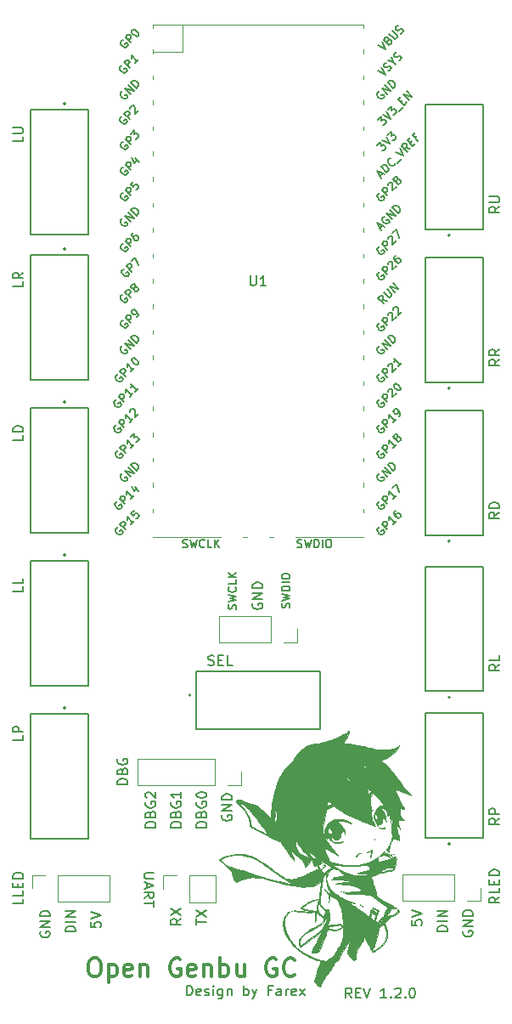
<source format=gbr>
G04 #@! TF.GenerationSoftware,KiCad,Pcbnew,(6.0.1)*
G04 #@! TF.CreationDate,2022-02-21T22:15:09-08:00*
G04 #@! TF.ProjectId,pico-pcb,7069636f-2d70-4636-922e-6b696361645f,rev?*
G04 #@! TF.SameCoordinates,Original*
G04 #@! TF.FileFunction,Legend,Top*
G04 #@! TF.FilePolarity,Positive*
%FSLAX46Y46*%
G04 Gerber Fmt 4.6, Leading zero omitted, Abs format (unit mm)*
G04 Created by KiCad (PCBNEW (6.0.1)) date 2022-02-21 22:15:09*
%MOMM*%
%LPD*%
G01*
G04 APERTURE LIST*
%ADD10C,0.150000*%
%ADD11C,0.300000*%
%ADD12C,0.127000*%
%ADD13C,0.200000*%
%ADD14C,0.120000*%
%ADD15C,0.010000*%
G04 APERTURE END LIST*
D10*
X161746096Y-57906218D02*
X161665284Y-57933155D01*
X161584471Y-58013967D01*
X161530597Y-58121717D01*
X161530597Y-58229467D01*
X161557534Y-58310279D01*
X161638346Y-58444966D01*
X161719158Y-58525778D01*
X161853845Y-58606590D01*
X161934658Y-58633528D01*
X162042407Y-58633528D01*
X162150157Y-58579653D01*
X162204032Y-58525778D01*
X162257906Y-58418028D01*
X162257906Y-58364154D01*
X162069345Y-58175592D01*
X161961595Y-58283341D01*
X162554218Y-58175592D02*
X161988532Y-57609906D01*
X162204032Y-57394407D01*
X162284844Y-57367470D01*
X162338719Y-57367470D01*
X162419531Y-57394407D01*
X162500343Y-57475219D01*
X162527280Y-57556032D01*
X162527280Y-57609906D01*
X162500343Y-57690719D01*
X162284844Y-57906218D01*
X162877467Y-57205845D02*
X162796654Y-57232783D01*
X162742780Y-57232783D01*
X162661967Y-57205845D01*
X162635030Y-57178908D01*
X162608093Y-57098096D01*
X162608093Y-57044221D01*
X162635030Y-56963409D01*
X162742780Y-56855659D01*
X162823592Y-56828722D01*
X162877467Y-56828722D01*
X162958279Y-56855659D01*
X162985216Y-56882597D01*
X163012154Y-56963409D01*
X163012154Y-57017284D01*
X162985216Y-57098096D01*
X162877467Y-57205845D01*
X162850529Y-57286658D01*
X162850529Y-57340532D01*
X162877467Y-57421345D01*
X162985216Y-57529094D01*
X163066028Y-57556032D01*
X163119903Y-57556032D01*
X163200715Y-57529094D01*
X163308465Y-57421345D01*
X163335402Y-57340532D01*
X163335402Y-57286658D01*
X163308465Y-57205845D01*
X163200715Y-57098096D01*
X163119903Y-57071158D01*
X163066028Y-57071158D01*
X162985216Y-57098096D01*
D11*
X158798857Y-123982285D02*
X159141714Y-123982285D01*
X159313142Y-124068000D01*
X159484571Y-124239428D01*
X159570285Y-124582285D01*
X159570285Y-125182285D01*
X159484571Y-125525142D01*
X159313142Y-125696571D01*
X159141714Y-125782285D01*
X158798857Y-125782285D01*
X158627428Y-125696571D01*
X158456000Y-125525142D01*
X158370285Y-125182285D01*
X158370285Y-124582285D01*
X158456000Y-124239428D01*
X158627428Y-124068000D01*
X158798857Y-123982285D01*
X160341714Y-124582285D02*
X160341714Y-126382285D01*
X160341714Y-124668000D02*
X160513142Y-124582285D01*
X160856000Y-124582285D01*
X161027428Y-124668000D01*
X161113142Y-124753714D01*
X161198857Y-124925142D01*
X161198857Y-125439428D01*
X161113142Y-125610857D01*
X161027428Y-125696571D01*
X160856000Y-125782285D01*
X160513142Y-125782285D01*
X160341714Y-125696571D01*
X162656000Y-125696571D02*
X162484571Y-125782285D01*
X162141714Y-125782285D01*
X161970285Y-125696571D01*
X161884571Y-125525142D01*
X161884571Y-124839428D01*
X161970285Y-124668000D01*
X162141714Y-124582285D01*
X162484571Y-124582285D01*
X162656000Y-124668000D01*
X162741714Y-124839428D01*
X162741714Y-125010857D01*
X161884571Y-125182285D01*
X163513142Y-124582285D02*
X163513142Y-125782285D01*
X163513142Y-124753714D02*
X163598857Y-124668000D01*
X163770285Y-124582285D01*
X164027428Y-124582285D01*
X164198857Y-124668000D01*
X164284571Y-124839428D01*
X164284571Y-125782285D01*
X167456000Y-124068000D02*
X167284571Y-123982285D01*
X167027428Y-123982285D01*
X166770285Y-124068000D01*
X166598857Y-124239428D01*
X166513142Y-124410857D01*
X166427428Y-124753714D01*
X166427428Y-125010857D01*
X166513142Y-125353714D01*
X166598857Y-125525142D01*
X166770285Y-125696571D01*
X167027428Y-125782285D01*
X167198857Y-125782285D01*
X167456000Y-125696571D01*
X167541714Y-125610857D01*
X167541714Y-125010857D01*
X167198857Y-125010857D01*
X168998857Y-125696571D02*
X168827428Y-125782285D01*
X168484571Y-125782285D01*
X168313142Y-125696571D01*
X168227428Y-125525142D01*
X168227428Y-124839428D01*
X168313142Y-124668000D01*
X168484571Y-124582285D01*
X168827428Y-124582285D01*
X168998857Y-124668000D01*
X169084571Y-124839428D01*
X169084571Y-125010857D01*
X168227428Y-125182285D01*
X169856000Y-124582285D02*
X169856000Y-125782285D01*
X169856000Y-124753714D02*
X169941714Y-124668000D01*
X170113142Y-124582285D01*
X170370285Y-124582285D01*
X170541714Y-124668000D01*
X170627428Y-124839428D01*
X170627428Y-125782285D01*
X171484571Y-125782285D02*
X171484571Y-123982285D01*
X171484571Y-124668000D02*
X171656000Y-124582285D01*
X171998857Y-124582285D01*
X172170285Y-124668000D01*
X172256000Y-124753714D01*
X172341714Y-124925142D01*
X172341714Y-125439428D01*
X172256000Y-125610857D01*
X172170285Y-125696571D01*
X171998857Y-125782285D01*
X171656000Y-125782285D01*
X171484571Y-125696571D01*
X173884571Y-124582285D02*
X173884571Y-125782285D01*
X173113142Y-124582285D02*
X173113142Y-125525142D01*
X173198857Y-125696571D01*
X173370285Y-125782285D01*
X173627428Y-125782285D01*
X173798857Y-125696571D01*
X173884571Y-125610857D01*
X177056000Y-124068000D02*
X176884571Y-123982285D01*
X176627428Y-123982285D01*
X176370285Y-124068000D01*
X176198857Y-124239428D01*
X176113142Y-124410857D01*
X176027428Y-124753714D01*
X176027428Y-125010857D01*
X176113142Y-125353714D01*
X176198857Y-125525142D01*
X176370285Y-125696571D01*
X176627428Y-125782285D01*
X176798857Y-125782285D01*
X177056000Y-125696571D01*
X177141714Y-125610857D01*
X177141714Y-125010857D01*
X176798857Y-125010857D01*
X178941714Y-125610857D02*
X178856000Y-125696571D01*
X178598857Y-125782285D01*
X178427428Y-125782285D01*
X178170285Y-125696571D01*
X177998857Y-125525142D01*
X177913142Y-125353714D01*
X177827428Y-125010857D01*
X177827428Y-124753714D01*
X177913142Y-124410857D01*
X177998857Y-124239428D01*
X178170285Y-124068000D01*
X178427428Y-123982285D01*
X178598857Y-123982285D01*
X178856000Y-124068000D01*
X178941714Y-124153714D01*
D10*
X174760000Y-88645904D02*
X174712380Y-88741142D01*
X174712380Y-88884000D01*
X174760000Y-89026857D01*
X174855238Y-89122095D01*
X174950476Y-89169714D01*
X175140952Y-89217333D01*
X175283809Y-89217333D01*
X175474285Y-89169714D01*
X175569523Y-89122095D01*
X175664761Y-89026857D01*
X175712380Y-88884000D01*
X175712380Y-88788761D01*
X175664761Y-88645904D01*
X175617142Y-88598285D01*
X175283809Y-88598285D01*
X175283809Y-88788761D01*
X175712380Y-88169714D02*
X174712380Y-88169714D01*
X175712380Y-87598285D01*
X174712380Y-87598285D01*
X175712380Y-87122095D02*
X174712380Y-87122095D01*
X174712380Y-86884000D01*
X174760000Y-86741142D01*
X174855238Y-86645904D01*
X174950476Y-86598285D01*
X175140952Y-86550666D01*
X175283809Y-86550666D01*
X175474285Y-86598285D01*
X175569523Y-86645904D01*
X175664761Y-86741142D01*
X175712380Y-86884000D01*
X175712380Y-87122095D01*
X195715000Y-121284904D02*
X195667380Y-121380142D01*
X195667380Y-121523000D01*
X195715000Y-121665857D01*
X195810238Y-121761095D01*
X195905476Y-121808714D01*
X196095952Y-121856333D01*
X196238809Y-121856333D01*
X196429285Y-121808714D01*
X196524523Y-121761095D01*
X196619761Y-121665857D01*
X196667380Y-121523000D01*
X196667380Y-121427761D01*
X196619761Y-121284904D01*
X196572142Y-121237285D01*
X196238809Y-121237285D01*
X196238809Y-121427761D01*
X196667380Y-120808714D02*
X195667380Y-120808714D01*
X196667380Y-120237285D01*
X195667380Y-120237285D01*
X196667380Y-119761095D02*
X195667380Y-119761095D01*
X195667380Y-119523000D01*
X195715000Y-119380142D01*
X195810238Y-119284904D01*
X195905476Y-119237285D01*
X196095952Y-119189666D01*
X196238809Y-119189666D01*
X196429285Y-119237285D01*
X196524523Y-119284904D01*
X196619761Y-119380142D01*
X196667380Y-119523000D01*
X196667380Y-119761095D01*
X153551000Y-121348404D02*
X153503380Y-121443642D01*
X153503380Y-121586500D01*
X153551000Y-121729357D01*
X153646238Y-121824595D01*
X153741476Y-121872214D01*
X153931952Y-121919833D01*
X154074809Y-121919833D01*
X154265285Y-121872214D01*
X154360523Y-121824595D01*
X154455761Y-121729357D01*
X154503380Y-121586500D01*
X154503380Y-121491261D01*
X154455761Y-121348404D01*
X154408142Y-121300785D01*
X154074809Y-121300785D01*
X154074809Y-121491261D01*
X154503380Y-120872214D02*
X153503380Y-120872214D01*
X154503380Y-120300785D01*
X153503380Y-120300785D01*
X154503380Y-119824595D02*
X153503380Y-119824595D01*
X153503380Y-119586500D01*
X153551000Y-119443642D01*
X153646238Y-119348404D01*
X153741476Y-119300785D01*
X153931952Y-119253166D01*
X154074809Y-119253166D01*
X154265285Y-119300785D01*
X154360523Y-119348404D01*
X154455761Y-119443642D01*
X154503380Y-119586500D01*
X154503380Y-119824595D01*
X157043380Y-121356309D02*
X156043380Y-121356309D01*
X156043380Y-121118214D01*
X156091000Y-120975357D01*
X156186238Y-120880119D01*
X156281476Y-120832500D01*
X156471952Y-120784880D01*
X156614809Y-120784880D01*
X156805285Y-120832500D01*
X156900523Y-120880119D01*
X156995761Y-120975357D01*
X157043380Y-121118214D01*
X157043380Y-121356309D01*
X157043380Y-120356309D02*
X156043380Y-120356309D01*
X157043380Y-119880119D02*
X156043380Y-119880119D01*
X157043380Y-119308690D01*
X156043380Y-119308690D01*
X158583380Y-120395976D02*
X158583380Y-120872166D01*
X159059571Y-120919785D01*
X159011952Y-120872166D01*
X158964333Y-120776928D01*
X158964333Y-120538833D01*
X159011952Y-120443595D01*
X159059571Y-120395976D01*
X159154809Y-120348357D01*
X159392904Y-120348357D01*
X159488142Y-120395976D01*
X159535761Y-120443595D01*
X159583380Y-120538833D01*
X159583380Y-120776928D01*
X159535761Y-120872166D01*
X159488142Y-120919785D01*
X158583380Y-120062642D02*
X159583380Y-119729309D01*
X158583380Y-119395976D01*
X199334380Y-110045476D02*
X198858190Y-110378809D01*
X199334380Y-110616904D02*
X198334380Y-110616904D01*
X198334380Y-110235952D01*
X198382000Y-110140714D01*
X198429619Y-110093095D01*
X198524857Y-110045476D01*
X198667714Y-110045476D01*
X198762952Y-110093095D01*
X198810571Y-110140714D01*
X198858190Y-110235952D01*
X198858190Y-110616904D01*
X199334380Y-109616904D02*
X198334380Y-109616904D01*
X198334380Y-109235952D01*
X198382000Y-109140714D01*
X198429619Y-109093095D01*
X198524857Y-109045476D01*
X198667714Y-109045476D01*
X198762952Y-109093095D01*
X198810571Y-109140714D01*
X198858190Y-109235952D01*
X198858190Y-109616904D01*
X151836380Y-42124285D02*
X151836380Y-42600476D01*
X150836380Y-42600476D01*
X150836380Y-41790952D02*
X151645904Y-41790952D01*
X151741142Y-41743333D01*
X151788761Y-41695714D01*
X151836380Y-41600476D01*
X151836380Y-41410000D01*
X151788761Y-41314761D01*
X151741142Y-41267142D01*
X151645904Y-41219523D01*
X150836380Y-41219523D01*
X151836380Y-86963238D02*
X151836380Y-87439428D01*
X150836380Y-87439428D01*
X151836380Y-86153714D02*
X151836380Y-86629904D01*
X150836380Y-86629904D01*
X167584380Y-110958095D02*
X166584380Y-110958095D01*
X166584380Y-110720000D01*
X166632000Y-110577142D01*
X166727238Y-110481904D01*
X166822476Y-110434285D01*
X167012952Y-110386666D01*
X167155809Y-110386666D01*
X167346285Y-110434285D01*
X167441523Y-110481904D01*
X167536761Y-110577142D01*
X167584380Y-110720000D01*
X167584380Y-110958095D01*
X167060571Y-109624761D02*
X167108190Y-109481904D01*
X167155809Y-109434285D01*
X167251047Y-109386666D01*
X167393904Y-109386666D01*
X167489142Y-109434285D01*
X167536761Y-109481904D01*
X167584380Y-109577142D01*
X167584380Y-109958095D01*
X166584380Y-109958095D01*
X166584380Y-109624761D01*
X166632000Y-109529523D01*
X166679619Y-109481904D01*
X166774857Y-109434285D01*
X166870095Y-109434285D01*
X166965333Y-109481904D01*
X167012952Y-109529523D01*
X167060571Y-109624761D01*
X167060571Y-109958095D01*
X166632000Y-108434285D02*
X166584380Y-108529523D01*
X166584380Y-108672380D01*
X166632000Y-108815238D01*
X166727238Y-108910476D01*
X166822476Y-108958095D01*
X167012952Y-109005714D01*
X167155809Y-109005714D01*
X167346285Y-108958095D01*
X167441523Y-108910476D01*
X167536761Y-108815238D01*
X167584380Y-108672380D01*
X167584380Y-108577142D01*
X167536761Y-108434285D01*
X167489142Y-108386666D01*
X167155809Y-108386666D01*
X167155809Y-108577142D01*
X167584380Y-107434285D02*
X167584380Y-108005714D01*
X167584380Y-107720000D02*
X166584380Y-107720000D01*
X166727238Y-107815238D01*
X166822476Y-107910476D01*
X166870095Y-108005714D01*
X165044380Y-110958095D02*
X164044380Y-110958095D01*
X164044380Y-110720000D01*
X164092000Y-110577142D01*
X164187238Y-110481904D01*
X164282476Y-110434285D01*
X164472952Y-110386666D01*
X164615809Y-110386666D01*
X164806285Y-110434285D01*
X164901523Y-110481904D01*
X164996761Y-110577142D01*
X165044380Y-110720000D01*
X165044380Y-110958095D01*
X164520571Y-109624761D02*
X164568190Y-109481904D01*
X164615809Y-109434285D01*
X164711047Y-109386666D01*
X164853904Y-109386666D01*
X164949142Y-109434285D01*
X164996761Y-109481904D01*
X165044380Y-109577142D01*
X165044380Y-109958095D01*
X164044380Y-109958095D01*
X164044380Y-109624761D01*
X164092000Y-109529523D01*
X164139619Y-109481904D01*
X164234857Y-109434285D01*
X164330095Y-109434285D01*
X164425333Y-109481904D01*
X164472952Y-109529523D01*
X164520571Y-109624761D01*
X164520571Y-109958095D01*
X164092000Y-108434285D02*
X164044380Y-108529523D01*
X164044380Y-108672380D01*
X164092000Y-108815238D01*
X164187238Y-108910476D01*
X164282476Y-108958095D01*
X164472952Y-109005714D01*
X164615809Y-109005714D01*
X164806285Y-108958095D01*
X164901523Y-108910476D01*
X164996761Y-108815238D01*
X165044380Y-108672380D01*
X165044380Y-108577142D01*
X164996761Y-108434285D01*
X164949142Y-108386666D01*
X164615809Y-108386666D01*
X164615809Y-108577142D01*
X164139619Y-108005714D02*
X164092000Y-107958095D01*
X164044380Y-107862857D01*
X164044380Y-107624761D01*
X164092000Y-107529523D01*
X164139619Y-107481904D01*
X164234857Y-107434285D01*
X164330095Y-107434285D01*
X164472952Y-107481904D01*
X165044380Y-108053333D01*
X165044380Y-107434285D01*
X199334380Y-64325476D02*
X198858190Y-64658809D01*
X199334380Y-64896904D02*
X198334380Y-64896904D01*
X198334380Y-64515952D01*
X198382000Y-64420714D01*
X198429619Y-64373095D01*
X198524857Y-64325476D01*
X198667714Y-64325476D01*
X198762952Y-64373095D01*
X198810571Y-64420714D01*
X198858190Y-64515952D01*
X198858190Y-64896904D01*
X199334380Y-63325476D02*
X198858190Y-63658809D01*
X199334380Y-63896904D02*
X198334380Y-63896904D01*
X198334380Y-63515952D01*
X198382000Y-63420714D01*
X198429619Y-63373095D01*
X198524857Y-63325476D01*
X198667714Y-63325476D01*
X198762952Y-63373095D01*
X198810571Y-63420714D01*
X198858190Y-63515952D01*
X198858190Y-63896904D01*
X162250380Y-106671904D02*
X161250380Y-106671904D01*
X161250380Y-106433809D01*
X161298000Y-106290952D01*
X161393238Y-106195714D01*
X161488476Y-106148095D01*
X161678952Y-106100476D01*
X161821809Y-106100476D01*
X162012285Y-106148095D01*
X162107523Y-106195714D01*
X162202761Y-106290952D01*
X162250380Y-106433809D01*
X162250380Y-106671904D01*
X161726571Y-105338571D02*
X161774190Y-105195714D01*
X161821809Y-105148095D01*
X161917047Y-105100476D01*
X162059904Y-105100476D01*
X162155142Y-105148095D01*
X162202761Y-105195714D01*
X162250380Y-105290952D01*
X162250380Y-105671904D01*
X161250380Y-105671904D01*
X161250380Y-105338571D01*
X161298000Y-105243333D01*
X161345619Y-105195714D01*
X161440857Y-105148095D01*
X161536095Y-105148095D01*
X161631333Y-105195714D01*
X161678952Y-105243333D01*
X161726571Y-105338571D01*
X161726571Y-105671904D01*
X161298000Y-104148095D02*
X161250380Y-104243333D01*
X161250380Y-104386190D01*
X161298000Y-104529047D01*
X161393238Y-104624285D01*
X161488476Y-104671904D01*
X161678952Y-104719523D01*
X161821809Y-104719523D01*
X162012285Y-104671904D01*
X162107523Y-104624285D01*
X162202761Y-104529047D01*
X162250380Y-104386190D01*
X162250380Y-104290952D01*
X162202761Y-104148095D01*
X162155142Y-104100476D01*
X161821809Y-104100476D01*
X161821809Y-104290952D01*
X167584380Y-120054666D02*
X167108190Y-120388000D01*
X167584380Y-120626095D02*
X166584380Y-120626095D01*
X166584380Y-120245142D01*
X166632000Y-120149904D01*
X166679619Y-120102285D01*
X166774857Y-120054666D01*
X166917714Y-120054666D01*
X167012952Y-120102285D01*
X167060571Y-120149904D01*
X167108190Y-120245142D01*
X167108190Y-120626095D01*
X166584380Y-119721333D02*
X167584380Y-119054666D01*
X166584380Y-119054666D02*
X167584380Y-119721333D01*
X173043809Y-89185523D02*
X173081904Y-89071238D01*
X173081904Y-88880761D01*
X173043809Y-88804571D01*
X173005714Y-88766476D01*
X172929523Y-88728380D01*
X172853333Y-88728380D01*
X172777142Y-88766476D01*
X172739047Y-88804571D01*
X172700952Y-88880761D01*
X172662857Y-89033142D01*
X172624761Y-89109333D01*
X172586666Y-89147428D01*
X172510476Y-89185523D01*
X172434285Y-89185523D01*
X172358095Y-89147428D01*
X172320000Y-89109333D01*
X172281904Y-89033142D01*
X172281904Y-88842666D01*
X172320000Y-88728380D01*
X172281904Y-88461714D02*
X173081904Y-88271238D01*
X172510476Y-88118857D01*
X173081904Y-87966476D01*
X172281904Y-87776000D01*
X173005714Y-87014095D02*
X173043809Y-87052190D01*
X173081904Y-87166476D01*
X173081904Y-87242666D01*
X173043809Y-87356952D01*
X172967619Y-87433142D01*
X172891428Y-87471238D01*
X172739047Y-87509333D01*
X172624761Y-87509333D01*
X172472380Y-87471238D01*
X172396190Y-87433142D01*
X172320000Y-87356952D01*
X172281904Y-87242666D01*
X172281904Y-87166476D01*
X172320000Y-87052190D01*
X172358095Y-87014095D01*
X173081904Y-86290285D02*
X173081904Y-86671238D01*
X172281904Y-86671238D01*
X173081904Y-86023619D02*
X172281904Y-86023619D01*
X173081904Y-85566476D02*
X172624761Y-85909333D01*
X172281904Y-85566476D02*
X172739047Y-86023619D01*
X164885619Y-115498761D02*
X164076095Y-115498761D01*
X163980857Y-115546380D01*
X163933238Y-115594000D01*
X163885619Y-115689238D01*
X163885619Y-115879714D01*
X163933238Y-115974952D01*
X163980857Y-116022571D01*
X164076095Y-116070190D01*
X164885619Y-116070190D01*
X164171333Y-116498761D02*
X164171333Y-116974952D01*
X163885619Y-116403523D02*
X164885619Y-116736857D01*
X163885619Y-117070190D01*
X163885619Y-117974952D02*
X164361809Y-117641619D01*
X163885619Y-117403523D02*
X164885619Y-117403523D01*
X164885619Y-117784476D01*
X164838000Y-117879714D01*
X164790380Y-117927333D01*
X164695142Y-117974952D01*
X164552285Y-117974952D01*
X164457047Y-117927333D01*
X164409428Y-117879714D01*
X164361809Y-117784476D01*
X164361809Y-117403523D01*
X164885619Y-118260666D02*
X164885619Y-118832095D01*
X163885619Y-118546380D02*
X164885619Y-118546380D01*
X170124380Y-110958095D02*
X169124380Y-110958095D01*
X169124380Y-110720000D01*
X169172000Y-110577142D01*
X169267238Y-110481904D01*
X169362476Y-110434285D01*
X169552952Y-110386666D01*
X169695809Y-110386666D01*
X169886285Y-110434285D01*
X169981523Y-110481904D01*
X170076761Y-110577142D01*
X170124380Y-110720000D01*
X170124380Y-110958095D01*
X169600571Y-109624761D02*
X169648190Y-109481904D01*
X169695809Y-109434285D01*
X169791047Y-109386666D01*
X169933904Y-109386666D01*
X170029142Y-109434285D01*
X170076761Y-109481904D01*
X170124380Y-109577142D01*
X170124380Y-109958095D01*
X169124380Y-109958095D01*
X169124380Y-109624761D01*
X169172000Y-109529523D01*
X169219619Y-109481904D01*
X169314857Y-109434285D01*
X169410095Y-109434285D01*
X169505333Y-109481904D01*
X169552952Y-109529523D01*
X169600571Y-109624761D01*
X169600571Y-109958095D01*
X169172000Y-108434285D02*
X169124380Y-108529523D01*
X169124380Y-108672380D01*
X169172000Y-108815238D01*
X169267238Y-108910476D01*
X169362476Y-108958095D01*
X169552952Y-109005714D01*
X169695809Y-109005714D01*
X169886285Y-108958095D01*
X169981523Y-108910476D01*
X170076761Y-108815238D01*
X170124380Y-108672380D01*
X170124380Y-108577142D01*
X170076761Y-108434285D01*
X170029142Y-108386666D01*
X169695809Y-108386666D01*
X169695809Y-108577142D01*
X169124380Y-107767619D02*
X169124380Y-107672380D01*
X169172000Y-107577142D01*
X169219619Y-107529523D01*
X169314857Y-107481904D01*
X169505333Y-107434285D01*
X169743428Y-107434285D01*
X169933904Y-107481904D01*
X170029142Y-107529523D01*
X170076761Y-107577142D01*
X170124380Y-107672380D01*
X170124380Y-107767619D01*
X170076761Y-107862857D01*
X170029142Y-107910476D01*
X169933904Y-107958095D01*
X169743428Y-108005714D01*
X169505333Y-108005714D01*
X169314857Y-107958095D01*
X169219619Y-107910476D01*
X169172000Y-107862857D01*
X169124380Y-107767619D01*
X190587380Y-120205476D02*
X190587380Y-120681666D01*
X191063571Y-120729285D01*
X191015952Y-120681666D01*
X190968333Y-120586428D01*
X190968333Y-120348333D01*
X191015952Y-120253095D01*
X191063571Y-120205476D01*
X191158809Y-120157857D01*
X191396904Y-120157857D01*
X191492142Y-120205476D01*
X191539761Y-120253095D01*
X191587380Y-120348333D01*
X191587380Y-120586428D01*
X191539761Y-120681666D01*
X191492142Y-120729285D01*
X190587380Y-119872142D02*
X191587380Y-119538809D01*
X190587380Y-119205476D01*
X151836380Y-101790476D02*
X151836380Y-102266666D01*
X150836380Y-102266666D01*
X151836380Y-101457142D02*
X150836380Y-101457142D01*
X150836380Y-101076190D01*
X150884000Y-100980952D01*
X150931619Y-100933333D01*
X151026857Y-100885714D01*
X151169714Y-100885714D01*
X151264952Y-100933333D01*
X151312571Y-100980952D01*
X151360190Y-101076190D01*
X151360190Y-101457142D01*
X168132857Y-127706380D02*
X168132857Y-126706380D01*
X168370952Y-126706380D01*
X168513809Y-126754000D01*
X168609047Y-126849238D01*
X168656666Y-126944476D01*
X168704285Y-127134952D01*
X168704285Y-127277809D01*
X168656666Y-127468285D01*
X168609047Y-127563523D01*
X168513809Y-127658761D01*
X168370952Y-127706380D01*
X168132857Y-127706380D01*
X169513809Y-127658761D02*
X169418571Y-127706380D01*
X169228095Y-127706380D01*
X169132857Y-127658761D01*
X169085238Y-127563523D01*
X169085238Y-127182571D01*
X169132857Y-127087333D01*
X169228095Y-127039714D01*
X169418571Y-127039714D01*
X169513809Y-127087333D01*
X169561428Y-127182571D01*
X169561428Y-127277809D01*
X169085238Y-127373047D01*
X169942380Y-127658761D02*
X170037619Y-127706380D01*
X170228095Y-127706380D01*
X170323333Y-127658761D01*
X170370952Y-127563523D01*
X170370952Y-127515904D01*
X170323333Y-127420666D01*
X170228095Y-127373047D01*
X170085238Y-127373047D01*
X169990000Y-127325428D01*
X169942380Y-127230190D01*
X169942380Y-127182571D01*
X169990000Y-127087333D01*
X170085238Y-127039714D01*
X170228095Y-127039714D01*
X170323333Y-127087333D01*
X170799523Y-127706380D02*
X170799523Y-127039714D01*
X170799523Y-126706380D02*
X170751904Y-126754000D01*
X170799523Y-126801619D01*
X170847142Y-126754000D01*
X170799523Y-126706380D01*
X170799523Y-126801619D01*
X171704285Y-127039714D02*
X171704285Y-127849238D01*
X171656666Y-127944476D01*
X171609047Y-127992095D01*
X171513809Y-128039714D01*
X171370952Y-128039714D01*
X171275714Y-127992095D01*
X171704285Y-127658761D02*
X171609047Y-127706380D01*
X171418571Y-127706380D01*
X171323333Y-127658761D01*
X171275714Y-127611142D01*
X171228095Y-127515904D01*
X171228095Y-127230190D01*
X171275714Y-127134952D01*
X171323333Y-127087333D01*
X171418571Y-127039714D01*
X171609047Y-127039714D01*
X171704285Y-127087333D01*
X172180476Y-127039714D02*
X172180476Y-127706380D01*
X172180476Y-127134952D02*
X172228095Y-127087333D01*
X172323333Y-127039714D01*
X172466190Y-127039714D01*
X172561428Y-127087333D01*
X172609047Y-127182571D01*
X172609047Y-127706380D01*
X173847142Y-127706380D02*
X173847142Y-126706380D01*
X173847142Y-127087333D02*
X173942380Y-127039714D01*
X174132857Y-127039714D01*
X174228095Y-127087333D01*
X174275714Y-127134952D01*
X174323333Y-127230190D01*
X174323333Y-127515904D01*
X174275714Y-127611142D01*
X174228095Y-127658761D01*
X174132857Y-127706380D01*
X173942380Y-127706380D01*
X173847142Y-127658761D01*
X174656666Y-127039714D02*
X174894761Y-127706380D01*
X175132857Y-127039714D02*
X174894761Y-127706380D01*
X174799523Y-127944476D01*
X174751904Y-127992095D01*
X174656666Y-128039714D01*
X176609047Y-127182571D02*
X176275714Y-127182571D01*
X176275714Y-127706380D02*
X176275714Y-126706380D01*
X176751904Y-126706380D01*
X177561428Y-127706380D02*
X177561428Y-127182571D01*
X177513809Y-127087333D01*
X177418571Y-127039714D01*
X177228095Y-127039714D01*
X177132857Y-127087333D01*
X177561428Y-127658761D02*
X177466190Y-127706380D01*
X177228095Y-127706380D01*
X177132857Y-127658761D01*
X177085238Y-127563523D01*
X177085238Y-127468285D01*
X177132857Y-127373047D01*
X177228095Y-127325428D01*
X177466190Y-127325428D01*
X177561428Y-127277809D01*
X178037619Y-127706380D02*
X178037619Y-127039714D01*
X178037619Y-127230190D02*
X178085238Y-127134952D01*
X178132857Y-127087333D01*
X178228095Y-127039714D01*
X178323333Y-127039714D01*
X179037619Y-127658761D02*
X178942380Y-127706380D01*
X178751904Y-127706380D01*
X178656666Y-127658761D01*
X178609047Y-127563523D01*
X178609047Y-127182571D01*
X178656666Y-127087333D01*
X178751904Y-127039714D01*
X178942380Y-127039714D01*
X179037619Y-127087333D01*
X179085238Y-127182571D01*
X179085238Y-127277809D01*
X178609047Y-127373047D01*
X179418571Y-127706380D02*
X179942380Y-127039714D01*
X179418571Y-127039714D02*
X179942380Y-127706380D01*
X178377809Y-89071238D02*
X178415904Y-88956952D01*
X178415904Y-88766476D01*
X178377809Y-88690285D01*
X178339714Y-88652190D01*
X178263523Y-88614095D01*
X178187333Y-88614095D01*
X178111142Y-88652190D01*
X178073047Y-88690285D01*
X178034952Y-88766476D01*
X177996857Y-88918857D01*
X177958761Y-88995047D01*
X177920666Y-89033142D01*
X177844476Y-89071238D01*
X177768285Y-89071238D01*
X177692095Y-89033142D01*
X177654000Y-88995047D01*
X177615904Y-88918857D01*
X177615904Y-88728380D01*
X177654000Y-88614095D01*
X177615904Y-88347428D02*
X178415904Y-88156952D01*
X177844476Y-88004571D01*
X178415904Y-87852190D01*
X177615904Y-87661714D01*
X178415904Y-87356952D02*
X177615904Y-87356952D01*
X177615904Y-87166476D01*
X177654000Y-87052190D01*
X177730190Y-86976000D01*
X177806380Y-86937904D01*
X177958761Y-86899809D01*
X178073047Y-86899809D01*
X178225428Y-86937904D01*
X178301619Y-86976000D01*
X178377809Y-87052190D01*
X178415904Y-87166476D01*
X178415904Y-87356952D01*
X178415904Y-86556952D02*
X177615904Y-86556952D01*
X177615904Y-86023619D02*
X177615904Y-85871238D01*
X177654000Y-85795047D01*
X177730190Y-85718857D01*
X177882571Y-85680761D01*
X178149238Y-85680761D01*
X178301619Y-85718857D01*
X178377809Y-85795047D01*
X178415904Y-85871238D01*
X178415904Y-86023619D01*
X178377809Y-86099809D01*
X178301619Y-86176000D01*
X178149238Y-86214095D01*
X177882571Y-86214095D01*
X177730190Y-86176000D01*
X177654000Y-86099809D01*
X177615904Y-86023619D01*
X199291380Y-79565476D02*
X198815190Y-79898809D01*
X199291380Y-80136904D02*
X198291380Y-80136904D01*
X198291380Y-79755952D01*
X198339000Y-79660714D01*
X198386619Y-79613095D01*
X198481857Y-79565476D01*
X198624714Y-79565476D01*
X198719952Y-79613095D01*
X198767571Y-79660714D01*
X198815190Y-79755952D01*
X198815190Y-80136904D01*
X199291380Y-79136904D02*
X198291380Y-79136904D01*
X198291380Y-78898809D01*
X198339000Y-78755952D01*
X198434238Y-78660714D01*
X198529476Y-78613095D01*
X198719952Y-78565476D01*
X198862809Y-78565476D01*
X199053285Y-78613095D01*
X199148523Y-78660714D01*
X199243761Y-78755952D01*
X199291380Y-78898809D01*
X199291380Y-79136904D01*
X171712000Y-109727904D02*
X171664380Y-109823142D01*
X171664380Y-109966000D01*
X171712000Y-110108857D01*
X171807238Y-110204095D01*
X171902476Y-110251714D01*
X172092952Y-110299333D01*
X172235809Y-110299333D01*
X172426285Y-110251714D01*
X172521523Y-110204095D01*
X172616761Y-110108857D01*
X172664380Y-109966000D01*
X172664380Y-109870761D01*
X172616761Y-109727904D01*
X172569142Y-109680285D01*
X172235809Y-109680285D01*
X172235809Y-109870761D01*
X172664380Y-109251714D02*
X171664380Y-109251714D01*
X172664380Y-108680285D01*
X171664380Y-108680285D01*
X172664380Y-108204095D02*
X171664380Y-108204095D01*
X171664380Y-107966000D01*
X171712000Y-107823142D01*
X171807238Y-107727904D01*
X171902476Y-107680285D01*
X172092952Y-107632666D01*
X172235809Y-107632666D01*
X172426285Y-107680285D01*
X172521523Y-107727904D01*
X172616761Y-107823142D01*
X172664380Y-107966000D01*
X172664380Y-108204095D01*
X169124380Y-120649904D02*
X169124380Y-120078476D01*
X170124380Y-120364190D02*
X169124380Y-120364190D01*
X169124380Y-119840380D02*
X170124380Y-119173714D01*
X169124380Y-119173714D02*
X170124380Y-119840380D01*
X199334380Y-49109285D02*
X198858190Y-49442619D01*
X199334380Y-49680714D02*
X198334380Y-49680714D01*
X198334380Y-49299761D01*
X198382000Y-49204523D01*
X198429619Y-49156904D01*
X198524857Y-49109285D01*
X198667714Y-49109285D01*
X198762952Y-49156904D01*
X198810571Y-49204523D01*
X198858190Y-49299761D01*
X198858190Y-49680714D01*
X198334380Y-48680714D02*
X199143904Y-48680714D01*
X199239142Y-48633095D01*
X199286761Y-48585476D01*
X199334380Y-48490238D01*
X199334380Y-48299761D01*
X199286761Y-48204523D01*
X199239142Y-48156904D01*
X199143904Y-48109285D01*
X198334380Y-48109285D01*
X170307142Y-94765761D02*
X170450000Y-94813380D01*
X170688095Y-94813380D01*
X170783333Y-94765761D01*
X170830952Y-94718142D01*
X170878571Y-94622904D01*
X170878571Y-94527666D01*
X170830952Y-94432428D01*
X170783333Y-94384809D01*
X170688095Y-94337190D01*
X170497619Y-94289571D01*
X170402380Y-94241952D01*
X170354761Y-94194333D01*
X170307142Y-94099095D01*
X170307142Y-94003857D01*
X170354761Y-93908619D01*
X170402380Y-93861000D01*
X170497619Y-93813380D01*
X170735714Y-93813380D01*
X170878571Y-93861000D01*
X171307142Y-94289571D02*
X171640476Y-94289571D01*
X171783333Y-94813380D02*
X171307142Y-94813380D01*
X171307142Y-93813380D01*
X171783333Y-93813380D01*
X172688095Y-94813380D02*
X172211904Y-94813380D01*
X172211904Y-93813380D01*
X199334380Y-94710238D02*
X198858190Y-95043571D01*
X199334380Y-95281666D02*
X198334380Y-95281666D01*
X198334380Y-94900714D01*
X198382000Y-94805476D01*
X198429619Y-94757857D01*
X198524857Y-94710238D01*
X198667714Y-94710238D01*
X198762952Y-94757857D01*
X198810571Y-94805476D01*
X198858190Y-94900714D01*
X198858190Y-95281666D01*
X199334380Y-93805476D02*
X199334380Y-94281666D01*
X198334380Y-94281666D01*
X151819380Y-71871976D02*
X151819380Y-72348166D01*
X150819380Y-72348166D01*
X151819380Y-71538642D02*
X150819380Y-71538642D01*
X150819380Y-71300547D01*
X150867000Y-71157690D01*
X150962238Y-71062452D01*
X151057476Y-71014833D01*
X151247952Y-70967214D01*
X151390809Y-70967214D01*
X151581285Y-71014833D01*
X151676523Y-71062452D01*
X151771761Y-71157690D01*
X151819380Y-71300547D01*
X151819380Y-71538642D01*
X184594857Y-127960380D02*
X184261523Y-127484190D01*
X184023428Y-127960380D02*
X184023428Y-126960380D01*
X184404380Y-126960380D01*
X184499619Y-127008000D01*
X184547238Y-127055619D01*
X184594857Y-127150857D01*
X184594857Y-127293714D01*
X184547238Y-127388952D01*
X184499619Y-127436571D01*
X184404380Y-127484190D01*
X184023428Y-127484190D01*
X185023428Y-127436571D02*
X185356761Y-127436571D01*
X185499619Y-127960380D02*
X185023428Y-127960380D01*
X185023428Y-126960380D01*
X185499619Y-126960380D01*
X185785333Y-126960380D02*
X186118666Y-127960380D01*
X186452000Y-126960380D01*
X188071047Y-127960380D02*
X187499619Y-127960380D01*
X187785333Y-127960380D02*
X187785333Y-126960380D01*
X187690095Y-127103238D01*
X187594857Y-127198476D01*
X187499619Y-127246095D01*
X188499619Y-127865142D02*
X188547238Y-127912761D01*
X188499619Y-127960380D01*
X188452000Y-127912761D01*
X188499619Y-127865142D01*
X188499619Y-127960380D01*
X188928190Y-127055619D02*
X188975809Y-127008000D01*
X189071047Y-126960380D01*
X189309142Y-126960380D01*
X189404380Y-127008000D01*
X189452000Y-127055619D01*
X189499619Y-127150857D01*
X189499619Y-127246095D01*
X189452000Y-127388952D01*
X188880571Y-127960380D01*
X189499619Y-127960380D01*
X189928190Y-127865142D02*
X189975809Y-127912761D01*
X189928190Y-127960380D01*
X189880571Y-127912761D01*
X189928190Y-127865142D01*
X189928190Y-127960380D01*
X190594857Y-126960380D02*
X190690095Y-126960380D01*
X190785333Y-127008000D01*
X190832952Y-127055619D01*
X190880571Y-127150857D01*
X190928190Y-127341333D01*
X190928190Y-127579428D01*
X190880571Y-127769904D01*
X190832952Y-127865142D01*
X190785333Y-127912761D01*
X190690095Y-127960380D01*
X190594857Y-127960380D01*
X190499619Y-127912761D01*
X190452000Y-127865142D01*
X190404380Y-127769904D01*
X190356761Y-127579428D01*
X190356761Y-127341333D01*
X190404380Y-127150857D01*
X190452000Y-127055619D01*
X190499619Y-127008000D01*
X190594857Y-126960380D01*
X194127380Y-121292809D02*
X193127380Y-121292809D01*
X193127380Y-121054714D01*
X193175000Y-120911857D01*
X193270238Y-120816619D01*
X193365476Y-120769000D01*
X193555952Y-120721380D01*
X193698809Y-120721380D01*
X193889285Y-120769000D01*
X193984523Y-120816619D01*
X194079761Y-120911857D01*
X194127380Y-121054714D01*
X194127380Y-121292809D01*
X194127380Y-120292809D02*
X193127380Y-120292809D01*
X194127380Y-119816619D02*
X193127380Y-119816619D01*
X194127380Y-119245190D01*
X193127380Y-119245190D01*
X151836380Y-118078119D02*
X151836380Y-118554309D01*
X150836380Y-118554309D01*
X151836380Y-117268595D02*
X151836380Y-117744785D01*
X150836380Y-117744785D01*
X151312571Y-116935261D02*
X151312571Y-116601928D01*
X151836380Y-116459071D02*
X151836380Y-116935261D01*
X150836380Y-116935261D01*
X150836380Y-116459071D01*
X151836380Y-116030500D02*
X150836380Y-116030500D01*
X150836380Y-115792404D01*
X150884000Y-115649547D01*
X150979238Y-115554309D01*
X151074476Y-115506690D01*
X151264952Y-115459071D01*
X151407809Y-115459071D01*
X151598285Y-115506690D01*
X151693523Y-115554309D01*
X151788761Y-115649547D01*
X151836380Y-115792404D01*
X151836380Y-116030500D01*
X199334380Y-117887619D02*
X198858190Y-118220952D01*
X199334380Y-118459047D02*
X198334380Y-118459047D01*
X198334380Y-118078095D01*
X198382000Y-117982857D01*
X198429619Y-117935238D01*
X198524857Y-117887619D01*
X198667714Y-117887619D01*
X198762952Y-117935238D01*
X198810571Y-117982857D01*
X198858190Y-118078095D01*
X198858190Y-118459047D01*
X199334380Y-116982857D02*
X199334380Y-117459047D01*
X198334380Y-117459047D01*
X198810571Y-116649523D02*
X198810571Y-116316190D01*
X199334380Y-116173333D02*
X199334380Y-116649523D01*
X198334380Y-116649523D01*
X198334380Y-116173333D01*
X199334380Y-115744761D02*
X198334380Y-115744761D01*
X198334380Y-115506666D01*
X198382000Y-115363809D01*
X198477238Y-115268571D01*
X198572476Y-115220952D01*
X198762952Y-115173333D01*
X198905809Y-115173333D01*
X199096285Y-115220952D01*
X199191523Y-115268571D01*
X199286761Y-115363809D01*
X199334380Y-115506666D01*
X199334380Y-115744761D01*
X151836380Y-56578476D02*
X151836380Y-57054666D01*
X150836380Y-57054666D01*
X151836380Y-55673714D02*
X151360190Y-56007047D01*
X151836380Y-56245142D02*
X150836380Y-56245142D01*
X150836380Y-55864190D01*
X150884000Y-55768952D01*
X150931619Y-55721333D01*
X151026857Y-55673714D01*
X151169714Y-55673714D01*
X151264952Y-55721333D01*
X151312571Y-55768952D01*
X151360190Y-55864190D01*
X151360190Y-56245142D01*
X174498095Y-55967380D02*
X174498095Y-56776904D01*
X174545714Y-56872142D01*
X174593333Y-56919761D01*
X174688571Y-56967380D01*
X174879047Y-56967380D01*
X174974285Y-56919761D01*
X175021904Y-56872142D01*
X175069523Y-56776904D01*
X175069523Y-55967380D01*
X176069523Y-56967380D02*
X175498095Y-56967380D01*
X175783809Y-56967380D02*
X175783809Y-55967380D01*
X175688571Y-56110238D01*
X175593333Y-56205476D01*
X175498095Y-56253095D01*
X161203722Y-78495592D02*
X161122910Y-78522529D01*
X161042097Y-78603341D01*
X160988223Y-78711091D01*
X160988223Y-78818841D01*
X161015160Y-78899653D01*
X161095972Y-79034340D01*
X161176784Y-79115152D01*
X161311471Y-79195964D01*
X161392284Y-79222902D01*
X161500033Y-79222902D01*
X161607783Y-79169027D01*
X161661658Y-79115152D01*
X161715532Y-79007402D01*
X161715532Y-78953528D01*
X161526971Y-78764966D01*
X161419221Y-78872715D01*
X162011844Y-78764966D02*
X161446158Y-78199280D01*
X161661658Y-77983781D01*
X161742470Y-77956844D01*
X161796345Y-77956844D01*
X161877157Y-77983781D01*
X161957969Y-78064593D01*
X161984906Y-78145406D01*
X161984906Y-78199280D01*
X161957969Y-78280093D01*
X161742470Y-78495592D01*
X162873841Y-77902969D02*
X162550592Y-78226218D01*
X162712216Y-78064593D02*
X162146531Y-77498908D01*
X162173468Y-77633595D01*
X162173468Y-77741345D01*
X162146531Y-77822157D01*
X162981590Y-77040972D02*
X163358714Y-77418096D01*
X162631404Y-76960160D02*
X162900778Y-77498908D01*
X163250964Y-77148722D01*
X187346158Y-37613155D02*
X187265346Y-37640093D01*
X187184534Y-37720905D01*
X187130659Y-37828654D01*
X187130659Y-37936404D01*
X187157597Y-38017216D01*
X187238409Y-38151903D01*
X187319221Y-38232715D01*
X187453908Y-38313528D01*
X187534720Y-38340465D01*
X187642470Y-38340465D01*
X187750219Y-38286590D01*
X187804094Y-38232715D01*
X187857969Y-38124966D01*
X187857969Y-38071091D01*
X187669407Y-37882529D01*
X187561658Y-37990279D01*
X188154280Y-37882529D02*
X187588595Y-37316844D01*
X188477529Y-37559280D01*
X187911844Y-36993595D01*
X188746903Y-37289906D02*
X188181218Y-36724221D01*
X188315905Y-36589534D01*
X188423654Y-36535659D01*
X188531404Y-36535659D01*
X188612216Y-36562597D01*
X188746903Y-36643409D01*
X188827715Y-36724221D01*
X188908528Y-36858908D01*
X188935465Y-36939720D01*
X188935465Y-37047470D01*
X188881590Y-37155219D01*
X188746903Y-37289906D01*
X187213129Y-33042309D02*
X187967377Y-33419433D01*
X187590253Y-32665186D01*
X188236751Y-32557436D02*
X188344500Y-32503561D01*
X188398375Y-32503561D01*
X188479187Y-32530499D01*
X188560000Y-32611311D01*
X188586937Y-32692123D01*
X188586937Y-32745998D01*
X188560000Y-32826810D01*
X188344500Y-33042309D01*
X187778815Y-32476624D01*
X187967377Y-32288062D01*
X188048189Y-32261125D01*
X188102064Y-32261125D01*
X188182876Y-32288062D01*
X188236751Y-32341937D01*
X188263688Y-32422749D01*
X188263688Y-32476624D01*
X188236751Y-32557436D01*
X188048189Y-32745998D01*
X188344500Y-31910938D02*
X188802436Y-32368874D01*
X188883248Y-32395812D01*
X188937123Y-32395812D01*
X189017935Y-32368874D01*
X189125685Y-32261125D01*
X189152622Y-32180312D01*
X189152622Y-32126438D01*
X189125685Y-32045625D01*
X188667749Y-31587690D01*
X189448934Y-31884001D02*
X189556683Y-31830126D01*
X189691370Y-31695439D01*
X189718308Y-31614627D01*
X189718308Y-31560752D01*
X189691370Y-31479940D01*
X189637496Y-31426065D01*
X189556683Y-31399128D01*
X189502809Y-31399128D01*
X189421996Y-31426065D01*
X189287309Y-31506877D01*
X189206497Y-31533815D01*
X189152622Y-31533815D01*
X189071810Y-31506877D01*
X189017935Y-31453003D01*
X188990998Y-31372190D01*
X188990998Y-31318316D01*
X189017935Y-31237503D01*
X189152622Y-31102816D01*
X189260372Y-31048942D01*
X167750476Y-83038809D02*
X167864761Y-83076904D01*
X168055238Y-83076904D01*
X168131428Y-83038809D01*
X168169523Y-83000714D01*
X168207619Y-82924523D01*
X168207619Y-82848333D01*
X168169523Y-82772142D01*
X168131428Y-82734047D01*
X168055238Y-82695952D01*
X167902857Y-82657857D01*
X167826666Y-82619761D01*
X167788571Y-82581666D01*
X167750476Y-82505476D01*
X167750476Y-82429285D01*
X167788571Y-82353095D01*
X167826666Y-82315000D01*
X167902857Y-82276904D01*
X168093333Y-82276904D01*
X168207619Y-82315000D01*
X168474285Y-82276904D02*
X168664761Y-83076904D01*
X168817142Y-82505476D01*
X168969523Y-83076904D01*
X169160000Y-82276904D01*
X169921904Y-83000714D02*
X169883809Y-83038809D01*
X169769523Y-83076904D01*
X169693333Y-83076904D01*
X169579047Y-83038809D01*
X169502857Y-82962619D01*
X169464761Y-82886428D01*
X169426666Y-82734047D01*
X169426666Y-82619761D01*
X169464761Y-82467380D01*
X169502857Y-82391190D01*
X169579047Y-82315000D01*
X169693333Y-82276904D01*
X169769523Y-82276904D01*
X169883809Y-82315000D01*
X169921904Y-82353095D01*
X170645714Y-83076904D02*
X170264761Y-83076904D01*
X170264761Y-82276904D01*
X170912380Y-83076904D02*
X170912380Y-82276904D01*
X171369523Y-83076904D02*
X171026666Y-82619761D01*
X171369523Y-82276904D02*
X170912380Y-82734047D01*
X179164761Y-83038809D02*
X179279047Y-83076904D01*
X179469523Y-83076904D01*
X179545714Y-83038809D01*
X179583809Y-83000714D01*
X179621904Y-82924523D01*
X179621904Y-82848333D01*
X179583809Y-82772142D01*
X179545714Y-82734047D01*
X179469523Y-82695952D01*
X179317142Y-82657857D01*
X179240952Y-82619761D01*
X179202857Y-82581666D01*
X179164761Y-82505476D01*
X179164761Y-82429285D01*
X179202857Y-82353095D01*
X179240952Y-82315000D01*
X179317142Y-82276904D01*
X179507619Y-82276904D01*
X179621904Y-82315000D01*
X179888571Y-82276904D02*
X180079047Y-83076904D01*
X180231428Y-82505476D01*
X180383809Y-83076904D01*
X180574285Y-82276904D01*
X180879047Y-83076904D02*
X180879047Y-82276904D01*
X181069523Y-82276904D01*
X181183809Y-82315000D01*
X181260000Y-82391190D01*
X181298095Y-82467380D01*
X181336190Y-82619761D01*
X181336190Y-82734047D01*
X181298095Y-82886428D01*
X181260000Y-82962619D01*
X181183809Y-83038809D01*
X181069523Y-83076904D01*
X180879047Y-83076904D01*
X181679047Y-83076904D02*
X181679047Y-82276904D01*
X182212380Y-82276904D02*
X182364761Y-82276904D01*
X182440952Y-82315000D01*
X182517142Y-82391190D01*
X182555238Y-82543571D01*
X182555238Y-82810238D01*
X182517142Y-82962619D01*
X182440952Y-83038809D01*
X182364761Y-83076904D01*
X182212380Y-83076904D01*
X182136190Y-83038809D01*
X182060000Y-82962619D01*
X182021904Y-82810238D01*
X182021904Y-82543571D01*
X182060000Y-82391190D01*
X182136190Y-82315000D01*
X182212380Y-82276904D01*
X161249722Y-65795592D02*
X161168910Y-65822529D01*
X161088097Y-65903341D01*
X161034223Y-66011091D01*
X161034223Y-66118841D01*
X161061160Y-66199653D01*
X161141972Y-66334340D01*
X161222784Y-66415152D01*
X161357471Y-66495964D01*
X161438284Y-66522902D01*
X161546033Y-66522902D01*
X161653783Y-66469027D01*
X161707658Y-66415152D01*
X161761532Y-66307402D01*
X161761532Y-66253528D01*
X161572971Y-66064966D01*
X161465221Y-66172715D01*
X162057844Y-66064966D02*
X161492158Y-65499280D01*
X161707658Y-65283781D01*
X161788470Y-65256844D01*
X161842345Y-65256844D01*
X161923157Y-65283781D01*
X162003969Y-65364593D01*
X162030906Y-65445406D01*
X162030906Y-65499280D01*
X162003969Y-65580093D01*
X161788470Y-65795592D01*
X162919841Y-65202969D02*
X162596592Y-65526218D01*
X162758216Y-65364593D02*
X162192531Y-64798908D01*
X162219468Y-64933595D01*
X162219468Y-65041345D01*
X162192531Y-65122157D01*
X162704341Y-64287097D02*
X162758216Y-64233223D01*
X162839028Y-64206285D01*
X162892903Y-64206285D01*
X162973715Y-64233223D01*
X163108402Y-64314035D01*
X163243089Y-64448722D01*
X163323902Y-64583409D01*
X163350839Y-64664221D01*
X163350839Y-64718096D01*
X163323902Y-64798908D01*
X163270027Y-64852783D01*
X163189215Y-64879720D01*
X163135340Y-64879720D01*
X163054528Y-64852783D01*
X162919841Y-64771971D01*
X162785154Y-64637284D01*
X162704341Y-64502597D01*
X162677404Y-64421784D01*
X162677404Y-64367910D01*
X162704341Y-64287097D01*
X161746158Y-50313155D02*
X161665346Y-50340093D01*
X161584534Y-50420905D01*
X161530659Y-50528654D01*
X161530659Y-50636404D01*
X161557597Y-50717216D01*
X161638409Y-50851903D01*
X161719221Y-50932715D01*
X161853908Y-51013528D01*
X161934720Y-51040465D01*
X162042470Y-51040465D01*
X162150219Y-50986590D01*
X162204094Y-50932715D01*
X162257969Y-50824966D01*
X162257969Y-50771091D01*
X162069407Y-50582529D01*
X161961658Y-50690279D01*
X162554280Y-50582529D02*
X161988595Y-50016844D01*
X162877529Y-50259280D01*
X162311844Y-49693595D01*
X163146903Y-49989906D02*
X162581218Y-49424221D01*
X162715905Y-49289534D01*
X162823654Y-49235659D01*
X162931404Y-49235659D01*
X163012216Y-49262597D01*
X163146903Y-49343409D01*
X163227715Y-49424221D01*
X163308528Y-49558908D01*
X163335465Y-49639720D01*
X163335465Y-49747470D01*
X163281590Y-49855219D01*
X163146903Y-49989906D01*
X161773096Y-45206218D02*
X161692284Y-45233155D01*
X161611471Y-45313967D01*
X161557597Y-45421717D01*
X161557597Y-45529467D01*
X161584534Y-45610279D01*
X161665346Y-45744966D01*
X161746158Y-45825778D01*
X161880845Y-45906590D01*
X161961658Y-45933528D01*
X162069407Y-45933528D01*
X162177157Y-45879653D01*
X162231032Y-45825778D01*
X162284906Y-45718028D01*
X162284906Y-45664154D01*
X162096345Y-45475592D01*
X161988595Y-45583341D01*
X162581218Y-45475592D02*
X162015532Y-44909906D01*
X162231032Y-44694407D01*
X162311844Y-44667470D01*
X162365719Y-44667470D01*
X162446531Y-44694407D01*
X162527343Y-44775219D01*
X162554280Y-44856032D01*
X162554280Y-44909906D01*
X162527343Y-44990719D01*
X162311844Y-45206218D01*
X163012216Y-44290346D02*
X163389340Y-44667470D01*
X162662030Y-44209534D02*
X162931404Y-44748282D01*
X163281590Y-44398096D01*
X161773096Y-42666218D02*
X161692284Y-42693155D01*
X161611471Y-42773967D01*
X161557597Y-42881717D01*
X161557597Y-42989467D01*
X161584534Y-43070279D01*
X161665346Y-43204966D01*
X161746158Y-43285778D01*
X161880845Y-43366590D01*
X161961658Y-43393528D01*
X162069407Y-43393528D01*
X162177157Y-43339653D01*
X162231032Y-43285778D01*
X162284906Y-43178028D01*
X162284906Y-43124154D01*
X162096345Y-42935592D01*
X161988595Y-43043341D01*
X162581218Y-42935592D02*
X162015532Y-42369906D01*
X162231032Y-42154407D01*
X162311844Y-42127470D01*
X162365719Y-42127470D01*
X162446531Y-42154407D01*
X162527343Y-42235219D01*
X162554280Y-42316032D01*
X162554280Y-42369906D01*
X162527343Y-42450719D01*
X162311844Y-42666218D01*
X162527343Y-41858096D02*
X162877529Y-41507910D01*
X162904467Y-41911971D01*
X162985279Y-41831158D01*
X163066091Y-41804221D01*
X163119966Y-41804221D01*
X163200778Y-41831158D01*
X163335465Y-41965845D01*
X163362402Y-42046658D01*
X163362402Y-42100532D01*
X163335465Y-42181345D01*
X163173841Y-42342969D01*
X163093028Y-42369906D01*
X163039154Y-42369906D01*
X187180473Y-35584966D02*
X187934720Y-35962089D01*
X187557597Y-35207842D01*
X188257969Y-35584966D02*
X188365719Y-35531091D01*
X188500406Y-35396404D01*
X188527343Y-35315592D01*
X188527343Y-35261717D01*
X188500406Y-35180905D01*
X188446531Y-35127030D01*
X188365719Y-35100093D01*
X188311844Y-35100093D01*
X188231032Y-35127030D01*
X188096345Y-35207842D01*
X188015532Y-35234780D01*
X187961658Y-35234780D01*
X187880845Y-35207842D01*
X187826971Y-35153967D01*
X187800033Y-35073155D01*
X187800033Y-35019280D01*
X187826971Y-34938468D01*
X187961658Y-34803781D01*
X188069407Y-34749906D01*
X188688967Y-34669094D02*
X188958341Y-34938468D01*
X188204094Y-34561345D02*
X188688967Y-34669094D01*
X188581218Y-34184221D01*
X189281590Y-34561345D02*
X189389340Y-34507470D01*
X189524027Y-34372783D01*
X189550964Y-34291971D01*
X189550964Y-34238096D01*
X189524027Y-34157284D01*
X189470152Y-34103409D01*
X189389340Y-34076471D01*
X189335465Y-34076471D01*
X189254653Y-34103409D01*
X189119966Y-34184221D01*
X189039154Y-34211158D01*
X188985279Y-34211158D01*
X188904467Y-34184221D01*
X188850592Y-34130346D01*
X188823654Y-34049534D01*
X188823654Y-33995659D01*
X188850592Y-33914847D01*
X188985279Y-33780160D01*
X189093028Y-33726285D01*
X187346158Y-63013155D02*
X187265346Y-63040093D01*
X187184534Y-63120905D01*
X187130659Y-63228654D01*
X187130659Y-63336404D01*
X187157597Y-63417216D01*
X187238409Y-63551903D01*
X187319221Y-63632715D01*
X187453908Y-63713528D01*
X187534720Y-63740465D01*
X187642470Y-63740465D01*
X187750219Y-63686590D01*
X187804094Y-63632715D01*
X187857969Y-63524966D01*
X187857969Y-63471091D01*
X187669407Y-63282529D01*
X187561658Y-63390279D01*
X188154280Y-63282529D02*
X187588595Y-62716844D01*
X188477529Y-62959280D01*
X187911844Y-62393595D01*
X188746903Y-62689906D02*
X188181218Y-62124221D01*
X188315905Y-61989534D01*
X188423654Y-61935659D01*
X188531404Y-61935659D01*
X188612216Y-61962597D01*
X188746903Y-62043409D01*
X188827715Y-62124221D01*
X188908528Y-62258908D01*
X188935465Y-62339720D01*
X188935465Y-62447470D01*
X188881590Y-62555219D01*
X188746903Y-62689906D01*
X161249722Y-73415592D02*
X161168910Y-73442529D01*
X161088097Y-73523341D01*
X161034223Y-73631091D01*
X161034223Y-73738841D01*
X161061160Y-73819653D01*
X161141972Y-73954340D01*
X161222784Y-74035152D01*
X161357471Y-74115964D01*
X161438284Y-74142902D01*
X161546033Y-74142902D01*
X161653783Y-74089027D01*
X161707658Y-74035152D01*
X161761532Y-73927402D01*
X161761532Y-73873528D01*
X161572971Y-73684966D01*
X161465221Y-73792715D01*
X162057844Y-73684966D02*
X161492158Y-73119280D01*
X161707658Y-72903781D01*
X161788470Y-72876844D01*
X161842345Y-72876844D01*
X161923157Y-72903781D01*
X162003969Y-72984593D01*
X162030906Y-73065406D01*
X162030906Y-73119280D01*
X162003969Y-73200093D01*
X161788470Y-73415592D01*
X162919841Y-72822969D02*
X162596592Y-73146218D01*
X162758216Y-72984593D02*
X162192531Y-72418908D01*
X162219468Y-72553595D01*
X162219468Y-72661345D01*
X162192531Y-72742157D01*
X162542717Y-72068722D02*
X162892903Y-71718536D01*
X162919841Y-72122597D01*
X163000653Y-72041784D01*
X163081465Y-72014847D01*
X163135340Y-72014847D01*
X163216152Y-72041784D01*
X163350839Y-72176471D01*
X163377776Y-72257284D01*
X163377776Y-72311158D01*
X163350839Y-72391971D01*
X163189215Y-72553595D01*
X163108402Y-72580532D01*
X163054528Y-72580532D01*
X161773096Y-52826218D02*
X161692284Y-52853155D01*
X161611471Y-52933967D01*
X161557597Y-53041717D01*
X161557597Y-53149467D01*
X161584534Y-53230279D01*
X161665346Y-53364966D01*
X161746158Y-53445778D01*
X161880845Y-53526590D01*
X161961658Y-53553528D01*
X162069407Y-53553528D01*
X162177157Y-53499653D01*
X162231032Y-53445778D01*
X162284906Y-53338028D01*
X162284906Y-53284154D01*
X162096345Y-53095592D01*
X161988595Y-53203341D01*
X162581218Y-53095592D02*
X162015532Y-52529906D01*
X162231032Y-52314407D01*
X162311844Y-52287470D01*
X162365719Y-52287470D01*
X162446531Y-52314407D01*
X162527343Y-52395219D01*
X162554280Y-52476032D01*
X162554280Y-52529906D01*
X162527343Y-52610719D01*
X162311844Y-52826218D01*
X162823654Y-51721784D02*
X162715905Y-51829534D01*
X162688967Y-51910346D01*
X162688967Y-51964221D01*
X162715905Y-52098908D01*
X162796717Y-52233595D01*
X163012216Y-52449094D01*
X163093028Y-52476032D01*
X163146903Y-52476032D01*
X163227715Y-52449094D01*
X163335465Y-52341345D01*
X163362402Y-52260532D01*
X163362402Y-52206658D01*
X163335465Y-52125845D01*
X163200778Y-51991158D01*
X163119966Y-51964221D01*
X163066091Y-51964221D01*
X162985279Y-51991158D01*
X162877529Y-52098908D01*
X162850592Y-52179720D01*
X162850592Y-52233595D01*
X162877529Y-52314407D01*
X161746158Y-63013155D02*
X161665346Y-63040093D01*
X161584534Y-63120905D01*
X161530659Y-63228654D01*
X161530659Y-63336404D01*
X161557597Y-63417216D01*
X161638409Y-63551903D01*
X161719221Y-63632715D01*
X161853908Y-63713528D01*
X161934720Y-63740465D01*
X162042470Y-63740465D01*
X162150219Y-63686590D01*
X162204094Y-63632715D01*
X162257969Y-63524966D01*
X162257969Y-63471091D01*
X162069407Y-63282529D01*
X161961658Y-63390279D01*
X162554280Y-63282529D02*
X161988595Y-62716844D01*
X162877529Y-62959280D01*
X162311844Y-62393595D01*
X163146903Y-62689906D02*
X162581218Y-62124221D01*
X162715905Y-61989534D01*
X162823654Y-61935659D01*
X162931404Y-61935659D01*
X163012216Y-61962597D01*
X163146903Y-62043409D01*
X163227715Y-62124221D01*
X163308528Y-62258908D01*
X163335465Y-62339720D01*
X163335465Y-62447470D01*
X163281590Y-62555219D01*
X163146903Y-62689906D01*
X161673096Y-35036218D02*
X161592284Y-35063155D01*
X161511471Y-35143967D01*
X161457597Y-35251717D01*
X161457597Y-35359467D01*
X161484534Y-35440279D01*
X161565346Y-35574966D01*
X161646158Y-35655778D01*
X161780845Y-35736590D01*
X161861658Y-35763528D01*
X161969407Y-35763528D01*
X162077157Y-35709653D01*
X162131032Y-35655778D01*
X162184906Y-35548028D01*
X162184906Y-35494154D01*
X161996345Y-35305592D01*
X161888595Y-35413341D01*
X162481218Y-35305592D02*
X161915532Y-34739906D01*
X162131032Y-34524407D01*
X162211844Y-34497470D01*
X162265719Y-34497470D01*
X162346531Y-34524407D01*
X162427343Y-34605219D01*
X162454280Y-34686032D01*
X162454280Y-34739906D01*
X162427343Y-34820719D01*
X162211844Y-35036218D01*
X163343215Y-34443595D02*
X163019966Y-34766844D01*
X163181590Y-34605219D02*
X162615905Y-34039534D01*
X162642842Y-34174221D01*
X162642842Y-34281971D01*
X162615905Y-34362783D01*
X187357722Y-60715592D02*
X187276910Y-60742529D01*
X187196097Y-60823341D01*
X187142223Y-60931091D01*
X187142223Y-61038841D01*
X187169160Y-61119653D01*
X187249972Y-61254340D01*
X187330784Y-61335152D01*
X187465471Y-61415964D01*
X187546284Y-61442902D01*
X187654033Y-61442902D01*
X187761783Y-61389027D01*
X187815658Y-61335152D01*
X187869532Y-61227402D01*
X187869532Y-61173528D01*
X187680971Y-60984966D01*
X187573221Y-61092715D01*
X188165844Y-60984966D02*
X187600158Y-60419280D01*
X187815658Y-60203781D01*
X187896470Y-60176844D01*
X187950345Y-60176844D01*
X188031157Y-60203781D01*
X188111969Y-60284593D01*
X188138906Y-60365406D01*
X188138906Y-60419280D01*
X188111969Y-60500093D01*
X187896470Y-60715592D01*
X188192781Y-59934407D02*
X188192781Y-59880532D01*
X188219719Y-59799720D01*
X188354406Y-59665033D01*
X188435218Y-59638096D01*
X188489093Y-59638096D01*
X188569905Y-59665033D01*
X188623780Y-59718908D01*
X188677654Y-59826658D01*
X188677654Y-60473155D01*
X189027841Y-60122969D01*
X188731529Y-59395659D02*
X188731529Y-59341784D01*
X188758467Y-59260972D01*
X188893154Y-59126285D01*
X188973966Y-59099348D01*
X189027841Y-59099348D01*
X189108653Y-59126285D01*
X189162528Y-59180160D01*
X189216402Y-59287910D01*
X189216402Y-59934407D01*
X189566589Y-59584221D01*
X187357722Y-65805592D02*
X187276910Y-65832529D01*
X187196097Y-65913341D01*
X187142223Y-66021091D01*
X187142223Y-66128841D01*
X187169160Y-66209653D01*
X187249972Y-66344340D01*
X187330784Y-66425152D01*
X187465471Y-66505964D01*
X187546284Y-66532902D01*
X187654033Y-66532902D01*
X187761783Y-66479027D01*
X187815658Y-66425152D01*
X187869532Y-66317402D01*
X187869532Y-66263528D01*
X187680971Y-66074966D01*
X187573221Y-66182715D01*
X188165844Y-66074966D02*
X187600158Y-65509280D01*
X187815658Y-65293781D01*
X187896470Y-65266844D01*
X187950345Y-65266844D01*
X188031157Y-65293781D01*
X188111969Y-65374593D01*
X188138906Y-65455406D01*
X188138906Y-65509280D01*
X188111969Y-65590093D01*
X187896470Y-65805592D01*
X188192781Y-65024407D02*
X188192781Y-64970532D01*
X188219719Y-64889720D01*
X188354406Y-64755033D01*
X188435218Y-64728096D01*
X188489093Y-64728096D01*
X188569905Y-64755033D01*
X188623780Y-64808908D01*
X188677654Y-64916658D01*
X188677654Y-65563155D01*
X189027841Y-65212969D01*
X189566589Y-64674221D02*
X189243340Y-64997470D01*
X189404964Y-64835845D02*
X188839279Y-64270160D01*
X188866216Y-64404847D01*
X188866216Y-64512597D01*
X188839279Y-64593409D01*
X187357722Y-70875592D02*
X187276910Y-70902529D01*
X187196097Y-70983341D01*
X187142223Y-71091091D01*
X187142223Y-71198841D01*
X187169160Y-71279653D01*
X187249972Y-71414340D01*
X187330784Y-71495152D01*
X187465471Y-71575964D01*
X187546284Y-71602902D01*
X187654033Y-71602902D01*
X187761783Y-71549027D01*
X187815658Y-71495152D01*
X187869532Y-71387402D01*
X187869532Y-71333528D01*
X187680971Y-71144966D01*
X187573221Y-71252715D01*
X188165844Y-71144966D02*
X187600158Y-70579280D01*
X187815658Y-70363781D01*
X187896470Y-70336844D01*
X187950345Y-70336844D01*
X188031157Y-70363781D01*
X188111969Y-70444593D01*
X188138906Y-70525406D01*
X188138906Y-70579280D01*
X188111969Y-70660093D01*
X187896470Y-70875592D01*
X189027841Y-70282969D02*
X188704592Y-70606218D01*
X188866216Y-70444593D02*
X188300531Y-69878908D01*
X188327468Y-70013595D01*
X188327468Y-70121345D01*
X188300531Y-70202157D01*
X189297215Y-70013595D02*
X189404964Y-69905845D01*
X189431902Y-69825033D01*
X189431902Y-69771158D01*
X189404964Y-69636471D01*
X189324152Y-69501784D01*
X189108653Y-69286285D01*
X189027841Y-69259348D01*
X188973966Y-69259348D01*
X188893154Y-69286285D01*
X188785404Y-69394035D01*
X188758467Y-69474847D01*
X188758467Y-69528722D01*
X188785404Y-69609534D01*
X188920091Y-69744221D01*
X189000903Y-69771158D01*
X189054778Y-69771158D01*
X189135590Y-69744221D01*
X189243340Y-69636471D01*
X189270277Y-69555659D01*
X189270277Y-69501784D01*
X189243340Y-69420972D01*
X187357722Y-55635592D02*
X187276910Y-55662529D01*
X187196097Y-55743341D01*
X187142223Y-55851091D01*
X187142223Y-55958841D01*
X187169160Y-56039653D01*
X187249972Y-56174340D01*
X187330784Y-56255152D01*
X187465471Y-56335964D01*
X187546284Y-56362902D01*
X187654033Y-56362902D01*
X187761783Y-56309027D01*
X187815658Y-56255152D01*
X187869532Y-56147402D01*
X187869532Y-56093528D01*
X187680971Y-55904966D01*
X187573221Y-56012715D01*
X188165844Y-55904966D02*
X187600158Y-55339280D01*
X187815658Y-55123781D01*
X187896470Y-55096844D01*
X187950345Y-55096844D01*
X188031157Y-55123781D01*
X188111969Y-55204593D01*
X188138906Y-55285406D01*
X188138906Y-55339280D01*
X188111969Y-55420093D01*
X187896470Y-55635592D01*
X188192781Y-54854407D02*
X188192781Y-54800532D01*
X188219719Y-54719720D01*
X188354406Y-54585033D01*
X188435218Y-54558096D01*
X188489093Y-54558096D01*
X188569905Y-54585033D01*
X188623780Y-54638908D01*
X188677654Y-54746658D01*
X188677654Y-55393155D01*
X189027841Y-55042969D01*
X188947028Y-53992410D02*
X188839279Y-54100160D01*
X188812341Y-54180972D01*
X188812341Y-54234847D01*
X188839279Y-54369534D01*
X188920091Y-54504221D01*
X189135590Y-54719720D01*
X189216402Y-54746658D01*
X189270277Y-54746658D01*
X189351089Y-54719720D01*
X189458839Y-54611971D01*
X189485776Y-54531158D01*
X189485776Y-54477284D01*
X189458839Y-54396471D01*
X189324152Y-54261784D01*
X189243340Y-54234847D01*
X189189465Y-54234847D01*
X189108653Y-54261784D01*
X189000903Y-54369534D01*
X188973966Y-54450346D01*
X188973966Y-54504221D01*
X189000903Y-54585033D01*
X187182131Y-40473308D02*
X187532317Y-40123122D01*
X187559255Y-40527183D01*
X187640067Y-40446370D01*
X187720879Y-40419433D01*
X187774754Y-40419433D01*
X187855566Y-40446370D01*
X187990253Y-40581057D01*
X188017190Y-40661870D01*
X188017190Y-40715744D01*
X187990253Y-40796557D01*
X187828629Y-40958181D01*
X187747816Y-40985118D01*
X187693942Y-40985118D01*
X187693942Y-39961497D02*
X188448189Y-40338621D01*
X188071065Y-39584374D01*
X188205752Y-39449687D02*
X188555938Y-39099500D01*
X188582876Y-39503561D01*
X188663688Y-39422749D01*
X188744500Y-39395812D01*
X188798375Y-39395812D01*
X188879187Y-39422749D01*
X189013874Y-39557436D01*
X189040812Y-39638248D01*
X189040812Y-39692123D01*
X189013874Y-39772935D01*
X188852250Y-39934560D01*
X188771438Y-39961497D01*
X188717563Y-39961497D01*
X189283248Y-39611311D02*
X189714247Y-39180312D01*
X189498748Y-38695439D02*
X189687309Y-38506877D01*
X190064433Y-38722377D02*
X189795059Y-38991751D01*
X189229374Y-38426065D01*
X189498748Y-38156691D01*
X190306870Y-38479940D02*
X189741184Y-37914255D01*
X190630118Y-38156691D01*
X190064433Y-37591006D01*
X187357722Y-53105592D02*
X187276910Y-53132529D01*
X187196097Y-53213341D01*
X187142223Y-53321091D01*
X187142223Y-53428841D01*
X187169160Y-53509653D01*
X187249972Y-53644340D01*
X187330784Y-53725152D01*
X187465471Y-53805964D01*
X187546284Y-53832902D01*
X187654033Y-53832902D01*
X187761783Y-53779027D01*
X187815658Y-53725152D01*
X187869532Y-53617402D01*
X187869532Y-53563528D01*
X187680971Y-53374966D01*
X187573221Y-53482715D01*
X188165844Y-53374966D02*
X187600158Y-52809280D01*
X187815658Y-52593781D01*
X187896470Y-52566844D01*
X187950345Y-52566844D01*
X188031157Y-52593781D01*
X188111969Y-52674593D01*
X188138906Y-52755406D01*
X188138906Y-52809280D01*
X188111969Y-52890093D01*
X187896470Y-53105592D01*
X188192781Y-52324407D02*
X188192781Y-52270532D01*
X188219719Y-52189720D01*
X188354406Y-52055033D01*
X188435218Y-52028096D01*
X188489093Y-52028096D01*
X188569905Y-52055033D01*
X188623780Y-52108908D01*
X188677654Y-52216658D01*
X188677654Y-52863155D01*
X189027841Y-52512969D01*
X188650717Y-51758722D02*
X189027841Y-51381598D01*
X189351089Y-52189720D01*
X161103722Y-70875592D02*
X161022910Y-70902529D01*
X160942097Y-70983341D01*
X160888223Y-71091091D01*
X160888223Y-71198841D01*
X160915160Y-71279653D01*
X160995972Y-71414340D01*
X161076784Y-71495152D01*
X161211471Y-71575964D01*
X161292284Y-71602902D01*
X161400033Y-71602902D01*
X161507783Y-71549027D01*
X161561658Y-71495152D01*
X161615532Y-71387402D01*
X161615532Y-71333528D01*
X161426971Y-71144966D01*
X161319221Y-71252715D01*
X161911844Y-71144966D02*
X161346158Y-70579280D01*
X161561658Y-70363781D01*
X161642470Y-70336844D01*
X161696345Y-70336844D01*
X161777157Y-70363781D01*
X161857969Y-70444593D01*
X161884906Y-70525406D01*
X161884906Y-70579280D01*
X161857969Y-70660093D01*
X161642470Y-70875592D01*
X162773841Y-70282969D02*
X162450592Y-70606218D01*
X162612216Y-70444593D02*
X162046531Y-69878908D01*
X162073468Y-70013595D01*
X162073468Y-70121345D01*
X162046531Y-70202157D01*
X162477529Y-69555659D02*
X162477529Y-69501784D01*
X162504467Y-69420972D01*
X162639154Y-69286285D01*
X162719966Y-69259348D01*
X162773841Y-69259348D01*
X162854653Y-69286285D01*
X162908528Y-69340160D01*
X162962402Y-69447910D01*
X162962402Y-70094407D01*
X163312589Y-69744221D01*
X161873096Y-55336218D02*
X161792284Y-55363155D01*
X161711471Y-55443967D01*
X161657597Y-55551717D01*
X161657597Y-55659467D01*
X161684534Y-55740279D01*
X161765346Y-55874966D01*
X161846158Y-55955778D01*
X161980845Y-56036590D01*
X162061658Y-56063528D01*
X162169407Y-56063528D01*
X162277157Y-56009653D01*
X162331032Y-55955778D01*
X162384906Y-55848028D01*
X162384906Y-55794154D01*
X162196345Y-55605592D01*
X162088595Y-55713341D01*
X162681218Y-55605592D02*
X162115532Y-55039906D01*
X162331032Y-54824407D01*
X162411844Y-54797470D01*
X162465719Y-54797470D01*
X162546531Y-54824407D01*
X162627343Y-54905219D01*
X162654280Y-54986032D01*
X162654280Y-55039906D01*
X162627343Y-55120719D01*
X162411844Y-55336218D01*
X162627343Y-54528096D02*
X163004467Y-54150972D01*
X163327715Y-54959094D01*
X187414788Y-46048773D02*
X187684162Y-45779399D01*
X187522537Y-46264272D02*
X187145414Y-45510025D01*
X187899661Y-45887149D01*
X188088223Y-45698587D02*
X187522537Y-45132902D01*
X187657224Y-44998215D01*
X187764974Y-44944340D01*
X187872723Y-44944340D01*
X187953536Y-44971277D01*
X188088223Y-45052089D01*
X188169035Y-45132902D01*
X188249847Y-45267589D01*
X188276784Y-45348401D01*
X188276784Y-45456150D01*
X188222910Y-45563900D01*
X188088223Y-45698587D01*
X188923282Y-44755778D02*
X188923282Y-44809653D01*
X188869407Y-44917402D01*
X188815532Y-44971277D01*
X188707783Y-45025152D01*
X188600033Y-45025152D01*
X188519221Y-44998215D01*
X188384534Y-44917402D01*
X188303722Y-44836590D01*
X188222910Y-44701903D01*
X188195972Y-44621091D01*
X188195972Y-44513341D01*
X188249847Y-44405592D01*
X188303722Y-44351717D01*
X188411471Y-44297842D01*
X188465346Y-44297842D01*
X189138781Y-44755778D02*
X189569780Y-44324780D01*
X189004094Y-43651345D02*
X189758341Y-44028468D01*
X189381218Y-43274221D01*
X190458714Y-43328096D02*
X190000778Y-43247284D01*
X190135465Y-43651345D02*
X189569780Y-43085659D01*
X189785279Y-42870160D01*
X189866091Y-42843223D01*
X189919966Y-42843223D01*
X190000778Y-42870160D01*
X190081590Y-42950972D01*
X190108528Y-43031784D01*
X190108528Y-43085659D01*
X190081590Y-43166471D01*
X189866091Y-43381971D01*
X190404839Y-42789348D02*
X190593401Y-42600786D01*
X190970524Y-42816285D02*
X190701150Y-43085659D01*
X190135465Y-42519974D01*
X190404839Y-42250600D01*
X191105211Y-42088975D02*
X190916650Y-42277537D01*
X191212961Y-42573849D02*
X190647276Y-42008163D01*
X190916650Y-41738789D01*
X187149847Y-43005592D02*
X187500033Y-42655406D01*
X187526971Y-43059467D01*
X187607783Y-42978654D01*
X187688595Y-42951717D01*
X187742470Y-42951717D01*
X187823282Y-42978654D01*
X187957969Y-43113341D01*
X187984906Y-43194154D01*
X187984906Y-43248028D01*
X187957969Y-43328841D01*
X187796345Y-43490465D01*
X187715532Y-43517402D01*
X187661658Y-43517402D01*
X187661658Y-42493781D02*
X188415905Y-42870905D01*
X188038781Y-42116658D01*
X188173468Y-41981971D02*
X188523654Y-41631784D01*
X188550592Y-42035845D01*
X188631404Y-41955033D01*
X188712216Y-41928096D01*
X188766091Y-41928096D01*
X188846903Y-41955033D01*
X188981590Y-42089720D01*
X189008528Y-42170532D01*
X189008528Y-42224407D01*
X188981590Y-42305219D01*
X188819966Y-42466844D01*
X188739154Y-42493781D01*
X188685279Y-42493781D01*
X187411597Y-51255964D02*
X187680971Y-50986590D01*
X187519346Y-51471463D02*
X187142223Y-50717216D01*
X187896470Y-51094340D01*
X187842595Y-50070719D02*
X187761783Y-50097656D01*
X187680971Y-50178468D01*
X187627096Y-50286218D01*
X187627096Y-50393967D01*
X187654033Y-50474780D01*
X187734845Y-50609467D01*
X187815658Y-50690279D01*
X187950345Y-50771091D01*
X188031157Y-50798028D01*
X188138906Y-50798028D01*
X188246656Y-50744154D01*
X188300531Y-50690279D01*
X188354406Y-50582529D01*
X188354406Y-50528654D01*
X188165844Y-50340093D01*
X188058094Y-50447842D01*
X188650717Y-50340093D02*
X188085032Y-49774407D01*
X188973966Y-50016844D01*
X188408280Y-49451158D01*
X189243340Y-49747470D02*
X188677654Y-49181784D01*
X188812341Y-49047097D01*
X188920091Y-48993223D01*
X189027841Y-48993223D01*
X189108653Y-49020160D01*
X189243340Y-49100972D01*
X189324152Y-49181784D01*
X189404964Y-49316471D01*
X189431902Y-49397284D01*
X189431902Y-49505033D01*
X189378027Y-49612783D01*
X189243340Y-49747470D01*
X161673096Y-40126218D02*
X161592284Y-40153155D01*
X161511471Y-40233967D01*
X161457597Y-40341717D01*
X161457597Y-40449467D01*
X161484534Y-40530279D01*
X161565346Y-40664966D01*
X161646158Y-40745778D01*
X161780845Y-40826590D01*
X161861658Y-40853528D01*
X161969407Y-40853528D01*
X162077157Y-40799653D01*
X162131032Y-40745778D01*
X162184906Y-40638028D01*
X162184906Y-40584154D01*
X161996345Y-40395592D01*
X161888595Y-40503341D01*
X162481218Y-40395592D02*
X161915532Y-39829906D01*
X162131032Y-39614407D01*
X162211844Y-39587470D01*
X162265719Y-39587470D01*
X162346531Y-39614407D01*
X162427343Y-39695219D01*
X162454280Y-39776032D01*
X162454280Y-39829906D01*
X162427343Y-39910719D01*
X162211844Y-40126218D01*
X162508155Y-39345033D02*
X162508155Y-39291158D01*
X162535093Y-39210346D01*
X162669780Y-39075659D01*
X162750592Y-39048722D01*
X162804467Y-39048722D01*
X162885279Y-39075659D01*
X162939154Y-39129534D01*
X162993028Y-39237284D01*
X162993028Y-39883781D01*
X163343215Y-39533595D01*
X187357722Y-78495592D02*
X187276910Y-78522529D01*
X187196097Y-78603341D01*
X187142223Y-78711091D01*
X187142223Y-78818841D01*
X187169160Y-78899653D01*
X187249972Y-79034340D01*
X187330784Y-79115152D01*
X187465471Y-79195964D01*
X187546284Y-79222902D01*
X187654033Y-79222902D01*
X187761783Y-79169027D01*
X187815658Y-79115152D01*
X187869532Y-79007402D01*
X187869532Y-78953528D01*
X187680971Y-78764966D01*
X187573221Y-78872715D01*
X188165844Y-78764966D02*
X187600158Y-78199280D01*
X187815658Y-77983781D01*
X187896470Y-77956844D01*
X187950345Y-77956844D01*
X188031157Y-77983781D01*
X188111969Y-78064593D01*
X188138906Y-78145406D01*
X188138906Y-78199280D01*
X188111969Y-78280093D01*
X187896470Y-78495592D01*
X189027841Y-77902969D02*
X188704592Y-78226218D01*
X188866216Y-78064593D02*
X188300531Y-77498908D01*
X188327468Y-77633595D01*
X188327468Y-77741345D01*
X188300531Y-77822157D01*
X188650717Y-77148722D02*
X189027841Y-76771598D01*
X189351089Y-77579720D01*
X161746158Y-37613155D02*
X161665346Y-37640093D01*
X161584534Y-37720905D01*
X161530659Y-37828654D01*
X161530659Y-37936404D01*
X161557597Y-38017216D01*
X161638409Y-38151903D01*
X161719221Y-38232715D01*
X161853908Y-38313528D01*
X161934720Y-38340465D01*
X162042470Y-38340465D01*
X162150219Y-38286590D01*
X162204094Y-38232715D01*
X162257969Y-38124966D01*
X162257969Y-38071091D01*
X162069407Y-37882529D01*
X161961658Y-37990279D01*
X162554280Y-37882529D02*
X161988595Y-37316844D01*
X162877529Y-37559280D01*
X162311844Y-36993595D01*
X163146903Y-37289906D02*
X162581218Y-36724221D01*
X162715905Y-36589534D01*
X162823654Y-36535659D01*
X162931404Y-36535659D01*
X163012216Y-36562597D01*
X163146903Y-36643409D01*
X163227715Y-36724221D01*
X163308528Y-36858908D01*
X163335465Y-36939720D01*
X163335465Y-37047470D01*
X163281590Y-37155219D01*
X163146903Y-37289906D01*
X161746158Y-75713155D02*
X161665346Y-75740093D01*
X161584534Y-75820905D01*
X161530659Y-75928654D01*
X161530659Y-76036404D01*
X161557597Y-76117216D01*
X161638409Y-76251903D01*
X161719221Y-76332715D01*
X161853908Y-76413528D01*
X161934720Y-76440465D01*
X162042470Y-76440465D01*
X162150219Y-76386590D01*
X162204094Y-76332715D01*
X162257969Y-76224966D01*
X162257969Y-76171091D01*
X162069407Y-75982529D01*
X161961658Y-76090279D01*
X162554280Y-75982529D02*
X161988595Y-75416844D01*
X162877529Y-75659280D01*
X162311844Y-75093595D01*
X163146903Y-75389906D02*
X162581218Y-74824221D01*
X162715905Y-74689534D01*
X162823654Y-74635659D01*
X162931404Y-74635659D01*
X163012216Y-74662597D01*
X163146903Y-74743409D01*
X163227715Y-74824221D01*
X163308528Y-74958908D01*
X163335465Y-75039720D01*
X163335465Y-75147470D01*
X163281590Y-75255219D01*
X163146903Y-75389906D01*
X188098375Y-58458435D02*
X187640439Y-58377622D01*
X187775126Y-58781683D02*
X187209441Y-58215998D01*
X187424940Y-58000499D01*
X187505752Y-57973561D01*
X187559627Y-57973561D01*
X187640439Y-58000499D01*
X187721251Y-58081311D01*
X187748189Y-58162123D01*
X187748189Y-58215998D01*
X187721251Y-58296810D01*
X187505752Y-58512309D01*
X187775126Y-57650312D02*
X188233062Y-58108248D01*
X188313874Y-58135186D01*
X188367749Y-58135186D01*
X188448561Y-58108248D01*
X188556311Y-58000499D01*
X188583248Y-57919687D01*
X188583248Y-57865812D01*
X188556311Y-57784999D01*
X188098375Y-57327064D01*
X188933435Y-57623375D02*
X188367749Y-57057690D01*
X189256683Y-57300126D01*
X188690998Y-56734441D01*
X187346158Y-75713155D02*
X187265346Y-75740093D01*
X187184534Y-75820905D01*
X187130659Y-75928654D01*
X187130659Y-76036404D01*
X187157597Y-76117216D01*
X187238409Y-76251903D01*
X187319221Y-76332715D01*
X187453908Y-76413528D01*
X187534720Y-76440465D01*
X187642470Y-76440465D01*
X187750219Y-76386590D01*
X187804094Y-76332715D01*
X187857969Y-76224966D01*
X187857969Y-76171091D01*
X187669407Y-75982529D01*
X187561658Y-76090279D01*
X188154280Y-75982529D02*
X187588595Y-75416844D01*
X188477529Y-75659280D01*
X187911844Y-75093595D01*
X188746903Y-75389906D02*
X188181218Y-74824221D01*
X188315905Y-74689534D01*
X188423654Y-74635659D01*
X188531404Y-74635659D01*
X188612216Y-74662597D01*
X188746903Y-74743409D01*
X188827715Y-74824221D01*
X188908528Y-74958908D01*
X188935465Y-75039720D01*
X188935465Y-75147470D01*
X188881590Y-75255219D01*
X188746903Y-75389906D01*
X187357722Y-81035592D02*
X187276910Y-81062529D01*
X187196097Y-81143341D01*
X187142223Y-81251091D01*
X187142223Y-81358841D01*
X187169160Y-81439653D01*
X187249972Y-81574340D01*
X187330784Y-81655152D01*
X187465471Y-81735964D01*
X187546284Y-81762902D01*
X187654033Y-81762902D01*
X187761783Y-81709027D01*
X187815658Y-81655152D01*
X187869532Y-81547402D01*
X187869532Y-81493528D01*
X187680971Y-81304966D01*
X187573221Y-81412715D01*
X188165844Y-81304966D02*
X187600158Y-80739280D01*
X187815658Y-80523781D01*
X187896470Y-80496844D01*
X187950345Y-80496844D01*
X188031157Y-80523781D01*
X188111969Y-80604593D01*
X188138906Y-80685406D01*
X188138906Y-80739280D01*
X188111969Y-80820093D01*
X187896470Y-81035592D01*
X189027841Y-80442969D02*
X188704592Y-80766218D01*
X188866216Y-80604593D02*
X188300531Y-80038908D01*
X188327468Y-80173595D01*
X188327468Y-80281345D01*
X188300531Y-80362157D01*
X188947028Y-79392410D02*
X188839279Y-79500160D01*
X188812341Y-79580972D01*
X188812341Y-79634847D01*
X188839279Y-79769534D01*
X188920091Y-79904221D01*
X189135590Y-80119720D01*
X189216402Y-80146658D01*
X189270277Y-80146658D01*
X189351089Y-80119720D01*
X189458839Y-80011971D01*
X189485776Y-79931158D01*
X189485776Y-79877284D01*
X189458839Y-79796471D01*
X189324152Y-79661784D01*
X189243340Y-79634847D01*
X189189465Y-79634847D01*
X189108653Y-79661784D01*
X189000903Y-79769534D01*
X188973966Y-79850346D01*
X188973966Y-79904221D01*
X189000903Y-79985033D01*
X187357722Y-73415592D02*
X187276910Y-73442529D01*
X187196097Y-73523341D01*
X187142223Y-73631091D01*
X187142223Y-73738841D01*
X187169160Y-73819653D01*
X187249972Y-73954340D01*
X187330784Y-74035152D01*
X187465471Y-74115964D01*
X187546284Y-74142902D01*
X187654033Y-74142902D01*
X187761783Y-74089027D01*
X187815658Y-74035152D01*
X187869532Y-73927402D01*
X187869532Y-73873528D01*
X187680971Y-73684966D01*
X187573221Y-73792715D01*
X188165844Y-73684966D02*
X187600158Y-73119280D01*
X187815658Y-72903781D01*
X187896470Y-72876844D01*
X187950345Y-72876844D01*
X188031157Y-72903781D01*
X188111969Y-72984593D01*
X188138906Y-73065406D01*
X188138906Y-73119280D01*
X188111969Y-73200093D01*
X187896470Y-73415592D01*
X189027841Y-72822969D02*
X188704592Y-73146218D01*
X188866216Y-72984593D02*
X188300531Y-72418908D01*
X188327468Y-72553595D01*
X188327468Y-72661345D01*
X188300531Y-72742157D01*
X189027841Y-72176471D02*
X188947028Y-72203409D01*
X188893154Y-72203409D01*
X188812341Y-72176471D01*
X188785404Y-72149534D01*
X188758467Y-72068722D01*
X188758467Y-72014847D01*
X188785404Y-71934035D01*
X188893154Y-71826285D01*
X188973966Y-71799348D01*
X189027841Y-71799348D01*
X189108653Y-71826285D01*
X189135590Y-71853223D01*
X189162528Y-71934035D01*
X189162528Y-71987910D01*
X189135590Y-72068722D01*
X189027841Y-72176471D01*
X189000903Y-72257284D01*
X189000903Y-72311158D01*
X189027841Y-72391971D01*
X189135590Y-72499720D01*
X189216402Y-72526658D01*
X189270277Y-72526658D01*
X189351089Y-72499720D01*
X189458839Y-72391971D01*
X189485776Y-72311158D01*
X189485776Y-72257284D01*
X189458839Y-72176471D01*
X189351089Y-72068722D01*
X189270277Y-72041784D01*
X189216402Y-72041784D01*
X189135590Y-72068722D01*
X187357722Y-47761592D02*
X187276910Y-47788529D01*
X187196097Y-47869341D01*
X187142223Y-47977091D01*
X187142223Y-48084841D01*
X187169160Y-48165653D01*
X187249972Y-48300340D01*
X187330784Y-48381152D01*
X187465471Y-48461964D01*
X187546284Y-48488902D01*
X187654033Y-48488902D01*
X187761783Y-48435027D01*
X187815658Y-48381152D01*
X187869532Y-48273402D01*
X187869532Y-48219528D01*
X187680971Y-48030966D01*
X187573221Y-48138715D01*
X188165844Y-48030966D02*
X187600158Y-47465280D01*
X187815658Y-47249781D01*
X187896470Y-47222844D01*
X187950345Y-47222844D01*
X188031157Y-47249781D01*
X188111969Y-47330593D01*
X188138906Y-47411406D01*
X188138906Y-47465280D01*
X188111969Y-47546093D01*
X187896470Y-47761592D01*
X188192781Y-46980407D02*
X188192781Y-46926532D01*
X188219719Y-46845720D01*
X188354406Y-46711033D01*
X188435218Y-46684096D01*
X188489093Y-46684096D01*
X188569905Y-46711033D01*
X188623780Y-46764908D01*
X188677654Y-46872658D01*
X188677654Y-47519155D01*
X189027841Y-47168969D01*
X189027841Y-46522471D02*
X188947028Y-46549409D01*
X188893154Y-46549409D01*
X188812341Y-46522471D01*
X188785404Y-46495534D01*
X188758467Y-46414722D01*
X188758467Y-46360847D01*
X188785404Y-46280035D01*
X188893154Y-46172285D01*
X188973966Y-46145348D01*
X189027841Y-46145348D01*
X189108653Y-46172285D01*
X189135590Y-46199223D01*
X189162528Y-46280035D01*
X189162528Y-46333910D01*
X189135590Y-46414722D01*
X189027841Y-46522471D01*
X189000903Y-46603284D01*
X189000903Y-46657158D01*
X189027841Y-46737971D01*
X189135590Y-46845720D01*
X189216402Y-46872658D01*
X189270277Y-46872658D01*
X189351089Y-46845720D01*
X189458839Y-46737971D01*
X189485776Y-46657158D01*
X189485776Y-46603284D01*
X189458839Y-46522471D01*
X189351089Y-46414722D01*
X189270277Y-46387784D01*
X189216402Y-46387784D01*
X189135590Y-46414722D01*
X161249722Y-81035592D02*
X161168910Y-81062529D01*
X161088097Y-81143341D01*
X161034223Y-81251091D01*
X161034223Y-81358841D01*
X161061160Y-81439653D01*
X161141972Y-81574340D01*
X161222784Y-81655152D01*
X161357471Y-81735964D01*
X161438284Y-81762902D01*
X161546033Y-81762902D01*
X161653783Y-81709027D01*
X161707658Y-81655152D01*
X161761532Y-81547402D01*
X161761532Y-81493528D01*
X161572971Y-81304966D01*
X161465221Y-81412715D01*
X162057844Y-81304966D02*
X161492158Y-80739280D01*
X161707658Y-80523781D01*
X161788470Y-80496844D01*
X161842345Y-80496844D01*
X161923157Y-80523781D01*
X162003969Y-80604593D01*
X162030906Y-80685406D01*
X162030906Y-80739280D01*
X162003969Y-80820093D01*
X161788470Y-81035592D01*
X162919841Y-80442969D02*
X162596592Y-80766218D01*
X162758216Y-80604593D02*
X162192531Y-80038908D01*
X162219468Y-80173595D01*
X162219468Y-80281345D01*
X162192531Y-80362157D01*
X162865966Y-79365473D02*
X162596592Y-79634847D01*
X162839028Y-79931158D01*
X162839028Y-79877284D01*
X162865966Y-79796471D01*
X163000653Y-79661784D01*
X163081465Y-79634847D01*
X163135340Y-79634847D01*
X163216152Y-79661784D01*
X163350839Y-79796471D01*
X163377776Y-79877284D01*
X163377776Y-79931158D01*
X163350839Y-80011971D01*
X163216152Y-80146658D01*
X163135340Y-80173595D01*
X163081465Y-80173595D01*
X161773096Y-60446218D02*
X161692284Y-60473155D01*
X161611471Y-60553967D01*
X161557597Y-60661717D01*
X161557597Y-60769467D01*
X161584534Y-60850279D01*
X161665346Y-60984966D01*
X161746158Y-61065778D01*
X161880845Y-61146590D01*
X161961658Y-61173528D01*
X162069407Y-61173528D01*
X162177157Y-61119653D01*
X162231032Y-61065778D01*
X162284906Y-60958028D01*
X162284906Y-60904154D01*
X162096345Y-60715592D01*
X161988595Y-60823341D01*
X162581218Y-60715592D02*
X162015532Y-60149906D01*
X162231032Y-59934407D01*
X162311844Y-59907470D01*
X162365719Y-59907470D01*
X162446531Y-59934407D01*
X162527343Y-60015219D01*
X162554280Y-60096032D01*
X162554280Y-60149906D01*
X162527343Y-60230719D01*
X162311844Y-60446218D01*
X163173841Y-60122969D02*
X163281590Y-60015219D01*
X163308528Y-59934407D01*
X163308528Y-59880532D01*
X163281590Y-59745845D01*
X163200778Y-59611158D01*
X162985279Y-59395659D01*
X162904467Y-59368722D01*
X162850592Y-59368722D01*
X162769780Y-59395659D01*
X162662030Y-59503409D01*
X162635093Y-59584221D01*
X162635093Y-59638096D01*
X162662030Y-59718908D01*
X162796717Y-59853595D01*
X162877529Y-59880532D01*
X162931404Y-59880532D01*
X163012216Y-59853595D01*
X163119966Y-59745845D01*
X163146903Y-59665033D01*
X163146903Y-59611158D01*
X163119966Y-59530346D01*
X187357722Y-68335592D02*
X187276910Y-68362529D01*
X187196097Y-68443341D01*
X187142223Y-68551091D01*
X187142223Y-68658841D01*
X187169160Y-68739653D01*
X187249972Y-68874340D01*
X187330784Y-68955152D01*
X187465471Y-69035964D01*
X187546284Y-69062902D01*
X187654033Y-69062902D01*
X187761783Y-69009027D01*
X187815658Y-68955152D01*
X187869532Y-68847402D01*
X187869532Y-68793528D01*
X187680971Y-68604966D01*
X187573221Y-68712715D01*
X188165844Y-68604966D02*
X187600158Y-68039280D01*
X187815658Y-67823781D01*
X187896470Y-67796844D01*
X187950345Y-67796844D01*
X188031157Y-67823781D01*
X188111969Y-67904593D01*
X188138906Y-67985406D01*
X188138906Y-68039280D01*
X188111969Y-68120093D01*
X187896470Y-68335592D01*
X188192781Y-67554407D02*
X188192781Y-67500532D01*
X188219719Y-67419720D01*
X188354406Y-67285033D01*
X188435218Y-67258096D01*
X188489093Y-67258096D01*
X188569905Y-67285033D01*
X188623780Y-67338908D01*
X188677654Y-67446658D01*
X188677654Y-68093155D01*
X189027841Y-67742969D01*
X188812341Y-66827097D02*
X188866216Y-66773223D01*
X188947028Y-66746285D01*
X189000903Y-66746285D01*
X189081715Y-66773223D01*
X189216402Y-66854035D01*
X189351089Y-66988722D01*
X189431902Y-67123409D01*
X189458839Y-67204221D01*
X189458839Y-67258096D01*
X189431902Y-67338908D01*
X189378027Y-67392783D01*
X189297215Y-67419720D01*
X189243340Y-67419720D01*
X189162528Y-67392783D01*
X189027841Y-67311971D01*
X188893154Y-67177284D01*
X188812341Y-67042597D01*
X188785404Y-66961784D01*
X188785404Y-66907910D01*
X188812341Y-66827097D01*
X161773096Y-47746218D02*
X161692284Y-47773155D01*
X161611471Y-47853967D01*
X161557597Y-47961717D01*
X161557597Y-48069467D01*
X161584534Y-48150279D01*
X161665346Y-48284966D01*
X161746158Y-48365778D01*
X161880845Y-48446590D01*
X161961658Y-48473528D01*
X162069407Y-48473528D01*
X162177157Y-48419653D01*
X162231032Y-48365778D01*
X162284906Y-48258028D01*
X162284906Y-48204154D01*
X162096345Y-48015592D01*
X161988595Y-48123341D01*
X162581218Y-48015592D02*
X162015532Y-47449906D01*
X162231032Y-47234407D01*
X162311844Y-47207470D01*
X162365719Y-47207470D01*
X162446531Y-47234407D01*
X162527343Y-47315219D01*
X162554280Y-47396032D01*
X162554280Y-47449906D01*
X162527343Y-47530719D01*
X162311844Y-47746218D01*
X162850592Y-46614847D02*
X162581218Y-46884221D01*
X162823654Y-47180532D01*
X162823654Y-47126658D01*
X162850592Y-47045845D01*
X162985279Y-46911158D01*
X163066091Y-46884221D01*
X163119966Y-46884221D01*
X163200778Y-46911158D01*
X163335465Y-47045845D01*
X163362402Y-47126658D01*
X163362402Y-47180532D01*
X163335465Y-47261345D01*
X163200778Y-47396032D01*
X163119966Y-47422969D01*
X163066091Y-47422969D01*
X161103722Y-68335592D02*
X161022910Y-68362529D01*
X160942097Y-68443341D01*
X160888223Y-68551091D01*
X160888223Y-68658841D01*
X160915160Y-68739653D01*
X160995972Y-68874340D01*
X161076784Y-68955152D01*
X161211471Y-69035964D01*
X161292284Y-69062902D01*
X161400033Y-69062902D01*
X161507783Y-69009027D01*
X161561658Y-68955152D01*
X161615532Y-68847402D01*
X161615532Y-68793528D01*
X161426971Y-68604966D01*
X161319221Y-68712715D01*
X161911844Y-68604966D02*
X161346158Y-68039280D01*
X161561658Y-67823781D01*
X161642470Y-67796844D01*
X161696345Y-67796844D01*
X161777157Y-67823781D01*
X161857969Y-67904593D01*
X161884906Y-67985406D01*
X161884906Y-68039280D01*
X161857969Y-68120093D01*
X161642470Y-68335592D01*
X162773841Y-67742969D02*
X162450592Y-68066218D01*
X162612216Y-67904593D02*
X162046531Y-67338908D01*
X162073468Y-67473595D01*
X162073468Y-67581345D01*
X162046531Y-67662157D01*
X163312589Y-67204221D02*
X162989340Y-67527470D01*
X163150964Y-67365845D02*
X162585279Y-66800160D01*
X162612216Y-66934847D01*
X162612216Y-67042597D01*
X162585279Y-67123409D01*
X161773096Y-32506218D02*
X161692284Y-32533155D01*
X161611471Y-32613967D01*
X161557597Y-32721717D01*
X161557597Y-32829467D01*
X161584534Y-32910279D01*
X161665346Y-33044966D01*
X161746158Y-33125778D01*
X161880845Y-33206590D01*
X161961658Y-33233528D01*
X162069407Y-33233528D01*
X162177157Y-33179653D01*
X162231032Y-33125778D01*
X162284906Y-33018028D01*
X162284906Y-32964154D01*
X162096345Y-32775592D01*
X161988595Y-32883341D01*
X162581218Y-32775592D02*
X162015532Y-32209906D01*
X162231032Y-31994407D01*
X162311844Y-31967470D01*
X162365719Y-31967470D01*
X162446531Y-31994407D01*
X162527343Y-32075219D01*
X162554280Y-32156032D01*
X162554280Y-32209906D01*
X162527343Y-32290719D01*
X162311844Y-32506218D01*
X162688967Y-31536471D02*
X162742842Y-31482597D01*
X162823654Y-31455659D01*
X162877529Y-31455659D01*
X162958341Y-31482597D01*
X163093028Y-31563409D01*
X163227715Y-31698096D01*
X163308528Y-31832783D01*
X163335465Y-31913595D01*
X163335465Y-31967470D01*
X163308528Y-32048282D01*
X163254653Y-32102157D01*
X163173841Y-32129094D01*
X163119966Y-32129094D01*
X163039154Y-32102157D01*
X162904467Y-32021345D01*
X162769780Y-31886658D01*
X162688967Y-31751971D01*
X162662030Y-31671158D01*
X162662030Y-31617284D01*
X162688967Y-31536471D01*
D12*
X152556000Y-51860000D02*
X158306000Y-51860000D01*
X158306000Y-39460000D02*
X152556000Y-39460000D01*
X158306000Y-51860000D02*
X158306000Y-39460000D01*
X152556000Y-39460000D02*
X152556000Y-51860000D01*
D13*
X156056000Y-38850000D02*
G75*
G03*
X156056000Y-38850000I-100000J0D01*
G01*
D12*
X158306000Y-66338000D02*
X158306000Y-53938000D01*
X158306000Y-53938000D02*
X152556000Y-53938000D01*
X152556000Y-53938000D02*
X152556000Y-66338000D01*
X152556000Y-66338000D02*
X158306000Y-66338000D01*
D13*
X156056000Y-53328000D02*
G75*
G03*
X156056000Y-53328000I-100000J0D01*
G01*
D12*
X158306000Y-69178000D02*
X152556000Y-69178000D01*
X158306000Y-81578000D02*
X158306000Y-69178000D01*
X152556000Y-69178000D02*
X152556000Y-81578000D01*
X152556000Y-81578000D02*
X158306000Y-81578000D01*
D13*
X156056000Y-68568000D02*
G75*
G03*
X156056000Y-68568000I-100000J0D01*
G01*
D12*
X152556000Y-96818000D02*
X158306000Y-96818000D01*
X158306000Y-96818000D02*
X158306000Y-84418000D01*
X152556000Y-84418000D02*
X152556000Y-96818000D01*
X158306000Y-84418000D02*
X152556000Y-84418000D01*
D13*
X156056000Y-83808000D02*
G75*
G03*
X156056000Y-83808000I-100000J0D01*
G01*
D12*
X158323000Y-112058000D02*
X158323000Y-99658000D01*
X152573000Y-99658000D02*
X152573000Y-112058000D01*
X158323000Y-99658000D02*
X152573000Y-99658000D01*
X152573000Y-112058000D02*
X158323000Y-112058000D01*
D13*
X156073000Y-99048000D02*
G75*
G03*
X156073000Y-99048000I-100000J0D01*
G01*
D12*
X197693000Y-38945000D02*
X191943000Y-38945000D01*
X191943000Y-38945000D02*
X191943000Y-51345000D01*
X191943000Y-51345000D02*
X197693000Y-51345000D01*
X197693000Y-51345000D02*
X197693000Y-38945000D01*
D13*
X194393000Y-51955000D02*
G75*
G03*
X194393000Y-51955000I-100000J0D01*
G01*
D12*
X197693000Y-54185000D02*
X191943000Y-54185000D01*
X191943000Y-54185000D02*
X191943000Y-66585000D01*
X197693000Y-66585000D02*
X197693000Y-54185000D01*
X191943000Y-66585000D02*
X197693000Y-66585000D01*
D13*
X194393000Y-67195000D02*
G75*
G03*
X194393000Y-67195000I-100000J0D01*
G01*
D12*
X191943000Y-81825000D02*
X197693000Y-81825000D01*
X197693000Y-69425000D02*
X191943000Y-69425000D01*
X191943000Y-69425000D02*
X191943000Y-81825000D01*
X197693000Y-81825000D02*
X197693000Y-69425000D01*
D13*
X194393000Y-82435000D02*
G75*
G03*
X194393000Y-82435000I-100000J0D01*
G01*
D12*
X197710000Y-97372500D02*
X197710000Y-84972500D01*
X191960000Y-97372500D02*
X197710000Y-97372500D01*
X197710000Y-84972500D02*
X191960000Y-84972500D01*
X191960000Y-84972500D02*
X191960000Y-97372500D01*
D13*
X194410000Y-97982500D02*
G75*
G03*
X194410000Y-97982500I-100000J0D01*
G01*
D12*
X197710000Y-111977500D02*
X197710000Y-99577500D01*
X191960000Y-111977500D02*
X197710000Y-111977500D01*
X197710000Y-99577500D02*
X191960000Y-99577500D01*
X191960000Y-99577500D02*
X191960000Y-111977500D01*
D13*
X194410000Y-112587500D02*
G75*
G03*
X194410000Y-112587500I-100000J0D01*
G01*
X168563500Y-97773000D02*
G75*
G03*
X168563500Y-97773000I-100000J0D01*
G01*
D12*
X169073500Y-101173000D02*
X181473500Y-101173000D01*
X181473500Y-95423000D02*
X169073500Y-95423000D01*
X169073500Y-95423000D02*
X169073500Y-101173000D01*
X181473500Y-101173000D02*
X181473500Y-95423000D01*
D14*
X164760000Y-31015000D02*
X164760000Y-31315000D01*
X176360000Y-82015000D02*
X176760000Y-82015000D01*
X185760000Y-38515000D02*
X185760000Y-38915000D01*
X185760000Y-51215000D02*
X185760000Y-51615000D01*
X164760000Y-36015000D02*
X164760000Y-36415000D01*
X185760000Y-58815000D02*
X185760000Y-59215000D01*
X164760000Y-61415000D02*
X164760000Y-61815000D01*
X185760000Y-82015000D02*
X178960000Y-82015000D01*
X164760000Y-76615000D02*
X164760000Y-77015000D01*
X185760000Y-48715000D02*
X185760000Y-49115000D01*
X167767000Y-33682000D02*
X167767000Y-31015000D01*
X164760000Y-53815000D02*
X164760000Y-54215000D01*
X185760000Y-76615000D02*
X185760000Y-77015000D01*
X173760000Y-82015000D02*
X174160000Y-82015000D01*
X185760000Y-46115000D02*
X185760000Y-46515000D01*
X164760000Y-51215000D02*
X164760000Y-51615000D01*
X185760000Y-53815000D02*
X185760000Y-54215000D01*
X164760000Y-31015000D02*
X185760000Y-31015000D01*
X164760000Y-48715000D02*
X164760000Y-49115000D01*
X185760000Y-43615000D02*
X185760000Y-44015000D01*
X185760000Y-56315000D02*
X185760000Y-56715000D01*
X164760000Y-56315000D02*
X164760000Y-56715000D01*
X185760000Y-66515000D02*
X185760000Y-66915000D01*
X164760000Y-71615000D02*
X164760000Y-72015000D01*
X164760000Y-69015000D02*
X164760000Y-69415000D01*
X164760000Y-66515000D02*
X164760000Y-66915000D01*
X185760000Y-41115000D02*
X185760000Y-41515000D01*
X164760000Y-33415000D02*
X164760000Y-33815000D01*
X185760000Y-69015000D02*
X185760000Y-69415000D01*
X164760000Y-46115000D02*
X164760000Y-46515000D01*
X185760000Y-31015000D02*
X185760000Y-31315000D01*
X185760000Y-63915000D02*
X185760000Y-64315000D01*
X164760000Y-79215000D02*
X164760000Y-79615000D01*
X185760000Y-36015000D02*
X185760000Y-36415000D01*
X185760000Y-33415000D02*
X185760000Y-33815000D01*
X164760000Y-58815000D02*
X164760000Y-59215000D01*
X185760000Y-71615000D02*
X185760000Y-72015000D01*
X171560000Y-82015000D02*
X164760000Y-82015000D01*
X185760000Y-79215000D02*
X185760000Y-79615000D01*
X164760000Y-41115000D02*
X164760000Y-41515000D01*
X164760000Y-33682000D02*
X167767000Y-33682000D01*
X164760000Y-63915000D02*
X164760000Y-64315000D01*
X185760000Y-74115000D02*
X185760000Y-74515000D01*
X164760000Y-38515000D02*
X164760000Y-38915000D01*
X185760000Y-61415000D02*
X185760000Y-61815000D01*
X164760000Y-43615000D02*
X164760000Y-44015000D01*
X164760000Y-74115000D02*
X164760000Y-74515000D01*
X194818000Y-115637000D02*
X194818000Y-118297000D01*
X197418000Y-118297000D02*
X196088000Y-118297000D01*
X197418000Y-116967000D02*
X197418000Y-118297000D01*
X194818000Y-118297000D02*
X189678000Y-118297000D01*
X194818000Y-115637000D02*
X189678000Y-115637000D01*
X189678000Y-115637000D02*
X189678000Y-118297000D01*
X160461000Y-118360500D02*
X160461000Y-115700500D01*
X155321000Y-118360500D02*
X160461000Y-118360500D01*
X152721000Y-117030500D02*
X152721000Y-115700500D01*
X155321000Y-115700500D02*
X160461000Y-115700500D01*
X152721000Y-115700500D02*
X154051000Y-115700500D01*
X155321000Y-118360500D02*
X155321000Y-115700500D01*
X168422000Y-115739000D02*
X171022000Y-115739000D01*
X168422000Y-118399000D02*
X171022000Y-118399000D01*
X171022000Y-118399000D02*
X171022000Y-115739000D01*
X168422000Y-118399000D02*
X168422000Y-115739000D01*
X165822000Y-115739000D02*
X167152000Y-115739000D01*
X165822000Y-117069000D02*
X165822000Y-115739000D01*
X176530000Y-89881000D02*
X176530000Y-92541000D01*
X171390000Y-89881000D02*
X171390000Y-92541000D01*
X176530000Y-89881000D02*
X171390000Y-89881000D01*
X179130000Y-92541000D02*
X177800000Y-92541000D01*
X179130000Y-91211000D02*
X179130000Y-92541000D01*
X176530000Y-92541000D02*
X171390000Y-92541000D01*
X163252000Y-104105000D02*
X163252000Y-106765000D01*
X170932000Y-104105000D02*
X163252000Y-104105000D01*
X173532000Y-105435000D02*
X173532000Y-106765000D01*
X173532000Y-106765000D02*
X172202000Y-106765000D01*
X170932000Y-104105000D02*
X170932000Y-106765000D01*
X170932000Y-106765000D02*
X163252000Y-106765000D01*
D15*
X181892846Y-114675293D02*
X181939421Y-114707188D01*
X181939421Y-114707188D02*
X181925932Y-114766075D01*
X181925932Y-114766075D02*
X181885328Y-114832485D01*
X181885328Y-114832485D02*
X181809687Y-114923690D01*
X181809687Y-114923690D02*
X181748684Y-114960400D01*
X181748684Y-114960400D02*
X181737230Y-114929905D01*
X181737230Y-114929905D02*
X181779926Y-114867499D01*
X181779926Y-114867499D02*
X181853317Y-114768191D01*
X181853317Y-114768191D02*
X181843585Y-114716674D01*
X181843585Y-114716674D02*
X181775100Y-114702389D01*
X181775100Y-114702389D02*
X181725926Y-114689836D01*
X181725926Y-114689836D02*
X181751375Y-114672197D01*
X181751375Y-114672197D02*
X181854725Y-114665430D01*
X181854725Y-114665430D02*
X181892846Y-114675293D01*
X181892846Y-114675293D02*
X181892846Y-114675293D01*
G36*
X181892846Y-114675293D02*
G01*
X181939421Y-114707188D01*
X181925932Y-114766075D01*
X181885328Y-114832485D01*
X181809687Y-114923690D01*
X181748684Y-114960400D01*
X181737230Y-114929905D01*
X181779926Y-114867499D01*
X181853317Y-114768191D01*
X181843585Y-114716674D01*
X181775100Y-114702389D01*
X181725926Y-114689836D01*
X181751375Y-114672197D01*
X181854725Y-114665430D01*
X181892846Y-114675293D01*
G37*
X181892846Y-114675293D02*
X181939421Y-114707188D01*
X181925932Y-114766075D01*
X181885328Y-114832485D01*
X181809687Y-114923690D01*
X181748684Y-114960400D01*
X181737230Y-114929905D01*
X181779926Y-114867499D01*
X181853317Y-114768191D01*
X181843585Y-114716674D01*
X181775100Y-114702389D01*
X181725926Y-114689836D01*
X181751375Y-114672197D01*
X181854725Y-114665430D01*
X181892846Y-114675293D01*
X188400354Y-112698582D02*
X188388102Y-112798011D01*
X188388102Y-112798011D02*
X188387179Y-112801721D01*
X188387179Y-112801721D02*
X188361728Y-112928298D01*
X188361728Y-112928298D02*
X188334011Y-113102442D01*
X188334011Y-113102442D02*
X188322712Y-113185847D01*
X188322712Y-113185847D02*
X188290200Y-113442651D01*
X188290200Y-113442651D02*
X188162765Y-113299825D01*
X188162765Y-113299825D02*
X188035331Y-113157000D01*
X188035331Y-113157000D02*
X188188165Y-112916612D01*
X188188165Y-112916612D02*
X188296679Y-112760022D01*
X188296679Y-112760022D02*
X188368644Y-112686632D01*
X188368644Y-112686632D02*
X188400354Y-112698582D01*
X188400354Y-112698582D02*
X188400354Y-112698582D01*
G36*
X188400354Y-112698582D02*
G01*
X188388102Y-112798011D01*
X188387179Y-112801721D01*
X188361728Y-112928298D01*
X188334011Y-113102442D01*
X188322712Y-113185847D01*
X188290200Y-113442651D01*
X188162765Y-113299825D01*
X188035331Y-113157000D01*
X188188165Y-112916612D01*
X188296679Y-112760022D01*
X188368644Y-112686632D01*
X188400354Y-112698582D01*
G37*
X188400354Y-112698582D02*
X188388102Y-112798011D01*
X188387179Y-112801721D01*
X188361728Y-112928298D01*
X188334011Y-113102442D01*
X188322712Y-113185847D01*
X188290200Y-113442651D01*
X188162765Y-113299825D01*
X188035331Y-113157000D01*
X188188165Y-112916612D01*
X188296679Y-112760022D01*
X188368644Y-112686632D01*
X188400354Y-112698582D01*
X186893200Y-112141000D02*
X186867800Y-112166400D01*
X186867800Y-112166400D02*
X186842400Y-112141000D01*
X186842400Y-112141000D02*
X186867800Y-112115600D01*
X186867800Y-112115600D02*
X186893200Y-112141000D01*
X186893200Y-112141000D02*
X186893200Y-112141000D01*
G36*
X186893200Y-112141000D02*
G01*
X186867800Y-112166400D01*
X186842400Y-112141000D01*
X186867800Y-112115600D01*
X186893200Y-112141000D01*
G37*
X186893200Y-112141000D02*
X186867800Y-112166400D01*
X186842400Y-112141000D01*
X186867800Y-112115600D01*
X186893200Y-112141000D01*
X178649841Y-119298508D02*
X178634691Y-119321597D01*
X178634691Y-119321597D02*
X178583166Y-119325189D01*
X178583166Y-119325189D02*
X178528961Y-119312783D01*
X178528961Y-119312783D02*
X178552475Y-119294497D01*
X178552475Y-119294497D02*
X178631869Y-119288441D01*
X178631869Y-119288441D02*
X178649841Y-119298508D01*
X178649841Y-119298508D02*
X178649841Y-119298508D01*
G36*
X178649841Y-119298508D02*
G01*
X178634691Y-119321597D01*
X178583166Y-119325189D01*
X178528961Y-119312783D01*
X178552475Y-119294497D01*
X178631869Y-119288441D01*
X178649841Y-119298508D01*
G37*
X178649841Y-119298508D02*
X178634691Y-119321597D01*
X178583166Y-119325189D01*
X178528961Y-119312783D01*
X178552475Y-119294497D01*
X178631869Y-119288441D01*
X178649841Y-119298508D01*
X186890872Y-119250166D02*
X186938776Y-119367621D01*
X186938776Y-119367621D02*
X186944000Y-119431585D01*
X186944000Y-119431585D02*
X186913049Y-119555856D01*
X186913049Y-119555856D02*
X186835892Y-119605957D01*
X186835892Y-119605957D02*
X186736074Y-119569403D01*
X186736074Y-119569403D02*
X186716870Y-119552012D01*
X186716870Y-119552012D02*
X186646723Y-119425465D01*
X186646723Y-119425465D02*
X186648725Y-119408398D01*
X186648725Y-119408398D02*
X186791600Y-119408398D01*
X186791600Y-119408398D02*
X186816227Y-119460978D01*
X186816227Y-119460978D02*
X186842400Y-119456200D01*
X186842400Y-119456200D02*
X186891262Y-119391254D01*
X186891262Y-119391254D02*
X186893200Y-119377001D01*
X186893200Y-119377001D02*
X186854452Y-119330568D01*
X186854452Y-119330568D02*
X186842400Y-119329200D01*
X186842400Y-119329200D02*
X186797817Y-119370549D01*
X186797817Y-119370549D02*
X186791600Y-119408398D01*
X186791600Y-119408398D02*
X186648725Y-119408398D01*
X186648725Y-119408398D02*
X186661998Y-119295270D01*
X186661998Y-119295270D02*
X186715400Y-119227600D01*
X186715400Y-119227600D02*
X186809570Y-119197386D01*
X186809570Y-119197386D02*
X186890872Y-119250166D01*
X186890872Y-119250166D02*
X186890872Y-119250166D01*
G36*
X186715400Y-119227600D02*
G01*
X186809570Y-119197386D01*
X186890872Y-119250166D01*
X186938776Y-119367621D01*
X186944000Y-119431585D01*
X186913049Y-119555856D01*
X186835892Y-119605957D01*
X186736074Y-119569403D01*
X186716870Y-119552012D01*
X186646723Y-119425465D01*
X186648725Y-119408398D01*
X186791600Y-119408398D01*
X186816227Y-119460978D01*
X186842400Y-119456200D01*
X186891262Y-119391254D01*
X186893200Y-119377001D01*
X186854452Y-119330568D01*
X186842400Y-119329200D01*
X186797817Y-119370549D01*
X186791600Y-119408398D01*
X186648725Y-119408398D01*
X186661998Y-119295270D01*
X186715400Y-119227600D01*
G37*
X186715400Y-119227600D02*
X186809570Y-119197386D01*
X186890872Y-119250166D01*
X186938776Y-119367621D01*
X186944000Y-119431585D01*
X186913049Y-119555856D01*
X186835892Y-119605957D01*
X186736074Y-119569403D01*
X186716870Y-119552012D01*
X186646723Y-119425465D01*
X186648725Y-119408398D01*
X186791600Y-119408398D01*
X186816227Y-119460978D01*
X186842400Y-119456200D01*
X186891262Y-119391254D01*
X186893200Y-119377001D01*
X186854452Y-119330568D01*
X186842400Y-119329200D01*
X186797817Y-119370549D01*
X186791600Y-119408398D01*
X186648725Y-119408398D01*
X186661998Y-119295270D01*
X186715400Y-119227600D01*
X188772800Y-113614200D02*
X188747400Y-113639600D01*
X188747400Y-113639600D02*
X188722000Y-113614200D01*
X188722000Y-113614200D02*
X188747400Y-113588800D01*
X188747400Y-113588800D02*
X188772800Y-113614200D01*
X188772800Y-113614200D02*
X188772800Y-113614200D01*
G36*
X188772800Y-113614200D02*
G01*
X188747400Y-113639600D01*
X188722000Y-113614200D01*
X188747400Y-113588800D01*
X188772800Y-113614200D01*
G37*
X188772800Y-113614200D02*
X188747400Y-113639600D01*
X188722000Y-113614200D01*
X188747400Y-113588800D01*
X188772800Y-113614200D01*
X181152800Y-118135400D02*
X181127400Y-118160800D01*
X181127400Y-118160800D02*
X181102000Y-118135400D01*
X181102000Y-118135400D02*
X181127400Y-118110000D01*
X181127400Y-118110000D02*
X181152800Y-118135400D01*
X181152800Y-118135400D02*
X181152800Y-118135400D01*
G36*
X181152800Y-118135400D02*
G01*
X181127400Y-118160800D01*
X181102000Y-118135400D01*
X181127400Y-118110000D01*
X181152800Y-118135400D01*
G37*
X181152800Y-118135400D02*
X181127400Y-118160800D01*
X181102000Y-118135400D01*
X181127400Y-118110000D01*
X181152800Y-118135400D01*
X179116294Y-119243269D02*
X179302669Y-119257735D01*
X179302669Y-119257735D02*
X179494728Y-119278370D01*
X179494728Y-119278370D02*
X179668710Y-119303397D01*
X179668710Y-119303397D02*
X179781200Y-119325942D01*
X179781200Y-119325942D02*
X179959000Y-119369600D01*
X179959000Y-119369600D02*
X179755800Y-119367587D01*
X179755800Y-119367587D02*
X179595012Y-119361137D01*
X179595012Y-119361137D02*
X179384342Y-119346443D01*
X179384342Y-119346443D02*
X179209882Y-119330636D01*
X179209882Y-119330636D02*
X179031173Y-119307280D01*
X179031173Y-119307280D02*
X178894037Y-119279842D01*
X178894037Y-119279842D02*
X178828882Y-119254669D01*
X178828882Y-119254669D02*
X178855639Y-119239957D01*
X178855639Y-119239957D02*
X178959364Y-119236750D01*
X178959364Y-119236750D02*
X179116294Y-119243269D01*
X179116294Y-119243269D02*
X179116294Y-119243269D01*
G36*
X179116294Y-119243269D02*
G01*
X179302669Y-119257735D01*
X179494728Y-119278370D01*
X179668710Y-119303397D01*
X179781200Y-119325942D01*
X179959000Y-119369600D01*
X179755800Y-119367587D01*
X179595012Y-119361137D01*
X179384342Y-119346443D01*
X179209882Y-119330636D01*
X179031173Y-119307280D01*
X178894037Y-119279842D01*
X178828882Y-119254669D01*
X178855639Y-119239957D01*
X178959364Y-119236750D01*
X179116294Y-119243269D01*
G37*
X179116294Y-119243269D02*
X179302669Y-119257735D01*
X179494728Y-119278370D01*
X179668710Y-119303397D01*
X179781200Y-119325942D01*
X179959000Y-119369600D01*
X179755800Y-119367587D01*
X179595012Y-119361137D01*
X179384342Y-119346443D01*
X179209882Y-119330636D01*
X179031173Y-119307280D01*
X178894037Y-119279842D01*
X178828882Y-119254669D01*
X178855639Y-119239957D01*
X178959364Y-119236750D01*
X179116294Y-119243269D01*
X186633811Y-113193296D02*
X186644363Y-113283932D01*
X186644363Y-113283932D02*
X186613859Y-113452567D01*
X186613859Y-113452567D02*
X186558141Y-113655191D01*
X186558141Y-113655191D02*
X186497036Y-113818931D01*
X186497036Y-113818931D02*
X186439978Y-113921300D01*
X186439978Y-113921300D02*
X186407508Y-113944400D01*
X186407508Y-113944400D02*
X186410966Y-113905363D01*
X186410966Y-113905363D02*
X186452300Y-113809848D01*
X186452300Y-113809848D02*
X186460095Y-113794522D01*
X186460095Y-113794522D02*
X186522959Y-113622446D01*
X186522959Y-113622446D02*
X186531765Y-113472310D01*
X186531765Y-113472310D02*
X186486869Y-113371076D01*
X186486869Y-113371076D02*
X186454272Y-113350435D01*
X186454272Y-113350435D02*
X186400393Y-113319268D01*
X186400393Y-113319268D02*
X186428557Y-113277411D01*
X186428557Y-113277411D02*
X186463982Y-113250430D01*
X186463982Y-113250430D02*
X186575238Y-113184224D01*
X186575238Y-113184224D02*
X186633811Y-113193296D01*
X186633811Y-113193296D02*
X186633811Y-113193296D01*
G36*
X186633811Y-113193296D02*
G01*
X186644363Y-113283932D01*
X186613859Y-113452567D01*
X186558141Y-113655191D01*
X186497036Y-113818931D01*
X186439978Y-113921300D01*
X186407508Y-113944400D01*
X186410966Y-113905363D01*
X186452300Y-113809848D01*
X186460095Y-113794522D01*
X186522959Y-113622446D01*
X186531765Y-113472310D01*
X186486869Y-113371076D01*
X186454272Y-113350435D01*
X186400393Y-113319268D01*
X186428557Y-113277411D01*
X186463982Y-113250430D01*
X186575238Y-113184224D01*
X186633811Y-113193296D01*
G37*
X186633811Y-113193296D02*
X186644363Y-113283932D01*
X186613859Y-113452567D01*
X186558141Y-113655191D01*
X186497036Y-113818931D01*
X186439978Y-113921300D01*
X186407508Y-113944400D01*
X186410966Y-113905363D01*
X186452300Y-113809848D01*
X186460095Y-113794522D01*
X186522959Y-113622446D01*
X186531765Y-113472310D01*
X186486869Y-113371076D01*
X186454272Y-113350435D01*
X186400393Y-113319268D01*
X186428557Y-113277411D01*
X186463982Y-113250430D01*
X186575238Y-113184224D01*
X186633811Y-113193296D01*
X185451919Y-118642688D02*
X185538511Y-118696472D01*
X185538511Y-118696472D02*
X185623240Y-118758497D01*
X185623240Y-118758497D02*
X185674970Y-118806446D01*
X185674970Y-118806446D02*
X185674000Y-118819735D01*
X185674000Y-118819735D02*
X185618946Y-118794918D01*
X185618946Y-118794918D02*
X185516455Y-118732861D01*
X185516455Y-118732861D02*
X185496200Y-118719600D01*
X185496200Y-118719600D02*
X185410423Y-118655113D01*
X185410423Y-118655113D02*
X185387811Y-118621079D01*
X185387811Y-118621079D02*
X185394600Y-118619464D01*
X185394600Y-118619464D02*
X185451919Y-118642688D01*
X185451919Y-118642688D02*
X185451919Y-118642688D01*
G36*
X185451919Y-118642688D02*
G01*
X185538511Y-118696472D01*
X185623240Y-118758497D01*
X185674970Y-118806446D01*
X185674000Y-118819735D01*
X185618946Y-118794918D01*
X185516455Y-118732861D01*
X185496200Y-118719600D01*
X185410423Y-118655113D01*
X185387811Y-118621079D01*
X185394600Y-118619464D01*
X185451919Y-118642688D01*
G37*
X185451919Y-118642688D02*
X185538511Y-118696472D01*
X185623240Y-118758497D01*
X185674970Y-118806446D01*
X185674000Y-118819735D01*
X185618946Y-118794918D01*
X185516455Y-118732861D01*
X185496200Y-118719600D01*
X185410423Y-118655113D01*
X185387811Y-118621079D01*
X185394600Y-118619464D01*
X185451919Y-118642688D01*
X183777466Y-117364933D02*
X183770493Y-117395133D01*
X183770493Y-117395133D02*
X183743600Y-117398800D01*
X183743600Y-117398800D02*
X183701785Y-117380213D01*
X183701785Y-117380213D02*
X183709733Y-117364933D01*
X183709733Y-117364933D02*
X183770021Y-117358853D01*
X183770021Y-117358853D02*
X183777466Y-117364933D01*
X183777466Y-117364933D02*
X183777466Y-117364933D01*
G36*
X183777466Y-117364933D02*
G01*
X183770493Y-117395133D01*
X183743600Y-117398800D01*
X183701785Y-117380213D01*
X183709733Y-117364933D01*
X183770021Y-117358853D01*
X183777466Y-117364933D01*
G37*
X183777466Y-117364933D02*
X183770493Y-117395133D01*
X183743600Y-117398800D01*
X183701785Y-117380213D01*
X183709733Y-117364933D01*
X183770021Y-117358853D01*
X183777466Y-117364933D01*
X186182000Y-113411000D02*
X186156600Y-113436400D01*
X186156600Y-113436400D02*
X186131200Y-113411000D01*
X186131200Y-113411000D02*
X186156600Y-113385600D01*
X186156600Y-113385600D02*
X186182000Y-113411000D01*
X186182000Y-113411000D02*
X186182000Y-113411000D01*
G36*
X186182000Y-113411000D02*
G01*
X186156600Y-113436400D01*
X186131200Y-113411000D01*
X186156600Y-113385600D01*
X186182000Y-113411000D01*
G37*
X186182000Y-113411000D02*
X186156600Y-113436400D01*
X186131200Y-113411000D01*
X186156600Y-113385600D01*
X186182000Y-113411000D01*
X188569600Y-113665000D02*
X188544200Y-113690400D01*
X188544200Y-113690400D02*
X188518800Y-113665000D01*
X188518800Y-113665000D02*
X188544200Y-113639600D01*
X188544200Y-113639600D02*
X188569600Y-113665000D01*
X188569600Y-113665000D02*
X188569600Y-113665000D01*
G36*
X188569600Y-113665000D02*
G01*
X188544200Y-113690400D01*
X188518800Y-113665000D01*
X188544200Y-113639600D01*
X188569600Y-113665000D01*
G37*
X188569600Y-113665000D02*
X188544200Y-113690400D01*
X188518800Y-113665000D01*
X188544200Y-113639600D01*
X188569600Y-113665000D01*
X184351002Y-101355053D02*
X184353200Y-101388106D01*
X184353200Y-101388106D02*
X184327671Y-101510441D01*
X184327671Y-101510441D02*
X184260246Y-101689061D01*
X184260246Y-101689061D02*
X184164667Y-101895241D01*
X184164667Y-101895241D02*
X184054678Y-102100255D01*
X184054678Y-102100255D02*
X183944020Y-102275378D01*
X183944020Y-102275378D02*
X183901775Y-102331710D01*
X183901775Y-102331710D02*
X183813218Y-102447322D01*
X183813218Y-102447322D02*
X183761741Y-102525387D01*
X183761741Y-102525387D02*
X183755903Y-102543636D01*
X183755903Y-102543636D02*
X183808249Y-102554583D01*
X183808249Y-102554583D02*
X183944124Y-102576054D01*
X183944124Y-102576054D02*
X184146301Y-102605512D01*
X184146301Y-102605512D02*
X184397553Y-102640421D01*
X184397553Y-102640421D02*
X184577027Y-102664567D01*
X184577027Y-102664567D02*
X184853260Y-102702425D01*
X184853260Y-102702425D02*
X185093886Y-102737575D01*
X185093886Y-102737575D02*
X185280930Y-102767219D01*
X185280930Y-102767219D02*
X185396413Y-102788558D01*
X185396413Y-102788558D02*
X185424273Y-102796441D01*
X185424273Y-102796441D02*
X185495062Y-102820772D01*
X185495062Y-102820772D02*
X185625677Y-102852716D01*
X185625677Y-102852716D02*
X185683305Y-102864780D01*
X185683305Y-102864780D02*
X185820288Y-102893989D01*
X185820288Y-102893989D02*
X186027060Y-102940327D01*
X186027060Y-102940327D02*
X186274615Y-102997211D01*
X186274615Y-102997211D02*
X186512200Y-103052902D01*
X186512200Y-103052902D02*
X186811992Y-103119310D01*
X186811992Y-103119310D02*
X187064647Y-103161915D01*
X187064647Y-103161915D02*
X187312010Y-103185397D01*
X187312010Y-103185397D02*
X187595928Y-103194439D01*
X187595928Y-103194439D02*
X187782200Y-103194954D01*
X187782200Y-103194954D02*
X188079341Y-103191062D01*
X188079341Y-103191062D02*
X188302218Y-103179582D01*
X188302218Y-103179582D02*
X188478075Y-103157238D01*
X188478075Y-103157238D02*
X188634158Y-103120749D01*
X188634158Y-103120749D02*
X188772800Y-103075750D01*
X188772800Y-103075750D02*
X188961887Y-102999368D01*
X188961887Y-102999368D02*
X189127781Y-102916035D01*
X189127781Y-102916035D02*
X189225286Y-102850918D01*
X189225286Y-102850918D02*
X189347572Y-102743000D01*
X189347572Y-102743000D02*
X189225286Y-102971337D01*
X189225286Y-102971337D02*
X189117195Y-103133570D01*
X189117195Y-103133570D02*
X188957547Y-103326420D01*
X188957547Y-103326420D02*
X188770577Y-103524957D01*
X188770577Y-103524957D02*
X188580517Y-103704253D01*
X188580517Y-103704253D02*
X188411600Y-103839376D01*
X188411600Y-103839376D02*
X188336168Y-103886000D01*
X188336168Y-103886000D02*
X188191289Y-103967472D01*
X188191289Y-103967472D02*
X188033599Y-104065165D01*
X188033599Y-104065165D02*
X188017477Y-104075776D01*
X188017477Y-104075776D02*
X187902479Y-104142506D01*
X187902479Y-104142506D02*
X187824340Y-104170421D01*
X187824340Y-104170421D02*
X187812857Y-104168649D01*
X187812857Y-104168649D02*
X187752871Y-104180832D01*
X187752871Y-104180832D02*
X187662437Y-104236141D01*
X187662437Y-104236141D02*
X187545514Y-104324335D01*
X187545514Y-104324335D02*
X187790016Y-104524267D01*
X187790016Y-104524267D02*
X187971790Y-104678510D01*
X187971790Y-104678510D02*
X188144646Y-104838869D01*
X188144646Y-104838869D02*
X188317613Y-105016028D01*
X188317613Y-105016028D02*
X188499718Y-105220669D01*
X188499718Y-105220669D02*
X188699990Y-105463475D01*
X188699990Y-105463475D02*
X188927457Y-105755128D01*
X188927457Y-105755128D02*
X189191147Y-106106312D01*
X189191147Y-106106312D02*
X189500087Y-106527709D01*
X189500087Y-106527709D02*
X189603215Y-106669793D01*
X189603215Y-106669793D02*
X189778635Y-106896110D01*
X189778635Y-106896110D02*
X189982444Y-107135420D01*
X189982444Y-107135420D02*
X190177825Y-107345015D01*
X190177825Y-107345015D02*
X190227681Y-107394169D01*
X190227681Y-107394169D02*
X190370332Y-107535071D01*
X190370332Y-107535071D02*
X190476946Y-107647948D01*
X190476946Y-107647948D02*
X190532090Y-107716081D01*
X190532090Y-107716081D02*
X190535802Y-107727930D01*
X190535802Y-107727930D02*
X190475523Y-107725534D01*
X190475523Y-107725534D02*
X190341825Y-107688941D01*
X190341825Y-107688941D02*
X190154041Y-107625422D01*
X190154041Y-107625422D02*
X189931507Y-107542249D01*
X189931507Y-107542249D02*
X189693555Y-107446694D01*
X189693555Y-107446694D02*
X189459518Y-107346027D01*
X189459518Y-107346027D02*
X189248731Y-107247519D01*
X189248731Y-107247519D02*
X189218748Y-107232592D01*
X189218748Y-107232592D02*
X189065870Y-107157218D01*
X189065870Y-107157218D02*
X188953032Y-107104431D01*
X188953032Y-107104431D02*
X188907123Y-107086400D01*
X188907123Y-107086400D02*
X188915097Y-107130781D01*
X188915097Y-107130781D02*
X188952623Y-107251276D01*
X188952623Y-107251276D02*
X189013468Y-107428905D01*
X189013468Y-107428905D02*
X189082784Y-107621304D01*
X189082784Y-107621304D02*
X189281668Y-108113108D01*
X189281668Y-108113108D02*
X189488476Y-108531200D01*
X189488476Y-108531200D02*
X189696648Y-108862475D01*
X189696648Y-108862475D02*
X189720274Y-108894276D01*
X189720274Y-108894276D02*
X189788166Y-109001851D01*
X189788166Y-109001851D02*
X189809787Y-109075038D01*
X189809787Y-109075038D02*
X189805490Y-109084776D01*
X189805490Y-109084776D02*
X189718381Y-109115455D01*
X189718381Y-109115455D02*
X189590552Y-109112429D01*
X189590552Y-109112429D02*
X189475611Y-109079743D01*
X189475611Y-109079743D02*
X189443359Y-109057439D01*
X189443359Y-109057439D02*
X189404744Y-109040835D01*
X189404744Y-109040835D02*
X189384250Y-109099432D01*
X189384250Y-109099432D02*
X189376776Y-109222539D01*
X189376776Y-109222539D02*
X189375533Y-109392845D01*
X189375533Y-109392845D02*
X189379343Y-109539584D01*
X189379343Y-109539584D02*
X189381359Y-109570127D01*
X189381359Y-109570127D02*
X189422372Y-109731960D01*
X189422372Y-109731960D02*
X189506842Y-109906758D01*
X189506842Y-109906758D02*
X189612930Y-110057324D01*
X189612930Y-110057324D02*
X189718796Y-110146458D01*
X189718796Y-110146458D02*
X189720071Y-110147047D01*
X189720071Y-110147047D02*
X189820915Y-110204694D01*
X189820915Y-110204694D02*
X189826689Y-110239328D01*
X189826689Y-110239328D02*
X189741849Y-110248344D01*
X189741849Y-110248344D02*
X189577792Y-110230240D01*
X189577792Y-110230240D02*
X189421377Y-110211463D01*
X189421377Y-110211463D02*
X189306910Y-110208592D01*
X189306910Y-110208592D02*
X189272992Y-110215425D01*
X189272992Y-110215425D02*
X189236839Y-110290853D01*
X189236839Y-110290853D02*
X189231558Y-110432417D01*
X189231558Y-110432417D02*
X189254443Y-110610365D01*
X189254443Y-110610365D02*
X189302790Y-110794941D01*
X189302790Y-110794941D02*
X189332876Y-110873978D01*
X189332876Y-110873978D02*
X189387470Y-111013508D01*
X189387470Y-111013508D02*
X189415409Y-111109852D01*
X189415409Y-111109852D02*
X189415114Y-111134618D01*
X189415114Y-111134618D02*
X189374023Y-111110983D01*
X189374023Y-111110983D02*
X189289431Y-111028411D01*
X189289431Y-111028411D02*
X189210637Y-110940485D01*
X189210637Y-110940485D02*
X189111812Y-110833508D01*
X189111812Y-110833508D02*
X189045079Y-110777498D01*
X189045079Y-110777498D02*
X189026800Y-110779424D01*
X189026800Y-110779424D02*
X189040667Y-110888645D01*
X189040667Y-110888645D02*
X189077004Y-111063797D01*
X189077004Y-111063797D02*
X189127913Y-111273853D01*
X189127913Y-111273853D02*
X189185498Y-111487788D01*
X189185498Y-111487788D02*
X189241860Y-111674576D01*
X189241860Y-111674576D02*
X189285010Y-111793824D01*
X189285010Y-111793824D02*
X189329409Y-111937128D01*
X189329409Y-111937128D02*
X189347193Y-112076715D01*
X189347193Y-112076715D02*
X189337064Y-112180614D01*
X189337064Y-112180614D02*
X189302180Y-112217199D01*
X189302180Y-112217199D02*
X189249136Y-112200829D01*
X189249136Y-112200829D02*
X189129099Y-112158300D01*
X189129099Y-112158300D02*
X188997257Y-112109687D01*
X188997257Y-112109687D02*
X188810095Y-112050811D01*
X188810095Y-112050811D02*
X188695194Y-112048162D01*
X188695194Y-112048162D02*
X188637295Y-112106366D01*
X188637295Y-112106366D02*
X188621177Y-112223679D01*
X188621177Y-112223679D02*
X188584088Y-112324379D01*
X188584088Y-112324379D02*
X188544283Y-112369530D01*
X188544283Y-112369530D02*
X188502830Y-112395530D01*
X188502830Y-112395530D02*
X188498561Y-112363601D01*
X188498561Y-112363601D02*
X188531941Y-112257962D01*
X188531941Y-112257962D02*
X188548961Y-112210651D01*
X188548961Y-112210651D02*
X188587544Y-112075284D01*
X188587544Y-112075284D02*
X188607325Y-111918219D01*
X188607325Y-111918219D02*
X188610092Y-111712454D01*
X188610092Y-111712454D02*
X188599052Y-111455200D01*
X188599052Y-111455200D02*
X188582799Y-111208443D01*
X188582799Y-111208443D02*
X188564014Y-110977840D01*
X188564014Y-110977840D02*
X188545531Y-110796108D01*
X188545531Y-110796108D02*
X188535645Y-110723401D01*
X188535645Y-110723401D02*
X188522339Y-110595860D01*
X188522339Y-110595860D02*
X188541035Y-110554200D01*
X188541035Y-110554200D02*
X188561671Y-110561299D01*
X188561671Y-110561299D02*
X188606518Y-110550864D01*
X188606518Y-110550864D02*
X188619393Y-110454898D01*
X188619393Y-110454898D02*
X188609665Y-110284977D01*
X188609665Y-110284977D02*
X188585870Y-110084399D01*
X188585870Y-110084399D02*
X188553024Y-109881817D01*
X188553024Y-109881817D02*
X188516143Y-109705887D01*
X188516143Y-109705887D02*
X188480244Y-109585261D01*
X188480244Y-109585261D02*
X188461212Y-109551304D01*
X188461212Y-109551304D02*
X188427501Y-109543065D01*
X188427501Y-109543065D02*
X188429951Y-109622268D01*
X188429951Y-109622268D02*
X188435110Y-109651800D01*
X188435110Y-109651800D02*
X188453450Y-109781344D01*
X188453450Y-109781344D02*
X188473204Y-109969754D01*
X188473204Y-109969754D02*
X188488847Y-110159800D01*
X188488847Y-110159800D02*
X188513970Y-110515400D01*
X188513970Y-110515400D02*
X188442556Y-110185200D01*
X188442556Y-110185200D02*
X188404328Y-109993366D01*
X188404328Y-109993366D02*
X188376306Y-109824559D01*
X188376306Y-109824559D02*
X188365551Y-109728000D01*
X188365551Y-109728000D02*
X188358741Y-109640987D01*
X188358741Y-109640987D02*
X188341192Y-109650562D01*
X188341192Y-109650562D02*
X188315939Y-109710101D01*
X188315939Y-109710101D02*
X188253663Y-109823934D01*
X188253663Y-109823934D02*
X188203918Y-109841584D01*
X188203918Y-109841584D02*
X188176175Y-109763434D01*
X188176175Y-109763434D02*
X188173359Y-109704334D01*
X188173359Y-109704334D02*
X188138472Y-109474431D01*
X188138472Y-109474431D02*
X188044479Y-109276215D01*
X188044479Y-109276215D02*
X187907389Y-109127500D01*
X187907389Y-109127500D02*
X187743208Y-109046103D01*
X187743208Y-109046103D02*
X187581882Y-109046015D01*
X187581882Y-109046015D02*
X187452824Y-109078407D01*
X187452824Y-109078407D02*
X187597268Y-109213338D01*
X187597268Y-109213338D02*
X187688162Y-109313615D01*
X187688162Y-109313615D02*
X187777112Y-109435498D01*
X187777112Y-109435498D02*
X187848722Y-109553628D01*
X187848722Y-109553628D02*
X187887596Y-109642645D01*
X187887596Y-109642645D02*
X187878884Y-109677200D01*
X187878884Y-109677200D02*
X187875955Y-109707962D01*
X187875955Y-109707962D02*
X187898084Y-109740700D01*
X187898084Y-109740700D02*
X187930895Y-109823070D01*
X187930895Y-109823070D02*
X187962158Y-109970921D01*
X187962158Y-109970921D02*
X187980348Y-110109000D01*
X187980348Y-110109000D02*
X188010487Y-110413800D01*
X188010487Y-110413800D02*
X187930649Y-110199215D01*
X187930649Y-110199215D02*
X187878466Y-110069673D01*
X187878466Y-110069673D02*
X187836339Y-110019485D01*
X187836339Y-110019485D02*
X187780854Y-110032074D01*
X187780854Y-110032074D02*
X187734858Y-110060605D01*
X187734858Y-110060605D02*
X187647881Y-110154590D01*
X187647881Y-110154590D02*
X187642957Y-110262396D01*
X187642957Y-110262396D02*
X187633947Y-110413492D01*
X187633947Y-110413492D02*
X187562272Y-110538536D01*
X187562272Y-110538536D02*
X187451741Y-110620055D01*
X187451741Y-110620055D02*
X187326167Y-110640578D01*
X187326167Y-110640578D02*
X187209359Y-110582631D01*
X187209359Y-110582631D02*
X187208160Y-110581440D01*
X187208160Y-110581440D02*
X187157779Y-110554850D01*
X187157779Y-110554850D02*
X187146996Y-110600882D01*
X187146996Y-110600882D02*
X187176438Y-110698327D01*
X187176438Y-110698327D02*
X187203068Y-110753470D01*
X187203068Y-110753470D02*
X187233983Y-110825251D01*
X187233983Y-110825251D02*
X187206471Y-110825193D01*
X187206471Y-110825193D02*
X187197311Y-110819774D01*
X187197311Y-110819774D02*
X187149451Y-110759932D01*
X187149451Y-110759932D02*
X187079154Y-110641069D01*
X187079154Y-110641069D02*
X187004427Y-110497371D01*
X187004427Y-110497371D02*
X186943273Y-110363022D01*
X186943273Y-110363022D02*
X186916600Y-110286800D01*
X186916600Y-110286800D02*
X186870034Y-110115294D01*
X186870034Y-110115294D02*
X186834045Y-110030607D01*
X186834045Y-110030607D02*
X186801398Y-110019529D01*
X186801398Y-110019529D02*
X186781799Y-110040672D01*
X186781799Y-110040672D02*
X186756163Y-110051621D01*
X186756163Y-110051621D02*
X186760979Y-109968187D01*
X186760979Y-109968187D02*
X186767292Y-109931200D01*
X186767292Y-109931200D02*
X186784332Y-109864279D01*
X186784332Y-109864279D02*
X186861348Y-109864279D01*
X186861348Y-109864279D02*
X186895109Y-109986608D01*
X186895109Y-109986608D02*
X186966494Y-110104091D01*
X186966494Y-110104091D02*
X187054550Y-110127396D01*
X187054550Y-110127396D02*
X187143955Y-110086680D01*
X187143955Y-110086680D02*
X187183958Y-110044094D01*
X187183958Y-110044094D02*
X187179854Y-109973974D01*
X187179854Y-109973974D02*
X187129365Y-109846411D01*
X187129365Y-109846411D02*
X187124889Y-109836450D01*
X187124889Y-109836450D02*
X187050678Y-109703780D01*
X187050678Y-109703780D02*
X186974704Y-109615291D01*
X186974704Y-109615291D02*
X186951882Y-109601307D01*
X186951882Y-109601307D02*
X186900180Y-109590890D01*
X186900180Y-109590890D02*
X186905661Y-109604994D01*
X186905661Y-109604994D02*
X186912357Y-109671447D01*
X186912357Y-109671447D02*
X186887158Y-109739288D01*
X186887158Y-109739288D02*
X186861348Y-109864279D01*
X186861348Y-109864279D02*
X186784332Y-109864279D01*
X186784332Y-109864279D02*
X186872198Y-109519212D01*
X186872198Y-109519212D02*
X187020063Y-109197595D01*
X187020063Y-109197595D02*
X187213003Y-108963691D01*
X187213003Y-108963691D02*
X187453133Y-108814842D01*
X187453133Y-108814842D02*
X187706000Y-108752005D01*
X187706000Y-108752005D02*
X187747330Y-108740747D01*
X187747330Y-108740747D02*
X187757652Y-108712607D01*
X187757652Y-108712607D02*
X187729369Y-108657300D01*
X187729369Y-108657300D02*
X187654882Y-108564540D01*
X187654882Y-108564540D02*
X187526593Y-108424042D01*
X187526593Y-108424042D02*
X187336904Y-108225522D01*
X187336904Y-108225522D02*
X187252947Y-108138721D01*
X187252947Y-108138721D02*
X186672894Y-107540043D01*
X186672894Y-107540043D02*
X186522270Y-107771598D01*
X186522270Y-107771598D02*
X186438723Y-107907004D01*
X186438723Y-107907004D02*
X186400553Y-108008045D01*
X186400553Y-108008045D02*
X186400348Y-108118292D01*
X186400348Y-108118292D02*
X186430697Y-108281315D01*
X186430697Y-108281315D02*
X186433402Y-108294076D01*
X186433402Y-108294076D02*
X186458686Y-108455730D01*
X186458686Y-108455730D02*
X186483610Y-108689422D01*
X186483610Y-108689422D02*
X186505517Y-108965613D01*
X186505517Y-108965613D02*
X186521752Y-109254768D01*
X186521752Y-109254768D02*
X186523485Y-109296200D01*
X186523485Y-109296200D02*
X186536732Y-109588163D01*
X186536732Y-109588163D02*
X186552174Y-109802103D01*
X186552174Y-109802103D02*
X186573853Y-109961576D01*
X186573853Y-109961576D02*
X186605808Y-110090143D01*
X186605808Y-110090143D02*
X186652082Y-110211361D01*
X186652082Y-110211361D02*
X186697106Y-110308502D01*
X186697106Y-110308502D02*
X186772042Y-110473490D01*
X186772042Y-110473490D02*
X186824508Y-110607518D01*
X186824508Y-110607518D02*
X186842400Y-110676802D01*
X186842400Y-110676802D02*
X186872976Y-110738413D01*
X186872976Y-110738413D02*
X186893200Y-110744000D01*
X186893200Y-110744000D02*
X186941577Y-110783394D01*
X186941577Y-110783394D02*
X186944000Y-110800642D01*
X186944000Y-110800642D02*
X186910104Y-110823093D01*
X186910104Y-110823093D02*
X186829700Y-110783999D01*
X186829700Y-110783999D02*
X186717171Y-110727295D01*
X186717171Y-110727295D02*
X186551438Y-110660674D01*
X186551438Y-110660674D02*
X186436000Y-110620705D01*
X186436000Y-110620705D02*
X186247490Y-110553708D01*
X186247490Y-110553708D02*
X186015434Y-110462466D01*
X186015434Y-110462466D02*
X185788195Y-110366040D01*
X185788195Y-110366040D02*
X185775600Y-110360429D01*
X185775600Y-110360429D02*
X185559401Y-110267844D01*
X185559401Y-110267844D02*
X185289470Y-110158055D01*
X185289470Y-110158055D02*
X185007787Y-110047936D01*
X185007787Y-110047936D02*
X184854237Y-109990072D01*
X184854237Y-109990072D02*
X184422674Y-109814094D01*
X184422674Y-109814094D02*
X184019613Y-109612496D01*
X184019613Y-109612496D02*
X183612346Y-109367428D01*
X183612346Y-109367428D02*
X183219682Y-109098187D01*
X183219682Y-109098187D02*
X182824340Y-108814542D01*
X182824340Y-108814542D02*
X182460228Y-108954394D01*
X182460228Y-108954394D02*
X182273653Y-109029512D01*
X182273653Y-109029512D02*
X182160936Y-109089205D01*
X182160936Y-109089205D02*
X182099846Y-109151055D01*
X182099846Y-109151055D02*
X182068151Y-109232648D01*
X182068151Y-109232648D02*
X182059411Y-109271423D01*
X182059411Y-109271423D02*
X182036521Y-109380137D01*
X182036521Y-109380137D02*
X181996752Y-109567199D01*
X181996752Y-109567199D02*
X181944579Y-109811626D01*
X181944579Y-109811626D02*
X181884480Y-110092434D01*
X181884480Y-110092434D02*
X181841753Y-110291668D01*
X181841753Y-110291668D02*
X181781486Y-110579641D01*
X181781486Y-110579641D02*
X181729805Y-110840323D01*
X181729805Y-110840323D02*
X181690325Y-111054350D01*
X181690325Y-111054350D02*
X181666665Y-111202357D01*
X181666665Y-111202357D02*
X181661453Y-111256868D01*
X181661453Y-111256868D02*
X181682976Y-111371795D01*
X181682976Y-111371795D02*
X181737323Y-111532265D01*
X181737323Y-111532265D02*
X181780354Y-111633000D01*
X181780354Y-111633000D02*
X181898601Y-111887000D01*
X181898601Y-111887000D02*
X181875451Y-111600219D01*
X181875451Y-111600219D02*
X181876383Y-111582200D01*
X181876383Y-111582200D02*
X182118000Y-111582200D01*
X182118000Y-111582200D02*
X182144585Y-111649815D01*
X182144585Y-111649815D02*
X182167205Y-111658400D01*
X182167205Y-111658400D02*
X182195156Y-111621163D01*
X182195156Y-111621163D02*
X182187170Y-111582200D01*
X182187170Y-111582200D02*
X182151113Y-111515359D01*
X182151113Y-111515359D02*
X182137964Y-111506000D01*
X182137964Y-111506000D02*
X182120206Y-111547482D01*
X182120206Y-111547482D02*
X182118000Y-111582200D01*
X182118000Y-111582200D02*
X181876383Y-111582200D01*
X181876383Y-111582200D02*
X181890946Y-111300722D01*
X181890946Y-111300722D02*
X182219754Y-111300722D01*
X182219754Y-111300722D02*
X182246114Y-111448289D01*
X182246114Y-111448289D02*
X182274573Y-111513799D01*
X182274573Y-111513799D02*
X182341822Y-111586248D01*
X182341822Y-111586248D02*
X182448961Y-111586329D01*
X182448961Y-111586329D02*
X182464969Y-111582530D01*
X182464969Y-111582530D02*
X182571760Y-111550598D01*
X182571760Y-111550598D02*
X182621335Y-111527598D01*
X182621335Y-111527598D02*
X182624915Y-111463833D01*
X182624915Y-111463833D02*
X182594887Y-111346618D01*
X182594887Y-111346618D02*
X182544527Y-111212634D01*
X182544527Y-111212634D02*
X182487113Y-111098565D01*
X182487113Y-111098565D02*
X182447966Y-111048606D01*
X182447966Y-111048606D02*
X182357626Y-111015944D01*
X182357626Y-111015944D02*
X182283890Y-111062066D01*
X182283890Y-111062066D02*
X182235140Y-111164486D01*
X182235140Y-111164486D02*
X182219754Y-111300722D01*
X182219754Y-111300722D02*
X181890946Y-111300722D01*
X181890946Y-111300722D02*
X181894326Y-111235400D01*
X181894326Y-111235400D02*
X182005473Y-110897587D01*
X182005473Y-110897587D02*
X182200270Y-110601836D01*
X182200270Y-110601836D02*
X182412882Y-110413800D01*
X182412882Y-110413800D02*
X182930800Y-110413800D01*
X182930800Y-110413800D02*
X182956200Y-110439200D01*
X182956200Y-110439200D02*
X182981600Y-110413800D01*
X182981600Y-110413800D02*
X182956200Y-110388400D01*
X182956200Y-110388400D02*
X182930800Y-110413800D01*
X182930800Y-110413800D02*
X182412882Y-110413800D01*
X182412882Y-110413800D02*
X182470092Y-110363203D01*
X182470092Y-110363203D02*
X182640008Y-110265306D01*
X182640008Y-110265306D02*
X182938987Y-110169329D01*
X182938987Y-110169329D02*
X183284344Y-110138343D01*
X183284344Y-110138343D02*
X183647696Y-110168542D01*
X183647696Y-110168542D02*
X184000657Y-110256119D01*
X184000657Y-110256119D02*
X184314845Y-110397269D01*
X184314845Y-110397269D02*
X184480200Y-110512072D01*
X184480200Y-110512072D02*
X184538506Y-110563117D01*
X184538506Y-110563117D02*
X184528109Y-110568038D01*
X184528109Y-110568038D02*
X184438891Y-110527144D01*
X184438891Y-110527144D02*
X184412071Y-110514161D01*
X184412071Y-110514161D02*
X184095372Y-110398045D01*
X184095372Y-110398045D02*
X183749077Y-110333384D01*
X183749077Y-110333384D02*
X183411645Y-110324890D01*
X183411645Y-110324890D02*
X183172100Y-110362187D01*
X183172100Y-110362187D02*
X183084942Y-110400539D01*
X183084942Y-110400539D02*
X183030857Y-110448168D01*
X183030857Y-110448168D02*
X183029411Y-110481616D01*
X183029411Y-110481616D02*
X183070500Y-110483984D01*
X183070500Y-110483984D02*
X183219728Y-110506575D01*
X183219728Y-110506575D02*
X183390389Y-110603959D01*
X183390389Y-110603959D02*
X183562701Y-110758061D01*
X183562701Y-110758061D02*
X183716882Y-110950810D01*
X183716882Y-110950810D02*
X183833150Y-111164132D01*
X183833150Y-111164132D02*
X183843664Y-111190380D01*
X183843664Y-111190380D02*
X183900679Y-111360369D01*
X183900679Y-111360369D02*
X183936068Y-111507753D01*
X183936068Y-111507753D02*
X183942218Y-111571380D01*
X183942218Y-111571380D02*
X183933440Y-111626075D01*
X183933440Y-111626075D02*
X183911807Y-111589171D01*
X183911807Y-111589171D02*
X183890614Y-111521200D01*
X183890614Y-111521200D02*
X183833633Y-111377522D01*
X183833633Y-111377522D02*
X183762035Y-111326389D01*
X183762035Y-111326389D02*
X183657439Y-111358818D01*
X183657439Y-111358818D02*
X183613453Y-111385732D01*
X183613453Y-111385732D02*
X183520223Y-111468610D01*
X183520223Y-111468610D02*
X183502094Y-111569485D01*
X183502094Y-111569485D02*
X183510472Y-111623061D01*
X183510472Y-111623061D02*
X183499210Y-111796339D01*
X183499210Y-111796339D02*
X183415390Y-111974928D01*
X183415390Y-111974928D02*
X183279018Y-112122254D01*
X183279018Y-112122254D02*
X183214486Y-112164105D01*
X183214486Y-112164105D02*
X183054352Y-112196203D01*
X183054352Y-112196203D02*
X182876908Y-112146368D01*
X182876908Y-112146368D02*
X182710919Y-112023219D01*
X182710919Y-112023219D02*
X182697999Y-112009358D01*
X182697999Y-112009358D02*
X182611915Y-111941707D01*
X182611915Y-111941707D02*
X182526105Y-111910379D01*
X182526105Y-111910379D02*
X182476263Y-111926434D01*
X182476263Y-111926434D02*
X182473600Y-111939823D01*
X182473600Y-111939823D02*
X182506823Y-112049096D01*
X182506823Y-112049096D02*
X182588853Y-112189304D01*
X182588853Y-112189304D02*
X182693227Y-112323142D01*
X182693227Y-112323142D02*
X182793480Y-112413302D01*
X182793480Y-112413302D02*
X182818576Y-112426172D01*
X182818576Y-112426172D02*
X182985242Y-112453187D01*
X182985242Y-112453187D02*
X183204778Y-112439896D01*
X183204778Y-112439896D02*
X183438750Y-112390559D01*
X183438750Y-112390559D02*
X183578500Y-112341957D01*
X183578500Y-112341957D02*
X183686532Y-112307364D01*
X183686532Y-112307364D02*
X183741746Y-112310036D01*
X183741746Y-112310036D02*
X183743600Y-112315603D01*
X183743600Y-112315603D02*
X183697982Y-112374003D01*
X183697982Y-112374003D02*
X183580297Y-112434695D01*
X183580297Y-112434695D02*
X183419290Y-112487383D01*
X183419290Y-112487383D02*
X183243712Y-112521768D01*
X183243712Y-112521768D02*
X183147131Y-112529255D01*
X183147131Y-112529255D02*
X182859853Y-112494854D01*
X182859853Y-112494854D02*
X182618431Y-112374855D01*
X182618431Y-112374855D02*
X182417056Y-112165160D01*
X182417056Y-112165160D02*
X182272601Y-111912400D01*
X182272601Y-111912400D02*
X182166762Y-111683800D01*
X182166762Y-111683800D02*
X182189987Y-111874300D01*
X182189987Y-111874300D02*
X182191256Y-112013534D01*
X182191256Y-112013534D02*
X182147487Y-112061946D01*
X182147487Y-112061946D02*
X182055081Y-112021439D01*
X182055081Y-112021439D02*
X181998044Y-111975899D01*
X181998044Y-111975899D02*
X181946799Y-111945054D01*
X181946799Y-111945054D02*
X181948249Y-111983661D01*
X181948249Y-111983661D02*
X181994382Y-112079701D01*
X181994382Y-112079701D02*
X182077188Y-112221158D01*
X182077188Y-112221158D02*
X182188653Y-112396015D01*
X182188653Y-112396015D02*
X182320767Y-112592253D01*
X182320767Y-112592253D02*
X182465516Y-112797855D01*
X182465516Y-112797855D02*
X182614889Y-113000805D01*
X182614889Y-113000805D02*
X182760875Y-113189084D01*
X182760875Y-113189084D02*
X182895462Y-113350676D01*
X182895462Y-113350676D02*
X182967248Y-113429652D01*
X182967248Y-113429652D02*
X183098551Y-113570200D01*
X183098551Y-113570200D02*
X183194424Y-113677792D01*
X183194424Y-113677792D02*
X183240156Y-113735697D01*
X183240156Y-113735697D02*
X183241179Y-113741200D01*
X183241179Y-113741200D02*
X183181665Y-113717516D01*
X183181665Y-113717516D02*
X183054766Y-113653976D01*
X183054766Y-113653976D02*
X182880896Y-113561847D01*
X182880896Y-113561847D02*
X182680470Y-113452398D01*
X182680470Y-113452398D02*
X182473902Y-113336895D01*
X182473902Y-113336895D02*
X182281607Y-113226605D01*
X182281607Y-113226605D02*
X182124000Y-113132797D01*
X182124000Y-113132797D02*
X182030270Y-113072867D01*
X182030270Y-113072867D02*
X181908854Y-112993025D01*
X181908854Y-112993025D02*
X181830073Y-112948311D01*
X181830073Y-112948311D02*
X181813200Y-112944972D01*
X181813200Y-112944972D02*
X181832553Y-113021340D01*
X181832553Y-113021340D02*
X181885628Y-113171325D01*
X181885628Y-113171325D02*
X181964944Y-113375670D01*
X181964944Y-113375670D02*
X182063023Y-113615121D01*
X182063023Y-113615121D02*
X182172386Y-113870423D01*
X182172386Y-113870423D02*
X182174851Y-113876047D01*
X182174851Y-113876047D02*
X182383116Y-114350924D01*
X182383116Y-114350924D02*
X182796658Y-114475953D01*
X182796658Y-114475953D02*
X183377051Y-114630796D01*
X183377051Y-114630796D02*
X183886895Y-114723402D01*
X183886895Y-114723402D02*
X184214570Y-114751259D01*
X184214570Y-114751259D02*
X184499759Y-114747684D01*
X184499759Y-114747684D02*
X184845234Y-114723033D01*
X184845234Y-114723033D02*
X185212876Y-114681509D01*
X185212876Y-114681509D02*
X185216179Y-114681000D01*
X185216179Y-114681000D02*
X187096400Y-114681000D01*
X187096400Y-114681000D02*
X187121800Y-114706400D01*
X187121800Y-114706400D02*
X187147200Y-114681000D01*
X187147200Y-114681000D02*
X187121800Y-114655600D01*
X187121800Y-114655600D02*
X187096400Y-114681000D01*
X187096400Y-114681000D02*
X185216179Y-114681000D01*
X185216179Y-114681000D02*
X185564569Y-114627316D01*
X185564569Y-114627316D02*
X185826400Y-114573497D01*
X185826400Y-114573497D02*
X185980141Y-114528600D01*
X185980141Y-114528600D02*
X187147200Y-114528600D01*
X187147200Y-114528600D02*
X187172600Y-114554000D01*
X187172600Y-114554000D02*
X187198000Y-114528600D01*
X187198000Y-114528600D02*
X187172600Y-114503200D01*
X187172600Y-114503200D02*
X187147200Y-114528600D01*
X187147200Y-114528600D02*
X185980141Y-114528600D01*
X185980141Y-114528600D02*
X186002964Y-114521935D01*
X186002964Y-114521935D02*
X186207548Y-114448460D01*
X186207548Y-114448460D02*
X186416268Y-114363468D01*
X186416268Y-114363468D02*
X186605244Y-114277355D01*
X186605244Y-114277355D02*
X186750594Y-114200517D01*
X186750594Y-114200517D02*
X186828435Y-114143350D01*
X186828435Y-114143350D02*
X186833933Y-114134900D01*
X186833933Y-114134900D02*
X186892051Y-114097231D01*
X186892051Y-114097231D02*
X186899557Y-114096800D01*
X186899557Y-114096800D02*
X186968738Y-114065164D01*
X186968738Y-114065164D02*
X187057303Y-113995200D01*
X187057303Y-113995200D02*
X187144243Y-113922299D01*
X187144243Y-113922299D02*
X187194878Y-113893568D01*
X187194878Y-113893568D02*
X187207968Y-113939089D01*
X187207968Y-113939089D02*
X187210226Y-114055555D01*
X187210226Y-114055555D02*
X187205797Y-114147568D01*
X187205797Y-114147568D02*
X187198952Y-114275718D01*
X187198952Y-114275718D02*
X187210479Y-114355250D01*
X187210479Y-114355250D02*
X187256503Y-114390083D01*
X187256503Y-114390083D02*
X187353151Y-114384139D01*
X187353151Y-114384139D02*
X187516549Y-114341339D01*
X187516549Y-114341339D02*
X187568448Y-114325400D01*
X187568448Y-114325400D02*
X188772800Y-114325400D01*
X188772800Y-114325400D02*
X188798200Y-114350800D01*
X188798200Y-114350800D02*
X188823600Y-114325400D01*
X188823600Y-114325400D02*
X188798200Y-114300000D01*
X188798200Y-114300000D02*
X188772800Y-114325400D01*
X188772800Y-114325400D02*
X187568448Y-114325400D01*
X187568448Y-114325400D02*
X187731400Y-114275355D01*
X187731400Y-114275355D02*
X187936697Y-114216035D01*
X187936697Y-114216035D02*
X188118853Y-114171255D01*
X188118853Y-114171255D02*
X188245375Y-114148801D01*
X188245375Y-114148801D02*
X188264800Y-114147584D01*
X188264800Y-114147584D02*
X188393385Y-114128455D01*
X188393385Y-114128455D02*
X188464733Y-114099893D01*
X188464733Y-114099893D02*
X188511626Y-114052848D01*
X188511626Y-114052848D02*
X188484235Y-113989873D01*
X188484235Y-113989873D02*
X188464733Y-113965415D01*
X188464733Y-113965415D02*
X188296184Y-113832139D01*
X188296184Y-113832139D02*
X188069601Y-113746245D01*
X188069601Y-113746245D02*
X187819786Y-113713836D01*
X187819786Y-113713836D02*
X187581539Y-113741011D01*
X187581539Y-113741011D02*
X187457832Y-113788878D01*
X187457832Y-113788878D02*
X187371854Y-113824967D01*
X187371854Y-113824967D02*
X187363837Y-113800457D01*
X187363837Y-113800457D02*
X187432032Y-113717748D01*
X187432032Y-113717748D02*
X187550692Y-113602537D01*
X187550692Y-113602537D02*
X187841059Y-113602537D01*
X187841059Y-113602537D02*
X187901407Y-113618634D01*
X187901407Y-113618634D02*
X187960000Y-113631875D01*
X187960000Y-113631875D02*
X188171529Y-113697234D01*
X188171529Y-113697234D02*
X188342062Y-113801069D01*
X188342062Y-113801069D02*
X188490204Y-113940028D01*
X188490204Y-113940028D02*
X188596617Y-114048722D01*
X188596617Y-114048722D02*
X188649189Y-114087609D01*
X188649189Y-114087609D02*
X188662746Y-114061761D01*
X188662746Y-114061761D02*
X188655257Y-113996509D01*
X188655257Y-113996509D02*
X188609857Y-113871673D01*
X188609857Y-113871673D02*
X188533318Y-113816568D01*
X188533318Y-113816568D02*
X188527266Y-113816079D01*
X188527266Y-113816079D02*
X188465492Y-113789494D01*
X188465492Y-113789494D02*
X188362043Y-113726869D01*
X188362043Y-113726869D02*
X188355635Y-113722605D01*
X188355635Y-113722605D02*
X188214144Y-113658309D01*
X188214144Y-113658309D02*
X188038342Y-113615797D01*
X188038342Y-113615797D02*
X188000035Y-113611306D01*
X188000035Y-113611306D02*
X187872351Y-113600909D01*
X187872351Y-113600909D02*
X187841059Y-113602537D01*
X187841059Y-113602537D02*
X187550692Y-113602537D01*
X187550692Y-113602537D02*
X187574689Y-113579238D01*
X187574689Y-113579238D02*
X187680600Y-113483392D01*
X187680600Y-113483392D02*
X187799534Y-113380711D01*
X187799534Y-113380711D02*
X187862489Y-113333029D01*
X187862489Y-113333029D02*
X187861738Y-113345720D01*
X187861738Y-113345720D02*
X187836195Y-113375147D01*
X187836195Y-113375147D02*
X187686991Y-113538000D01*
X187686991Y-113538000D02*
X187901719Y-113538000D01*
X187901719Y-113538000D02*
X188062237Y-113558716D01*
X188062237Y-113558716D02*
X188241204Y-113613141D01*
X188241204Y-113613141D02*
X188416450Y-113689689D01*
X188416450Y-113689689D02*
X188565807Y-113776776D01*
X188565807Y-113776776D02*
X188667104Y-113862817D01*
X188667104Y-113862817D02*
X188698172Y-113936225D01*
X188698172Y-113936225D02*
X188692404Y-113951189D01*
X188692404Y-113951189D02*
X188702632Y-113992671D01*
X188702632Y-113992671D02*
X188719001Y-113995200D01*
X188719001Y-113995200D02*
X188765789Y-113953736D01*
X188765789Y-113953736D02*
X188772800Y-113913564D01*
X188772800Y-113913564D02*
X188803096Y-113856190D01*
X188803096Y-113856190D02*
X188853154Y-113862764D01*
X188853154Y-113862764D02*
X188937620Y-113889779D01*
X188937620Y-113889779D02*
X188960597Y-113893600D01*
X188960597Y-113893600D02*
X188956237Y-113929679D01*
X188956237Y-113929679D02*
X188908707Y-114014134D01*
X188908707Y-114014134D02*
X188857504Y-114151005D01*
X188857504Y-114151005D02*
X188859641Y-114249048D01*
X188859641Y-114249048D02*
X188883106Y-114321555D01*
X188883106Y-114321555D02*
X188908906Y-114314328D01*
X188908906Y-114314328D02*
X188956662Y-114221082D01*
X188956662Y-114221082D02*
X188958392Y-114217413D01*
X188958392Y-114217413D02*
X189027232Y-114071400D01*
X189027232Y-114071400D02*
X188994976Y-114223800D01*
X188994976Y-114223800D02*
X188974632Y-114362567D01*
X188974632Y-114362567D02*
X188957992Y-114550241D01*
X188957992Y-114550241D02*
X188951935Y-114664220D01*
X188951935Y-114664220D02*
X188936345Y-114846912D01*
X188936345Y-114846912D02*
X188895021Y-114973582D01*
X188895021Y-114973582D02*
X188810769Y-115089450D01*
X188810769Y-115089450D02*
X188775750Y-115127596D01*
X188775750Y-115127596D02*
X188654906Y-115239000D01*
X188654906Y-115239000D02*
X188537877Y-115291837D01*
X188537877Y-115291837D02*
X188373934Y-115308249D01*
X188373934Y-115308249D02*
X188361132Y-115308567D01*
X188361132Y-115308567D02*
X188137820Y-115339542D01*
X188137820Y-115339542D02*
X187924544Y-115410313D01*
X187924544Y-115410313D02*
X187902335Y-115421102D01*
X187902335Y-115421102D02*
X187684722Y-115498556D01*
X187684722Y-115498556D02*
X187534277Y-115498450D01*
X187534277Y-115498450D02*
X187359346Y-115504210D01*
X187359346Y-115504210D02*
X187199500Y-115576303D01*
X187199500Y-115576303D02*
X187037898Y-115658385D01*
X187037898Y-115658385D02*
X186844545Y-115735135D01*
X186844545Y-115735135D02*
X186780400Y-115755831D01*
X186780400Y-115755831D02*
X186640809Y-115808934D01*
X186640809Y-115808934D02*
X186553021Y-115864736D01*
X186553021Y-115864736D02*
X186537600Y-115891583D01*
X186537600Y-115891583D02*
X186553074Y-115960735D01*
X186553074Y-115960735D02*
X186595543Y-116106666D01*
X186595543Y-116106666D02*
X186659078Y-116310040D01*
X186659078Y-116310040D02*
X186737750Y-116551518D01*
X186737750Y-116551518D02*
X186765053Y-116633381D01*
X186765053Y-116633381D02*
X186854434Y-116908144D01*
X186854434Y-116908144D02*
X186936604Y-117175758D01*
X186936604Y-117175758D02*
X187003248Y-117408129D01*
X187003248Y-117408129D02*
X187046050Y-117577167D01*
X187046050Y-117577167D02*
X187050132Y-117596466D01*
X187050132Y-117596466D02*
X187107757Y-117881400D01*
X187107757Y-117881400D02*
X187621690Y-118186200D01*
X187621690Y-118186200D02*
X187857403Y-118321599D01*
X187857403Y-118321599D02*
X188092723Y-118449275D01*
X188092723Y-118449275D02*
X188296471Y-118552690D01*
X188296471Y-118552690D02*
X188411045Y-118604894D01*
X188411045Y-118604894D02*
X188575648Y-118685620D01*
X188575648Y-118685620D02*
X188707812Y-118772865D01*
X188707812Y-118772865D02*
X188760975Y-118825165D01*
X188760975Y-118825165D02*
X188858259Y-118903575D01*
X188858259Y-118903575D02*
X188929274Y-118907015D01*
X188929274Y-118907015D02*
X189030828Y-118913392D01*
X189030828Y-118913392D02*
X189071355Y-118940744D01*
X189071355Y-118940744D02*
X189072195Y-118977524D01*
X189072195Y-118977524D02*
X188990618Y-118997199D01*
X188990618Y-118997199D02*
X188871286Y-119002683D01*
X188871286Y-119002683D02*
X188712345Y-119014808D01*
X188712345Y-119014808D02*
X188590432Y-119056692D01*
X188590432Y-119056692D02*
X188483599Y-119144825D01*
X188483599Y-119144825D02*
X188369901Y-119295694D01*
X188369901Y-119295694D02*
X188270444Y-119454114D01*
X188270444Y-119454114D02*
X188170471Y-119634291D01*
X188170471Y-119634291D02*
X188135461Y-119741313D01*
X188135461Y-119741313D02*
X188165813Y-119780474D01*
X188165813Y-119780474D02*
X188261929Y-119757069D01*
X188261929Y-119757069D02*
X188292375Y-119743851D01*
X188292375Y-119743851D02*
X188430774Y-119704459D01*
X188430774Y-119704459D02*
X188600423Y-119685185D01*
X188600423Y-119685185D02*
X188624384Y-119684800D01*
X188624384Y-119684800D02*
X188785524Y-119664601D01*
X188785524Y-119664601D02*
X188856029Y-119608600D01*
X188856029Y-119608600D02*
X188921439Y-119541061D01*
X188921439Y-119541061D02*
X188958627Y-119532400D01*
X188958627Y-119532400D02*
X189023300Y-119489004D01*
X189023300Y-119489004D02*
X189090118Y-119384535D01*
X189090118Y-119384535D02*
X189141417Y-119257570D01*
X189141417Y-119257570D02*
X189159534Y-119146687D01*
X189159534Y-119146687D02*
X189151545Y-119111063D01*
X189151545Y-119111063D02*
X189158026Y-119101060D01*
X189158026Y-119101060D02*
X189214221Y-119156425D01*
X189214221Y-119156425D02*
X189226711Y-119170445D01*
X189226711Y-119170445D02*
X189332762Y-119291091D01*
X189332762Y-119291091D02*
X189203830Y-119420023D01*
X189203830Y-119420023D02*
X188996825Y-119604497D01*
X188996825Y-119604497D02*
X188808090Y-119729896D01*
X188808090Y-119729896D02*
X188655370Y-119784857D01*
X188655370Y-119784857D02*
X188631595Y-119786400D01*
X188631595Y-119786400D02*
X188504814Y-119832432D01*
X188504814Y-119832432D02*
X188359908Y-119963336D01*
X188359908Y-119963336D02*
X188349365Y-119975561D01*
X188349365Y-119975561D02*
X188208836Y-120132276D01*
X188208836Y-120132276D02*
X188057618Y-120288713D01*
X188057618Y-120288713D02*
X188020272Y-120325024D01*
X188020272Y-120325024D02*
X187851945Y-120485326D01*
X187851945Y-120485326D02*
X187983911Y-120798863D01*
X187983911Y-120798863D02*
X188057684Y-120999693D01*
X188057684Y-120999693D02*
X188098898Y-121191504D01*
X188098898Y-121191504D02*
X188115708Y-121419518D01*
X188115708Y-121419518D02*
X188117462Y-121539460D01*
X188117462Y-121539460D02*
X188099619Y-121873534D01*
X188099619Y-121873534D02*
X188034430Y-122146833D01*
X188034430Y-122146833D02*
X187908593Y-122392773D01*
X187908593Y-122392773D02*
X187708804Y-122644766D01*
X187708804Y-122644766D02*
X187653717Y-122704216D01*
X187653717Y-122704216D02*
X187507004Y-122842559D01*
X187507004Y-122842559D02*
X187327821Y-122986939D01*
X187327821Y-122986939D02*
X187135705Y-123124609D01*
X187135705Y-123124609D02*
X186950196Y-123242822D01*
X186950196Y-123242822D02*
X186790834Y-123328829D01*
X186790834Y-123328829D02*
X186677157Y-123369884D01*
X186677157Y-123369884D02*
X186637872Y-123366979D01*
X186637872Y-123366979D02*
X186571879Y-123292405D01*
X186571879Y-123292405D02*
X186529739Y-123217758D01*
X186529739Y-123217758D02*
X186623718Y-123217758D01*
X186623718Y-123217758D02*
X186652943Y-123239876D01*
X186652943Y-123239876D02*
X186670122Y-123240800D01*
X186670122Y-123240800D02*
X186767125Y-123217093D01*
X186767125Y-123217093D02*
X186896334Y-123159277D01*
X186896334Y-123159277D02*
X186909831Y-123151900D01*
X186909831Y-123151900D02*
X187037691Y-123073563D01*
X187037691Y-123073563D02*
X187132736Y-123003551D01*
X187132736Y-123003551D02*
X187137198Y-122999500D01*
X187137198Y-122999500D02*
X187212943Y-122945220D01*
X187212943Y-122945220D02*
X187241658Y-122936000D01*
X187241658Y-122936000D02*
X187299432Y-122902444D01*
X187299432Y-122902444D02*
X187402471Y-122816693D01*
X187402471Y-122816693D02*
X187527635Y-122701119D01*
X187527635Y-122701119D02*
X187651783Y-122578094D01*
X187651783Y-122578094D02*
X187751774Y-122469991D01*
X187751774Y-122469991D02*
X187804469Y-122399182D01*
X187804469Y-122399182D02*
X187807600Y-122388841D01*
X187807600Y-122388841D02*
X187842609Y-122318012D01*
X187842609Y-122318012D02*
X187885027Y-122274581D01*
X187885027Y-122274581D02*
X187937600Y-122211814D01*
X187937600Y-122211814D02*
X187937614Y-122185481D01*
X187937614Y-122185481D02*
X187939820Y-122127737D01*
X187939820Y-122127737D02*
X187971856Y-122053020D01*
X187971856Y-122053020D02*
X188003839Y-121952349D01*
X188003839Y-121952349D02*
X188027618Y-121799118D01*
X188027618Y-121799118D02*
X188042105Y-121621288D01*
X188042105Y-121621288D02*
X188046214Y-121446817D01*
X188046214Y-121446817D02*
X188038858Y-121303665D01*
X188038858Y-121303665D02*
X188018950Y-121219793D01*
X188018950Y-121219793D02*
X188004676Y-121208800D01*
X188004676Y-121208800D02*
X187969595Y-121172490D01*
X187969595Y-121172490D02*
X187974115Y-121145300D01*
X187974115Y-121145300D02*
X187965874Y-121061427D01*
X187965874Y-121061427D02*
X187918935Y-120932717D01*
X187918935Y-120932717D02*
X187851559Y-120798461D01*
X187851559Y-120798461D02*
X187782008Y-120697955D01*
X187782008Y-120697955D02*
X187755300Y-120674473D01*
X187755300Y-120674473D02*
X187676215Y-120674605D01*
X187676215Y-120674605D02*
X187628221Y-120702109D01*
X187628221Y-120702109D02*
X187522827Y-120737837D01*
X187522827Y-120737837D02*
X187466895Y-120729198D01*
X187466895Y-120729198D02*
X187411044Y-120717025D01*
X187411044Y-120717025D02*
X187415626Y-120732159D01*
X187415626Y-120732159D02*
X187418340Y-120796408D01*
X187418340Y-120796408D02*
X187377626Y-120882941D01*
X187377626Y-120882941D02*
X187327919Y-120990167D01*
X187327919Y-120990167D02*
X187270776Y-121159397D01*
X187270776Y-121159397D02*
X187221029Y-121344196D01*
X187221029Y-121344196D02*
X187164343Y-121581150D01*
X187164343Y-121581150D02*
X187102695Y-121833680D01*
X187102695Y-121833680D02*
X187062221Y-121996200D01*
X187062221Y-121996200D02*
X187019058Y-122170592D01*
X187019058Y-122170592D02*
X186985630Y-122311833D01*
X186985630Y-122311833D02*
X186971576Y-122377200D01*
X186971576Y-122377200D02*
X186942580Y-122481669D01*
X186942580Y-122481669D02*
X186906810Y-122580400D01*
X186906810Y-122580400D02*
X186877679Y-122701660D01*
X186877679Y-122701660D02*
X186883108Y-122779233D01*
X186883108Y-122779233D02*
X186882360Y-122825680D01*
X186882360Y-122825680D02*
X186859938Y-122819839D01*
X186859938Y-122819839D02*
X186811209Y-122842841D01*
X186811209Y-122842841D02*
X186742197Y-122935942D01*
X186742197Y-122935942D02*
X186699565Y-123014705D01*
X186699565Y-123014705D02*
X186638326Y-123149866D01*
X186638326Y-123149866D02*
X186623718Y-123217758D01*
X186623718Y-123217758D02*
X186529739Y-123217758D01*
X186529739Y-123217758D02*
X186499769Y-123164669D01*
X186499769Y-123164669D02*
X186478003Y-123113800D01*
X186478003Y-123113800D02*
X186537600Y-123113800D01*
X186537600Y-123113800D02*
X186563000Y-123139200D01*
X186563000Y-123139200D02*
X186588400Y-123113800D01*
X186588400Y-123113800D02*
X186563000Y-123088400D01*
X186563000Y-123088400D02*
X186537600Y-123113800D01*
X186537600Y-123113800D02*
X186478003Y-123113800D01*
X186478003Y-123113800D02*
X186438531Y-123021557D01*
X186438531Y-123021557D02*
X186405151Y-122900858D01*
X186405151Y-122900858D02*
X186406473Y-122852236D01*
X186406473Y-122852236D02*
X186409931Y-122802089D01*
X186409931Y-122802089D02*
X186391477Y-122805120D01*
X186391477Y-122805120D02*
X186354209Y-122773188D01*
X186354209Y-122773188D02*
X186287450Y-122665871D01*
X186287450Y-122665871D02*
X186201570Y-122501239D01*
X186201570Y-122501239D02*
X186130639Y-122350558D01*
X186130639Y-122350558D02*
X186037316Y-122151476D01*
X186037316Y-122151476D02*
X185956374Y-121992508D01*
X185956374Y-121992508D02*
X185898089Y-121893061D01*
X185898089Y-121893061D02*
X185875679Y-121869200D01*
X185875679Y-121869200D02*
X185838375Y-121912409D01*
X185838375Y-121912409D02*
X185779210Y-122024722D01*
X185779210Y-122024722D02*
X185722358Y-122154616D01*
X185722358Y-122154616D02*
X185638209Y-122336745D01*
X185638209Y-122336745D02*
X185545341Y-122500756D01*
X185545341Y-122500756D02*
X185490196Y-122578270D01*
X185490196Y-122578270D02*
X185414649Y-122686680D01*
X185414649Y-122686680D02*
X185313474Y-122856608D01*
X185313474Y-122856608D02*
X185204403Y-123057689D01*
X185204403Y-123057689D02*
X185164806Y-123135486D01*
X185164806Y-123135486D02*
X185055222Y-123369373D01*
X185055222Y-123369373D02*
X184991712Y-123546976D01*
X184991712Y-123546976D02*
X184965345Y-123697434D01*
X184965345Y-123697434D02*
X184963783Y-123791332D01*
X184963783Y-123791332D02*
X184968251Y-123979653D01*
X184968251Y-123979653D02*
X184960221Y-124088341D01*
X184960221Y-124088341D02*
X184931526Y-124139266D01*
X184931526Y-124139266D02*
X184873999Y-124154302D01*
X184873999Y-124154302D02*
X184827934Y-124155200D01*
X184827934Y-124155200D02*
X184700473Y-124112609D01*
X184700473Y-124112609D02*
X184549668Y-123997945D01*
X184549668Y-123997945D02*
X184395848Y-123830864D01*
X184395848Y-123830864D02*
X184259345Y-123631026D01*
X184259345Y-123631026D02*
X184229355Y-123576425D01*
X184229355Y-123576425D02*
X184174269Y-123459545D01*
X184174269Y-123459545D02*
X184156686Y-123365731D01*
X184156686Y-123365731D02*
X184175021Y-123251992D01*
X184175021Y-123251992D02*
X184212665Y-123123630D01*
X184212665Y-123123630D02*
X184267557Y-122931048D01*
X184267557Y-122931048D02*
X184317053Y-122730532D01*
X184317053Y-122730532D02*
X184355801Y-122547651D01*
X184355801Y-122547651D02*
X184378452Y-122407972D01*
X184378452Y-122407972D02*
X184379656Y-122337061D01*
X184379656Y-122337061D02*
X184377876Y-122334143D01*
X184377876Y-122334143D02*
X184335988Y-122357265D01*
X184335988Y-122357265D02*
X184254183Y-122453796D01*
X184254183Y-122453796D02*
X184142378Y-122608601D01*
X184142378Y-122608601D02*
X184010487Y-122806548D01*
X184010487Y-122806548D02*
X183868427Y-123032505D01*
X183868427Y-123032505D02*
X183726112Y-123271339D01*
X183726112Y-123271339D02*
X183593459Y-123507917D01*
X183593459Y-123507917D02*
X183529899Y-123628305D01*
X183529899Y-123628305D02*
X183399749Y-123877942D01*
X183399749Y-123877942D02*
X183302861Y-124051633D01*
X183302861Y-124051633D02*
X183227838Y-124164694D01*
X183227838Y-124164694D02*
X183163287Y-124232439D01*
X183163287Y-124232439D02*
X183097813Y-124270183D01*
X183097813Y-124270183D02*
X183038547Y-124288705D01*
X183038547Y-124288705D02*
X182931391Y-124327303D01*
X182931391Y-124327303D02*
X182861681Y-124394418D01*
X182861681Y-124394418D02*
X182804844Y-124519171D01*
X182804844Y-124519171D02*
X182778542Y-124596868D01*
X182778542Y-124596868D02*
X182716532Y-124765824D01*
X182716532Y-124765824D02*
X182652381Y-124906841D01*
X182652381Y-124906841D02*
X182621375Y-124958977D01*
X182621375Y-124958977D02*
X182562926Y-125037728D01*
X182562926Y-125037728D02*
X182458531Y-125177013D01*
X182458531Y-125177013D02*
X182323566Y-125356362D01*
X182323566Y-125356362D02*
X182190028Y-125533309D01*
X182190028Y-125533309D02*
X181995037Y-125793029D01*
X181995037Y-125793029D02*
X181851605Y-125990039D01*
X181851605Y-125990039D02*
X181748942Y-126141848D01*
X181748942Y-126141848D02*
X181676253Y-126265962D01*
X181676253Y-126265962D02*
X181622747Y-126379888D01*
X181622747Y-126379888D02*
X181577631Y-126501134D01*
X181577631Y-126501134D02*
X181559167Y-126556674D01*
X181559167Y-126556674D02*
X181503085Y-126704892D01*
X181503085Y-126704892D02*
X181449962Y-126806682D01*
X181449962Y-126806682D02*
X181423810Y-126833463D01*
X181423810Y-126833463D02*
X181353102Y-126816362D01*
X181353102Y-126816362D02*
X181248519Y-126752099D01*
X181248519Y-126752099D02*
X181237591Y-126743682D01*
X181237591Y-126743682D02*
X181144878Y-126652185D01*
X181144878Y-126652185D02*
X181102300Y-126573537D01*
X181102300Y-126573537D02*
X181102000Y-126568749D01*
X181102000Y-126568749D02*
X181064580Y-126492131D01*
X181064580Y-126492131D02*
X180977356Y-126407337D01*
X180977356Y-126407337D02*
X180852712Y-126314200D01*
X180852712Y-126314200D02*
X180949558Y-126031007D01*
X180949558Y-126031007D02*
X181010415Y-125822806D01*
X181010415Y-125822806D02*
X181068130Y-125575750D01*
X181068130Y-125575750D02*
X181101415Y-125396007D01*
X181101415Y-125396007D02*
X181153761Y-125165662D01*
X181153761Y-125165662D02*
X181237678Y-124903113D01*
X181237678Y-124903113D02*
X181333441Y-124668461D01*
X181333441Y-124668461D02*
X181413320Y-124494789D01*
X181413320Y-124494789D02*
X181470856Y-124361697D01*
X181470856Y-124361697D02*
X181496694Y-124291138D01*
X181496694Y-124291138D02*
X181496728Y-124285346D01*
X181496728Y-124285346D02*
X181445236Y-124267959D01*
X181445236Y-124267959D02*
X181320961Y-124228451D01*
X181320961Y-124228451D02*
X181148243Y-124174537D01*
X181148243Y-124174537D02*
X181102000Y-124160223D01*
X181102000Y-124160223D02*
X180802940Y-124055567D01*
X180802940Y-124055567D02*
X180485320Y-123923755D01*
X180485320Y-123923755D02*
X180175000Y-123777353D01*
X180175000Y-123777353D02*
X179897842Y-123628924D01*
X179897842Y-123628924D02*
X179679707Y-123491033D01*
X179679707Y-123491033D02*
X179603400Y-123432140D01*
X179603400Y-123432140D02*
X179434162Y-123296243D01*
X179434162Y-123296243D02*
X179241982Y-123153203D01*
X179241982Y-123153203D02*
X179164795Y-123099233D01*
X179164795Y-123099233D02*
X178974782Y-122942581D01*
X178974782Y-122942581D02*
X178758502Y-122720380D01*
X178758502Y-122720380D02*
X178536245Y-122457386D01*
X178536245Y-122457386D02*
X178328300Y-122178353D01*
X178328300Y-122178353D02*
X178154959Y-121908039D01*
X178154959Y-121908039D02*
X178089024Y-121786711D01*
X178089024Y-121786711D02*
X177911549Y-121389597D01*
X177911549Y-121389597D02*
X177802436Y-121029544D01*
X177802436Y-121029544D02*
X177753641Y-120676640D01*
X177753641Y-120676640D02*
X177749200Y-120522829D01*
X177749200Y-120522829D02*
X177777732Y-120146987D01*
X177777732Y-120146987D02*
X177866245Y-119843854D01*
X177866245Y-119843854D02*
X178019114Y-119601106D01*
X178019114Y-119601106D02*
X178108935Y-119509307D01*
X178108935Y-119509307D02*
X178259433Y-119386073D01*
X178259433Y-119386073D02*
X178350983Y-119334727D01*
X178350983Y-119334727D02*
X178376953Y-119351014D01*
X178376953Y-119351014D02*
X178330707Y-119430680D01*
X178330707Y-119430680D02*
X178205613Y-119569471D01*
X178205613Y-119569471D02*
X178204496Y-119570589D01*
X178204496Y-119570589D02*
X178023309Y-119786704D01*
X178023309Y-119786704D02*
X177911900Y-120014753D01*
X177911900Y-120014753D02*
X177861846Y-120280944D01*
X177861846Y-120280944D02*
X177864721Y-120611482D01*
X177864721Y-120611482D02*
X177865681Y-120624600D01*
X177865681Y-120624600D02*
X177948491Y-121098144D01*
X177948491Y-121098144D02*
X178120788Y-121578235D01*
X178120788Y-121578235D02*
X178372963Y-122048999D01*
X178372963Y-122048999D02*
X178695405Y-122494562D01*
X178695405Y-122494562D02*
X179078507Y-122899050D01*
X179078507Y-122899050D02*
X179407430Y-123171526D01*
X179407430Y-123171526D02*
X179896502Y-123493264D01*
X179896502Y-123493264D02*
X180432769Y-123775734D01*
X180432769Y-123775734D02*
X180986062Y-124005419D01*
X180986062Y-124005419D02*
X181526210Y-124168804D01*
X181526210Y-124168804D02*
X181731150Y-124212442D01*
X181731150Y-124212442D02*
X181915541Y-124244069D01*
X181915541Y-124244069D02*
X182027944Y-124252731D01*
X182027944Y-124252731D02*
X182095877Y-124235986D01*
X182095877Y-124235986D02*
X182146855Y-124191397D01*
X182146855Y-124191397D02*
X182161243Y-124174315D01*
X182161243Y-124174315D02*
X182248834Y-124094875D01*
X182248834Y-124094875D02*
X182391799Y-123991461D01*
X182391799Y-123991461D02*
X182530143Y-123904069D01*
X182530143Y-123904069D02*
X182723434Y-123772251D01*
X182723434Y-123772251D02*
X182852359Y-123633546D01*
X182852359Y-123633546D02*
X182895176Y-123559240D01*
X182895176Y-123559240D02*
X182981600Y-123559240D01*
X182981600Y-123559240D02*
X183011092Y-123565349D01*
X183011092Y-123565349D02*
X183052468Y-123534902D01*
X183052468Y-123534902D02*
X183101133Y-123463336D01*
X183101133Y-123463336D02*
X183100269Y-123431300D01*
X183100269Y-123431300D02*
X183112277Y-123394107D01*
X183112277Y-123394107D02*
X183121279Y-123393200D01*
X183121279Y-123393200D02*
X183165178Y-123352411D01*
X183165178Y-123352411D02*
X183235280Y-123248595D01*
X183235280Y-123248595D02*
X183316432Y-123109579D01*
X183316432Y-123109579D02*
X183393480Y-122963189D01*
X183393480Y-122963189D02*
X183451269Y-122837252D01*
X183451269Y-122837252D02*
X183474646Y-122759592D01*
X183474646Y-122759592D02*
X183472045Y-122749112D01*
X183472045Y-122749112D02*
X183438847Y-122778814D01*
X183438847Y-122778814D02*
X183370432Y-122874655D01*
X183370432Y-122874655D02*
X183280626Y-123013793D01*
X183280626Y-123013793D02*
X183183258Y-123173389D01*
X183183258Y-123173389D02*
X183092154Y-123330603D01*
X183092154Y-123330603D02*
X183021142Y-123462593D01*
X183021142Y-123462593D02*
X182984049Y-123546520D01*
X182984049Y-123546520D02*
X182981600Y-123559240D01*
X182981600Y-123559240D02*
X182895176Y-123559240D01*
X182895176Y-123559240D02*
X182928747Y-123500982D01*
X182928747Y-123500982D02*
X183006938Y-123352983D01*
X183006938Y-123352983D02*
X183121438Y-123153025D01*
X183121438Y-123153025D02*
X183253028Y-122934236D01*
X183253028Y-122934236D02*
X183318012Y-122830049D01*
X183318012Y-122830049D02*
X183438341Y-122632090D01*
X183438341Y-122632090D02*
X183538044Y-122453779D01*
X183538044Y-122453779D02*
X183603575Y-122320098D01*
X183603575Y-122320098D02*
X183620960Y-122271249D01*
X183620960Y-122271249D02*
X183708641Y-121702779D01*
X183708641Y-121702779D02*
X183737909Y-121057847D01*
X183737909Y-121057847D02*
X183722243Y-120675400D01*
X183722243Y-120675400D02*
X187299600Y-120675400D01*
X187299600Y-120675400D02*
X187325000Y-120700800D01*
X187325000Y-120700800D02*
X187350400Y-120675400D01*
X187350400Y-120675400D02*
X187325000Y-120650000D01*
X187325000Y-120650000D02*
X187299600Y-120675400D01*
X187299600Y-120675400D02*
X183722243Y-120675400D01*
X183722243Y-120675400D02*
X183708634Y-120343213D01*
X183708634Y-120343213D02*
X183706338Y-120319800D01*
X183706338Y-120319800D02*
X186537600Y-120319800D01*
X186537600Y-120319800D02*
X186563000Y-120345200D01*
X186563000Y-120345200D02*
X186588400Y-120319800D01*
X186588400Y-120319800D02*
X186563000Y-120294400D01*
X186563000Y-120294400D02*
X186537600Y-120319800D01*
X186537600Y-120319800D02*
X183706338Y-120319800D01*
X183706338Y-120319800D02*
X183666728Y-119916023D01*
X183666728Y-119916023D02*
X183624059Y-119571937D01*
X183624059Y-119571937D02*
X183583236Y-119303811D01*
X183583236Y-119303811D02*
X183537995Y-119086328D01*
X183537995Y-119086328D02*
X183482070Y-118894172D01*
X183482070Y-118894172D02*
X183409198Y-118702027D01*
X183409198Y-118702027D02*
X183313114Y-118484576D01*
X183313114Y-118484576D02*
X183311835Y-118481796D01*
X183311835Y-118481796D02*
X183225239Y-118299701D01*
X183225239Y-118299701D02*
X183152358Y-118180818D01*
X183152358Y-118180818D02*
X183065814Y-118097995D01*
X183065814Y-118097995D02*
X182938231Y-118024076D01*
X182938231Y-118024076D02*
X182770621Y-117944993D01*
X182770621Y-117944993D02*
X182397400Y-117772992D01*
X182397400Y-117772992D02*
X182366929Y-117979596D01*
X182366929Y-117979596D02*
X182336459Y-118186200D01*
X182336459Y-118186200D02*
X182328829Y-117956600D01*
X182328829Y-117956600D02*
X182311557Y-117811308D01*
X182311557Y-117811308D02*
X182260572Y-117675687D01*
X182260572Y-117675687D02*
X182161038Y-117516161D01*
X182161038Y-117516161D02*
X182093133Y-117423200D01*
X182093133Y-117423200D02*
X181982739Y-117269968D01*
X181982739Y-117269968D02*
X181901584Y-117145554D01*
X181901584Y-117145554D02*
X181865177Y-117073950D01*
X181865177Y-117073950D02*
X181864533Y-117069507D01*
X181864533Y-117069507D02*
X181888797Y-117076268D01*
X181888797Y-117076268D02*
X181950968Y-117150121D01*
X181950968Y-117150121D02*
X181991022Y-117206545D01*
X181991022Y-117206545D02*
X182130269Y-117356703D01*
X182130269Y-117356703D02*
X182320498Y-117492926D01*
X182320498Y-117492926D02*
X182376196Y-117523137D01*
X182376196Y-117523137D02*
X182556845Y-117607893D01*
X182556845Y-117607893D02*
X182665578Y-117645938D01*
X182665578Y-117645938D02*
X182697235Y-117636732D01*
X182697235Y-117636732D02*
X182646653Y-117579732D01*
X182646653Y-117579732D02*
X182607240Y-117547347D01*
X182607240Y-117547347D02*
X182479086Y-117423121D01*
X182479086Y-117423121D02*
X182351648Y-117261929D01*
X182351648Y-117261929D02*
X182243621Y-117092439D01*
X182243621Y-117092439D02*
X182173701Y-116943323D01*
X182173701Y-116943323D02*
X182157758Y-116858058D01*
X182157758Y-116858058D02*
X182146877Y-116740745D01*
X182146877Y-116740745D02*
X182108433Y-116583633D01*
X182108433Y-116583633D02*
X182091710Y-116532680D01*
X182091710Y-116532680D02*
X182023828Y-116196999D01*
X182023828Y-116196999D02*
X182029398Y-116081869D01*
X182029398Y-116081869D02*
X182067200Y-116081869D01*
X182067200Y-116081869D02*
X182096005Y-116301409D01*
X182096005Y-116301409D02*
X182171980Y-116559571D01*
X182171980Y-116559571D02*
X182279458Y-116815557D01*
X182279458Y-116815557D02*
X182402776Y-117028573D01*
X182402776Y-117028573D02*
X182457003Y-117097054D01*
X182457003Y-117097054D02*
X182593844Y-117231940D01*
X182593844Y-117231940D02*
X182777479Y-117390873D01*
X182777479Y-117390873D02*
X182984099Y-117555615D01*
X182984099Y-117555615D02*
X183189894Y-117707929D01*
X183189894Y-117707929D02*
X183371054Y-117829580D01*
X183371054Y-117829580D02*
X183503769Y-117902331D01*
X183503769Y-117902331D02*
X183513407Y-117906194D01*
X183513407Y-117906194D02*
X183634891Y-117969400D01*
X183634891Y-117969400D02*
X183783687Y-118068839D01*
X183783687Y-118068839D02*
X183841944Y-118113491D01*
X183841944Y-118113491D02*
X183994605Y-118212448D01*
X183994605Y-118212448D02*
X184191179Y-118291688D01*
X184191179Y-118291688D02*
X184459485Y-118362237D01*
X184459485Y-118362237D02*
X184482262Y-118367264D01*
X184482262Y-118367264D02*
X184683491Y-118413882D01*
X184683491Y-118413882D02*
X184844785Y-118456201D01*
X184844785Y-118456201D02*
X184941840Y-118487622D01*
X184941840Y-118487622D02*
X184958102Y-118496470D01*
X184958102Y-118496470D02*
X184937178Y-118510165D01*
X184937178Y-118510165D02*
X184845671Y-118500533D01*
X184845671Y-118500533D02*
X184835800Y-118498671D01*
X184835800Y-118498671D02*
X184680374Y-118470881D01*
X184680374Y-118470881D02*
X184501428Y-118441986D01*
X184501428Y-118441986D02*
X184480200Y-118438787D01*
X184480200Y-118438787D02*
X184355155Y-118422502D01*
X184355155Y-118422502D02*
X184316547Y-118429969D01*
X184316547Y-118429969D02*
X184350570Y-118468380D01*
X184350570Y-118468380D02*
X184378600Y-118491708D01*
X184378600Y-118491708D02*
X184462339Y-118551748D01*
X184462339Y-118551748D02*
X184610403Y-118649884D01*
X184610403Y-118649884D02*
X184800296Y-118771442D01*
X184800296Y-118771442D02*
X184967880Y-118876107D01*
X184967880Y-118876107D02*
X185202775Y-119028138D01*
X185202775Y-119028138D02*
X185439261Y-119192920D01*
X185439261Y-119192920D02*
X185643098Y-119346079D01*
X185643098Y-119346079D02*
X185737229Y-119423779D01*
X185737229Y-119423779D02*
X185901577Y-119564114D01*
X185901577Y-119564114D02*
X186058868Y-119692642D01*
X186058868Y-119692642D02*
X186172141Y-119779379D01*
X186172141Y-119779379D02*
X186325385Y-119888499D01*
X186325385Y-119888499D02*
X186328746Y-119868511D01*
X186328746Y-119868511D02*
X186464271Y-119868511D01*
X186464271Y-119868511D02*
X186478926Y-119974591D01*
X186478926Y-119974591D02*
X186497181Y-119995505D01*
X186497181Y-119995505D02*
X186588450Y-120055664D01*
X186588450Y-120055664D02*
X186664600Y-120111506D01*
X186664600Y-120111506D02*
X186773842Y-120180683D01*
X186773842Y-120180683D02*
X186828984Y-120172019D01*
X186828984Y-120172019D02*
X186842400Y-120099666D01*
X186842400Y-120099666D02*
X186859673Y-120002310D01*
X186859673Y-120002310D02*
X186877575Y-119971357D01*
X186877575Y-119971357D02*
X186913875Y-119896194D01*
X186913875Y-119896194D02*
X186928361Y-119833894D01*
X186928361Y-119833894D02*
X186960873Y-119725128D01*
X186960873Y-119725128D02*
X187022965Y-119578509D01*
X187022965Y-119578509D02*
X187045585Y-119532427D01*
X187045585Y-119532427D02*
X187107775Y-119401453D01*
X187107775Y-119401453D02*
X187143687Y-119308253D01*
X187143687Y-119308253D02*
X187147200Y-119290153D01*
X187147200Y-119290153D02*
X187105139Y-119245515D01*
X187105139Y-119245515D02*
X186998304Y-119180864D01*
X186998304Y-119180864D02*
X186927647Y-119146055D01*
X186927647Y-119146055D02*
X186708094Y-119045051D01*
X186708094Y-119045051D02*
X186624565Y-119250625D01*
X186624565Y-119250625D02*
X186540589Y-119486069D01*
X186540589Y-119486069D02*
X186485992Y-119698851D01*
X186485992Y-119698851D02*
X186464271Y-119868511D01*
X186464271Y-119868511D02*
X186328746Y-119868511D01*
X186328746Y-119868511D02*
X186361739Y-119672349D01*
X186361739Y-119672349D02*
X186400920Y-119508821D01*
X186400920Y-119508821D02*
X186461970Y-119327069D01*
X186461970Y-119327069D02*
X186533689Y-119153101D01*
X186533689Y-119153101D02*
X186604879Y-119012922D01*
X186604879Y-119012922D02*
X186664342Y-118932537D01*
X186664342Y-118932537D02*
X186684516Y-118922800D01*
X186684516Y-118922800D02*
X186757411Y-118946149D01*
X186757411Y-118946149D02*
X186884325Y-119004702D01*
X186884325Y-119004702D02*
X187032262Y-119081210D01*
X187032262Y-119081210D02*
X187168226Y-119158429D01*
X187168226Y-119158429D02*
X187259221Y-119219111D01*
X187259221Y-119219111D02*
X187270459Y-119229055D01*
X187270459Y-119229055D02*
X187278683Y-119300869D01*
X187278683Y-119300869D02*
X187236249Y-119366099D01*
X187236249Y-119366099D02*
X187183896Y-119456226D01*
X187183896Y-119456226D02*
X187118235Y-119614063D01*
X187118235Y-119614063D02*
X187051676Y-119809030D01*
X187051676Y-119809030D02*
X187037761Y-119855174D01*
X187037761Y-119855174D02*
X186920542Y-120254149D01*
X186920542Y-120254149D02*
X187039499Y-120350474D01*
X187039499Y-120350474D02*
X187133861Y-120418886D01*
X187133861Y-120418886D02*
X187190927Y-120446355D01*
X187190927Y-120446355D02*
X187232363Y-120406591D01*
X187232363Y-120406591D02*
X187311036Y-120302309D01*
X187311036Y-120302309D02*
X187410596Y-120155311D01*
X187410596Y-120155311D02*
X187419492Y-120141555D01*
X187419492Y-120141555D02*
X187540479Y-119959024D01*
X187540479Y-119959024D02*
X187612490Y-119862763D01*
X187612490Y-119862763D02*
X187634980Y-119853232D01*
X187634980Y-119853232D02*
X187607406Y-119930893D01*
X187607406Y-119930893D02*
X187568769Y-120015000D01*
X187568769Y-120015000D02*
X187504154Y-120128796D01*
X187504154Y-120128796D02*
X187449451Y-120189627D01*
X187449451Y-120189627D02*
X187439593Y-120192800D01*
X187439593Y-120192800D02*
X187416993Y-120223920D01*
X187416993Y-120223920D02*
X187424068Y-120239504D01*
X187424068Y-120239504D02*
X187415978Y-120307697D01*
X187415978Y-120307697D02*
X187374452Y-120364690D01*
X187374452Y-120364690D02*
X187300046Y-120448632D01*
X187300046Y-120448632D02*
X187300551Y-120503421D01*
X187300551Y-120503421D02*
X187375800Y-120568508D01*
X187375800Y-120568508D02*
X187462115Y-120616735D01*
X187462115Y-120616735D02*
X187526901Y-120593591D01*
X187526901Y-120593591D02*
X187550576Y-120571904D01*
X187550576Y-120571904D02*
X187594121Y-120498030D01*
X187594121Y-120498030D02*
X187593266Y-120494292D01*
X187593266Y-120494292D02*
X187718455Y-120494292D01*
X187718455Y-120494292D02*
X187725403Y-120497600D01*
X187725403Y-120497600D02*
X187771763Y-120461837D01*
X187771763Y-120461837D02*
X187782200Y-120446800D01*
X187782200Y-120446800D02*
X187795144Y-120399307D01*
X187795144Y-120399307D02*
X187788196Y-120396000D01*
X187788196Y-120396000D02*
X187741836Y-120431762D01*
X187741836Y-120431762D02*
X187731400Y-120446800D01*
X187731400Y-120446800D02*
X187718455Y-120494292D01*
X187718455Y-120494292D02*
X187593266Y-120494292D01*
X187593266Y-120494292D02*
X187585914Y-120462180D01*
X187585914Y-120462180D02*
X187532248Y-120464833D01*
X187532248Y-120464833D02*
X187500815Y-120499071D01*
X187500815Y-120499071D02*
X187463080Y-120543104D01*
X187463080Y-120543104D02*
X187452887Y-120491767D01*
X187452887Y-120491767D02*
X187452777Y-120483305D01*
X187452777Y-120483305D02*
X187484066Y-120393397D01*
X187484066Y-120393397D02*
X187517489Y-120367680D01*
X187517489Y-120367680D02*
X187573595Y-120302329D01*
X187573595Y-120302329D02*
X187581989Y-120269000D01*
X187581989Y-120269000D02*
X187655200Y-120269000D01*
X187655200Y-120269000D02*
X187680600Y-120294400D01*
X187680600Y-120294400D02*
X187965469Y-120294400D01*
X187965469Y-120294400D02*
X188012482Y-120261114D01*
X188012482Y-120261114D02*
X188103792Y-120176361D01*
X188103792Y-120176361D02*
X188163200Y-120116600D01*
X188163200Y-120116600D02*
X188257334Y-120014716D01*
X188257334Y-120014716D02*
X188307894Y-119950390D01*
X188307894Y-119950390D02*
X188310130Y-119938800D01*
X188310130Y-119938800D02*
X188263117Y-119972085D01*
X188263117Y-119972085D02*
X188171807Y-120056838D01*
X188171807Y-120056838D02*
X188112400Y-120116600D01*
X188112400Y-120116600D02*
X188018265Y-120218483D01*
X188018265Y-120218483D02*
X187967705Y-120282809D01*
X187967705Y-120282809D02*
X187965469Y-120294400D01*
X187965469Y-120294400D02*
X187680600Y-120294400D01*
X187680600Y-120294400D02*
X187706000Y-120269000D01*
X187706000Y-120269000D02*
X187680600Y-120243600D01*
X187680600Y-120243600D02*
X187655200Y-120269000D01*
X187655200Y-120269000D02*
X187581989Y-120269000D01*
X187581989Y-120269000D02*
X187591304Y-120232017D01*
X187591304Y-120232017D02*
X187618648Y-120130530D01*
X187618648Y-120130530D02*
X187681592Y-119976212D01*
X187681592Y-119976212D02*
X187736808Y-119862600D01*
X187736808Y-119862600D02*
X188010800Y-119862600D01*
X188010800Y-119862600D02*
X188036200Y-119888000D01*
X188036200Y-119888000D02*
X188061600Y-119862600D01*
X188061600Y-119862600D02*
X188036200Y-119837200D01*
X188036200Y-119837200D02*
X188010800Y-119862600D01*
X188010800Y-119862600D02*
X187736808Y-119862600D01*
X187736808Y-119862600D02*
X187755580Y-119823977D01*
X187755580Y-119823977D02*
X187761279Y-119811800D01*
X187761279Y-119811800D02*
X187909200Y-119811800D01*
X187909200Y-119811800D02*
X187934600Y-119837200D01*
X187934600Y-119837200D02*
X187960000Y-119811800D01*
X187960000Y-119811800D02*
X187934600Y-119786400D01*
X187934600Y-119786400D02*
X187909200Y-119811800D01*
X187909200Y-119811800D02*
X187761279Y-119811800D01*
X187761279Y-119811800D02*
X187830318Y-119664293D01*
X187830318Y-119664293D02*
X187866588Y-119557800D01*
X187866588Y-119557800D02*
X188061600Y-119557800D01*
X188061600Y-119557800D02*
X188087000Y-119583200D01*
X188087000Y-119583200D02*
X188112400Y-119557800D01*
X188112400Y-119557800D02*
X188087000Y-119532400D01*
X188087000Y-119532400D02*
X188061600Y-119557800D01*
X188061600Y-119557800D02*
X187866588Y-119557800D01*
X187866588Y-119557800D02*
X187873824Y-119536557D01*
X187873824Y-119536557D02*
X187877116Y-119470785D01*
X187877116Y-119470785D02*
X187873187Y-119437844D01*
X187873187Y-119437844D02*
X187892030Y-119445588D01*
X187892030Y-119445588D02*
X187945628Y-119426312D01*
X187945628Y-119426312D02*
X188015680Y-119340023D01*
X188015680Y-119340023D02*
X188031115Y-119313737D01*
X188031115Y-119313737D02*
X188064697Y-119253000D01*
X188064697Y-119253000D02*
X188264800Y-119253000D01*
X188264800Y-119253000D02*
X188290200Y-119278400D01*
X188290200Y-119278400D02*
X188315600Y-119253000D01*
X188315600Y-119253000D02*
X188290200Y-119227600D01*
X188290200Y-119227600D02*
X188264800Y-119253000D01*
X188264800Y-119253000D02*
X188064697Y-119253000D01*
X188064697Y-119253000D02*
X188120873Y-119151400D01*
X188120873Y-119151400D02*
X188016166Y-119278400D01*
X188016166Y-119278400D02*
X187941199Y-119356370D01*
X187941199Y-119356370D02*
X187913526Y-119357979D01*
X187913526Y-119357979D02*
X187931330Y-119295808D01*
X187931330Y-119295808D02*
X187992793Y-119182437D01*
X187992793Y-119182437D02*
X188040715Y-119108441D01*
X188040715Y-119108441D02*
X188045706Y-119100600D01*
X188045706Y-119100600D02*
X188112400Y-119100600D01*
X188112400Y-119100600D02*
X188137800Y-119126000D01*
X188137800Y-119126000D02*
X188163200Y-119100600D01*
X188163200Y-119100600D02*
X188137800Y-119075200D01*
X188137800Y-119075200D02*
X188112400Y-119100600D01*
X188112400Y-119100600D02*
X188045706Y-119100600D01*
X188045706Y-119100600D02*
X188115089Y-118991602D01*
X188115089Y-118991602D02*
X188153797Y-118915904D01*
X188153797Y-118915904D02*
X188155015Y-118902271D01*
X188155015Y-118902271D02*
X188104699Y-118870629D01*
X188104699Y-118870629D02*
X187999463Y-118806621D01*
X187999463Y-118806621D02*
X187955779Y-118780319D01*
X187955779Y-118780319D02*
X187840186Y-118701443D01*
X187840186Y-118701443D02*
X187673271Y-118575703D01*
X187673271Y-118575703D02*
X187480547Y-118422709D01*
X187480547Y-118422709D02*
X187346179Y-118311773D01*
X187346179Y-118311773D02*
X187068531Y-118088089D01*
X187068531Y-118088089D02*
X186821247Y-117916175D01*
X186821247Y-117916175D02*
X186583792Y-117789438D01*
X186583792Y-117789438D02*
X186335630Y-117701287D01*
X186335630Y-117701287D02*
X186220763Y-117678200D01*
X186220763Y-117678200D02*
X186944000Y-117678200D01*
X186944000Y-117678200D02*
X186969400Y-117703600D01*
X186969400Y-117703600D02*
X186994800Y-117678200D01*
X186994800Y-117678200D02*
X186969400Y-117652800D01*
X186969400Y-117652800D02*
X186944000Y-117678200D01*
X186944000Y-117678200D02*
X186220763Y-117678200D01*
X186220763Y-117678200D02*
X186056226Y-117645130D01*
X186056226Y-117645130D02*
X185725043Y-117614375D01*
X185725043Y-117614375D02*
X185321546Y-117602430D01*
X185321546Y-117602430D02*
X185133267Y-117601440D01*
X185133267Y-117601440D02*
X184841524Y-117599304D01*
X184841524Y-117599304D02*
X184571459Y-117593786D01*
X184571459Y-117593786D02*
X184345870Y-117585612D01*
X184345870Y-117585612D02*
X184187555Y-117575506D01*
X184187555Y-117575506D02*
X184140375Y-117569893D01*
X184140375Y-117569893D02*
X184009057Y-117531659D01*
X184009057Y-117531659D02*
X183932572Y-117479764D01*
X183932572Y-117479764D02*
X183921571Y-117431444D01*
X183921571Y-117431444D02*
X183986704Y-117403934D01*
X183986704Y-117403934D02*
X184037023Y-117402639D01*
X184037023Y-117402639D02*
X184136891Y-117400144D01*
X184136891Y-117400144D02*
X184315155Y-117389666D01*
X184315155Y-117389666D02*
X184549059Y-117372760D01*
X184549059Y-117372760D02*
X184815847Y-117350983D01*
X184815847Y-117350983D02*
X184899175Y-117343707D01*
X184899175Y-117343707D02*
X185181984Y-117318107D01*
X185181984Y-117318107D02*
X185377070Y-117297743D01*
X185377070Y-117297743D02*
X185497936Y-117279166D01*
X185497936Y-117279166D02*
X185558086Y-117258927D01*
X185558086Y-117258927D02*
X185571024Y-117233577D01*
X185571024Y-117233577D02*
X185550255Y-117199666D01*
X185550255Y-117199666D02*
X185534236Y-117181496D01*
X185534236Y-117181496D02*
X185314471Y-117000695D01*
X185314471Y-117000695D02*
X185150853Y-116916200D01*
X185150853Y-116916200D02*
X186740800Y-116916200D01*
X186740800Y-116916200D02*
X186766200Y-116941600D01*
X186766200Y-116941600D02*
X186791600Y-116916200D01*
X186791600Y-116916200D02*
X186766200Y-116890800D01*
X186766200Y-116890800D02*
X186740800Y-116916200D01*
X186740800Y-116916200D02*
X185150853Y-116916200D01*
X185150853Y-116916200D02*
X185017780Y-116847479D01*
X185017780Y-116847479D02*
X184666913Y-116729760D01*
X184666913Y-116729760D02*
X184580693Y-116713000D01*
X184580693Y-116713000D02*
X186690000Y-116713000D01*
X186690000Y-116713000D02*
X186715400Y-116738400D01*
X186715400Y-116738400D02*
X186740800Y-116713000D01*
X186740800Y-116713000D02*
X186715400Y-116687600D01*
X186715400Y-116687600D02*
X186690000Y-116713000D01*
X186690000Y-116713000D02*
X184580693Y-116713000D01*
X184580693Y-116713000D02*
X184284622Y-116655448D01*
X184284622Y-116655448D02*
X183954974Y-116632349D01*
X183954974Y-116632349D02*
X183714356Y-116626086D01*
X183714356Y-116626086D02*
X183477140Y-116613554D01*
X183477140Y-116613554D02*
X183288111Y-116597235D01*
X183288111Y-116597235D02*
X183261000Y-116593866D01*
X183261000Y-116593866D02*
X183012718Y-116560600D01*
X183012718Y-116560600D02*
X186639200Y-116560600D01*
X186639200Y-116560600D02*
X186664600Y-116586000D01*
X186664600Y-116586000D02*
X186690000Y-116560600D01*
X186690000Y-116560600D02*
X186664600Y-116535200D01*
X186664600Y-116535200D02*
X186639200Y-116560600D01*
X186639200Y-116560600D02*
X183012718Y-116560600D01*
X183012718Y-116560600D02*
X183007000Y-116559834D01*
X183007000Y-116559834D02*
X183309820Y-116490674D01*
X183309820Y-116490674D02*
X183509492Y-116453053D01*
X183509492Y-116453053D02*
X183761624Y-116416580D01*
X183761624Y-116416580D02*
X183837070Y-116408200D01*
X183837070Y-116408200D02*
X186588400Y-116408200D01*
X186588400Y-116408200D02*
X186613800Y-116433600D01*
X186613800Y-116433600D02*
X186639200Y-116408200D01*
X186639200Y-116408200D02*
X186613800Y-116382800D01*
X186613800Y-116382800D02*
X186588400Y-116408200D01*
X186588400Y-116408200D02*
X183837070Y-116408200D01*
X183837070Y-116408200D02*
X184017241Y-116388188D01*
X184017241Y-116388188D02*
X184059876Y-116384468D01*
X184059876Y-116384468D02*
X184263055Y-116364771D01*
X184263055Y-116364771D02*
X184425256Y-116343673D01*
X184425256Y-116343673D02*
X184521593Y-116324644D01*
X184521593Y-116324644D02*
X184536519Y-116318014D01*
X184536519Y-116318014D02*
X184533489Y-116306600D01*
X184533489Y-116306600D02*
X186537600Y-116306600D01*
X186537600Y-116306600D02*
X186563000Y-116332000D01*
X186563000Y-116332000D02*
X186588400Y-116306600D01*
X186588400Y-116306600D02*
X186563000Y-116281200D01*
X186563000Y-116281200D02*
X186537600Y-116306600D01*
X186537600Y-116306600D02*
X184533489Y-116306600D01*
X184533489Y-116306600D02*
X184526538Y-116280421D01*
X184526538Y-116280421D02*
X184424152Y-116246888D01*
X184424152Y-116246888D02*
X184238513Y-116218465D01*
X184238513Y-116218465D02*
X184081417Y-116205000D01*
X184081417Y-116205000D02*
X186182000Y-116205000D01*
X186182000Y-116205000D02*
X186207400Y-116230400D01*
X186207400Y-116230400D02*
X186232800Y-116205000D01*
X186232800Y-116205000D02*
X186207400Y-116179600D01*
X186207400Y-116179600D02*
X186182000Y-116205000D01*
X186182000Y-116205000D02*
X184081417Y-116205000D01*
X184081417Y-116205000D02*
X183978770Y-116196202D01*
X183978770Y-116196202D02*
X183654075Y-116181152D01*
X183654075Y-116181152D02*
X183286400Y-116174443D01*
X183286400Y-116174443D02*
X182971635Y-116171586D01*
X182971635Y-116171586D02*
X182749629Y-116167169D01*
X182749629Y-116167169D02*
X182611541Y-116160392D01*
X182611541Y-116160392D02*
X182548531Y-116150454D01*
X182548531Y-116150454D02*
X182551761Y-116136553D01*
X182551761Y-116136553D02*
X182612390Y-116117889D01*
X182612390Y-116117889D02*
X182626000Y-116114603D01*
X182626000Y-116114603D02*
X182743115Y-116079525D01*
X182743115Y-116079525D02*
X182780860Y-116052600D01*
X182780860Y-116052600D02*
X186232800Y-116052600D01*
X186232800Y-116052600D02*
X186258200Y-116078000D01*
X186258200Y-116078000D02*
X186283600Y-116052600D01*
X186283600Y-116052600D02*
X186258200Y-116027200D01*
X186258200Y-116027200D02*
X186232800Y-116052600D01*
X186232800Y-116052600D02*
X182780860Y-116052600D01*
X182780860Y-116052600D02*
X182783367Y-116050812D01*
X182783367Y-116050812D02*
X182765700Y-116040119D01*
X182765700Y-116040119D02*
X182683360Y-116008310D01*
X182683360Y-116008310D02*
X182701002Y-115973322D01*
X182701002Y-115973322D02*
X182819082Y-115934957D01*
X182819082Y-115934957D02*
X183000558Y-115900200D01*
X183000558Y-115900200D02*
X186385200Y-115900200D01*
X186385200Y-115900200D02*
X186410600Y-115925600D01*
X186410600Y-115925600D02*
X186436000Y-115900200D01*
X186436000Y-115900200D02*
X186410600Y-115874800D01*
X186410600Y-115874800D02*
X186385200Y-115900200D01*
X186385200Y-115900200D02*
X183000558Y-115900200D01*
X183000558Y-115900200D02*
X183038058Y-115893018D01*
X183038058Y-115893018D02*
X183146700Y-115876268D01*
X183146700Y-115876268D02*
X183439170Y-115833252D01*
X183439170Y-115833252D02*
X183640028Y-115798674D01*
X183640028Y-115798674D02*
X183757807Y-115763861D01*
X183757807Y-115763861D02*
X183801043Y-115720140D01*
X183801043Y-115720140D02*
X183778271Y-115658835D01*
X183778271Y-115658835D02*
X183698026Y-115571273D01*
X183698026Y-115571273D02*
X183568843Y-115448781D01*
X183568843Y-115448781D02*
X183568070Y-115448049D01*
X183568070Y-115448049D02*
X183391387Y-115296371D01*
X183391387Y-115296371D02*
X183219356Y-115175389D01*
X183219356Y-115175389D02*
X183083024Y-115106814D01*
X183083024Y-115106814D02*
X183077670Y-115105141D01*
X183077670Y-115105141D02*
X182821881Y-115073592D01*
X182821881Y-115073592D02*
X182577899Y-115125212D01*
X182577899Y-115125212D02*
X182376204Y-115253317D01*
X182376204Y-115253317D02*
X182368806Y-115260578D01*
X182368806Y-115260578D02*
X182264258Y-115409005D01*
X182264258Y-115409005D02*
X182169330Y-115618549D01*
X182169330Y-115618549D02*
X182098840Y-115848859D01*
X182098840Y-115848859D02*
X182067606Y-116059586D01*
X182067606Y-116059586D02*
X182067200Y-116081869D01*
X182067200Y-116081869D02*
X182029398Y-116081869D01*
X182029398Y-116081869D02*
X182041159Y-115838824D01*
X182041159Y-115838824D02*
X182115667Y-115557844D01*
X182115667Y-115557844D02*
X182214935Y-115290600D01*
X182214935Y-115290600D02*
X182034877Y-115493800D01*
X182034877Y-115493800D02*
X181914767Y-115640606D01*
X181914767Y-115640606D02*
X181813735Y-115783210D01*
X181813735Y-115783210D02*
X181780464Y-115839487D01*
X181780464Y-115839487D02*
X181734936Y-115969107D01*
X181734936Y-115969107D02*
X181685846Y-116181100D01*
X181685846Y-116181100D02*
X181635918Y-116456433D01*
X181635918Y-116456433D02*
X181587879Y-116776073D01*
X181587879Y-116776073D02*
X181544452Y-117120988D01*
X181544452Y-117120988D02*
X181508364Y-117472146D01*
X181508364Y-117472146D02*
X181482339Y-117810513D01*
X181482339Y-117810513D02*
X181473278Y-117984855D01*
X181473278Y-117984855D02*
X181445909Y-118647111D01*
X181445909Y-118647111D02*
X181589289Y-118817509D01*
X181589289Y-118817509D02*
X181790984Y-119017771D01*
X181790984Y-119017771D02*
X181978859Y-119120604D01*
X181978859Y-119120604D02*
X182157667Y-119128469D01*
X182157667Y-119128469D02*
X182179518Y-119122925D01*
X182179518Y-119122925D02*
X182283766Y-119099368D01*
X182283766Y-119099368D02*
X182317207Y-119125571D01*
X182317207Y-119125571D02*
X182306995Y-119211465D01*
X182306995Y-119211465D02*
X182309207Y-119350174D01*
X182309207Y-119350174D02*
X182349176Y-119505146D01*
X182349176Y-119505146D02*
X182352246Y-119512679D01*
X182352246Y-119512679D02*
X182413307Y-119751649D01*
X182413307Y-119751649D02*
X182412546Y-119999136D01*
X182412546Y-119999136D02*
X182351598Y-120215283D01*
X182351598Y-120215283D02*
X182321200Y-120269000D01*
X182321200Y-120269000D02*
X182250907Y-120416530D01*
X182250907Y-120416530D02*
X182219997Y-120563275D01*
X182219997Y-120563275D02*
X182219934Y-120568085D01*
X182219934Y-120568085D02*
X182219600Y-120714771D01*
X182219600Y-120714771D02*
X182664100Y-120679295D01*
X182664100Y-120679295D02*
X182899033Y-120656131D01*
X182899033Y-120656131D02*
X183124405Y-120626437D01*
X183124405Y-120626437D02*
X183299282Y-120595778D01*
X183299282Y-120595778D02*
X183329670Y-120588777D01*
X183329670Y-120588777D02*
X183497512Y-120563460D01*
X183497512Y-120563460D02*
X183593710Y-120599996D01*
X183593710Y-120599996D02*
X183635343Y-120710736D01*
X183635343Y-120710736D02*
X183641222Y-120814067D01*
X183641222Y-120814067D02*
X183619810Y-120919037D01*
X183619810Y-120919037D02*
X183538078Y-121000434D01*
X183538078Y-121000434D02*
X183451500Y-121049679D01*
X183451500Y-121049679D02*
X183184905Y-121166798D01*
X183184905Y-121166798D02*
X182953991Y-121219521D01*
X182953991Y-121219521D02*
X182720804Y-121213450D01*
X182720804Y-121213450D02*
X182555618Y-121181955D01*
X182555618Y-121181955D02*
X182384617Y-121143364D01*
X182384617Y-121143364D02*
X182251726Y-121116541D01*
X182251726Y-121116541D02*
X182192751Y-121107950D01*
X182192751Y-121107950D02*
X182155256Y-121152940D01*
X182155256Y-121152940D02*
X182105844Y-121271998D01*
X182105844Y-121271998D02*
X182054793Y-121440046D01*
X182054793Y-121440046D02*
X182051575Y-121452407D01*
X182051575Y-121452407D02*
X181998406Y-121630163D01*
X181998406Y-121630163D02*
X181917647Y-121865499D01*
X181917647Y-121865499D02*
X181817923Y-122136582D01*
X181817923Y-122136582D02*
X181707859Y-122421578D01*
X181707859Y-122421578D02*
X181596080Y-122698651D01*
X181596080Y-122698651D02*
X181491209Y-122945968D01*
X181491209Y-122945968D02*
X181401873Y-123141695D01*
X181401873Y-123141695D02*
X181336694Y-123263997D01*
X181336694Y-123263997D02*
X181334880Y-123266797D01*
X181334880Y-123266797D02*
X181213531Y-123373489D01*
X181213531Y-123373489D02*
X181113193Y-123393200D01*
X181113193Y-123393200D02*
X180964639Y-123407762D01*
X180964639Y-123407762D02*
X180801346Y-123442811D01*
X180801346Y-123442811D02*
X180800229Y-123443131D01*
X180800229Y-123443131D02*
X180679281Y-123470400D01*
X180679281Y-123470400D02*
X180607657Y-123472706D01*
X180607657Y-123472706D02*
X180603226Y-123470160D01*
X180603226Y-123470160D02*
X180604881Y-123412802D01*
X180604881Y-123412802D02*
X180638709Y-123301661D01*
X180638709Y-123301661D02*
X180646892Y-123280528D01*
X180646892Y-123280528D02*
X180711427Y-123130796D01*
X180711427Y-123130796D02*
X180809859Y-122916720D01*
X180809859Y-122916720D02*
X180931641Y-122659855D01*
X180931641Y-122659855D02*
X181066225Y-122381754D01*
X181066225Y-122381754D02*
X181203062Y-122103970D01*
X181203062Y-122103970D02*
X181331604Y-121848057D01*
X181331604Y-121848057D02*
X181441302Y-121635568D01*
X181441302Y-121635568D02*
X181521608Y-121488057D01*
X181521608Y-121488057D02*
X181536498Y-121462800D01*
X181536498Y-121462800D02*
X181675330Y-121234200D01*
X181675330Y-121234200D02*
X181477565Y-121418492D01*
X181477565Y-121418492D02*
X181353225Y-121521852D01*
X181353225Y-121521852D02*
X181169369Y-121659310D01*
X181169369Y-121659310D02*
X180952795Y-121811372D01*
X180952795Y-121811372D02*
X180771800Y-121931856D01*
X180771800Y-121931856D02*
X180516961Y-122102011D01*
X180516961Y-122102011D02*
X180242783Y-122293278D01*
X180242783Y-122293278D02*
X179989648Y-122477146D01*
X179989648Y-122477146D02*
X179861443Y-122574567D01*
X179861443Y-122574567D02*
X179654508Y-122727396D01*
X179654508Y-122727396D02*
X179505744Y-122818767D01*
X179505744Y-122818767D02*
X179421755Y-122844802D01*
X179421755Y-122844802D02*
X179410406Y-122839526D01*
X179410406Y-122839526D02*
X179380648Y-122760077D01*
X179380648Y-122760077D02*
X179360424Y-122611838D01*
X179360424Y-122611838D02*
X179350591Y-122427244D01*
X179350591Y-122427244D02*
X179350694Y-122413471D01*
X179350694Y-122413471D02*
X179425976Y-122413471D01*
X179425976Y-122413471D02*
X179434194Y-122572887D01*
X179434194Y-122572887D02*
X179463004Y-122688660D01*
X179463004Y-122688660D02*
X179512127Y-122732800D01*
X179512127Y-122732800D02*
X179559502Y-122701977D01*
X179559502Y-122701977D02*
X179663486Y-122620044D01*
X179663486Y-122620044D02*
X179804238Y-122502805D01*
X179804238Y-122502805D02*
X179849592Y-122464034D01*
X179849592Y-122464034D02*
X180107148Y-122248194D01*
X180107148Y-122248194D02*
X180331433Y-122075639D01*
X180331433Y-122075639D02*
X180561359Y-121918157D01*
X180561359Y-121918157D02*
X180835838Y-121747533D01*
X180835838Y-121747533D02*
X180847280Y-121740646D01*
X180847280Y-121740646D02*
X181198763Y-121506836D01*
X181198763Y-121506836D02*
X181474682Y-121265402D01*
X181474682Y-121265402D02*
X181696770Y-120990926D01*
X181696770Y-120990926D02*
X181727753Y-120936632D01*
X181727753Y-120936632D02*
X182280314Y-120936632D01*
X182280314Y-120936632D02*
X182289616Y-121014185D01*
X182289616Y-121014185D02*
X182360919Y-121065418D01*
X182360919Y-121065418D02*
X182458114Y-121096244D01*
X182458114Y-121096244D02*
X182768577Y-121148505D01*
X182768577Y-121148505D02*
X183042011Y-121123503D01*
X183042011Y-121123503D02*
X183288088Y-121030144D01*
X183288088Y-121030144D02*
X183449990Y-120936387D01*
X183449990Y-120936387D02*
X183525751Y-120855139D01*
X183525751Y-120855139D02*
X183526404Y-120769240D01*
X183526404Y-120769240D02*
X183495164Y-120708063D01*
X183495164Y-120708063D02*
X183413022Y-120663655D01*
X183413022Y-120663655D02*
X183330842Y-120677514D01*
X183330842Y-120677514D02*
X183226851Y-120700929D01*
X183226851Y-120700929D02*
X183052963Y-120730437D01*
X183052963Y-120730437D02*
X182840263Y-120760951D01*
X182840263Y-120760951D02*
X182753000Y-120772088D01*
X182753000Y-120772088D02*
X182534206Y-120801386D01*
X182534206Y-120801386D02*
X182396921Y-120828441D01*
X182396921Y-120828441D02*
X182321462Y-120860106D01*
X182321462Y-120860106D02*
X182288146Y-120903231D01*
X182288146Y-120903231D02*
X182280314Y-120936632D01*
X182280314Y-120936632D02*
X181727753Y-120936632D01*
X181727753Y-120936632D02*
X181886761Y-120657991D01*
X181886761Y-120657991D02*
X182011030Y-120379613D01*
X182011030Y-120379613D02*
X182099918Y-120148470D01*
X182099918Y-120148470D02*
X182144407Y-119996596D01*
X182144407Y-119996596D02*
X182144811Y-119926963D01*
X182144811Y-119926963D02*
X182101443Y-119942543D01*
X182101443Y-119942543D02*
X182014614Y-120046306D01*
X182014614Y-120046306D02*
X181980978Y-120093854D01*
X181980978Y-120093854D02*
X181677255Y-120455310D01*
X181677255Y-120455310D02*
X181293979Y-120782081D01*
X181293979Y-120782081D02*
X180851699Y-121056845D01*
X180851699Y-121056845D02*
X180817533Y-121074461D01*
X180817533Y-121074461D02*
X180499009Y-121245808D01*
X180499009Y-121245808D02*
X180198058Y-121425048D01*
X180198058Y-121425048D02*
X179931232Y-121600956D01*
X179931232Y-121600956D02*
X179715079Y-121762311D01*
X179715079Y-121762311D02*
X179566149Y-121897889D01*
X179566149Y-121897889D02*
X179521507Y-121953347D01*
X179521507Y-121953347D02*
X179469969Y-122075704D01*
X179469969Y-122075704D02*
X179438013Y-122238411D01*
X179438013Y-122238411D02*
X179425976Y-122413471D01*
X179425976Y-122413471D02*
X179350694Y-122413471D01*
X179350694Y-122413471D02*
X179352003Y-122238733D01*
X179352003Y-122238733D02*
X179365516Y-122078743D01*
X179365516Y-122078743D02*
X179387939Y-121987648D01*
X179387939Y-121987648D02*
X179472733Y-121872618D01*
X179472733Y-121872618D02*
X179631194Y-121722112D01*
X179631194Y-121722112D02*
X179847059Y-121547927D01*
X179847059Y-121547927D02*
X180104061Y-121361857D01*
X180104061Y-121361857D02*
X180385937Y-121175700D01*
X180385937Y-121175700D02*
X180676420Y-121001250D01*
X180676420Y-121001250D02*
X180949600Y-120855088D01*
X180949600Y-120855088D02*
X181133996Y-120748020D01*
X181133996Y-120748020D02*
X181327350Y-120610695D01*
X181327350Y-120610695D02*
X181510709Y-120459879D01*
X181510709Y-120459879D02*
X181665121Y-120312335D01*
X181665121Y-120312335D02*
X181771631Y-120184827D01*
X181771631Y-120184827D02*
X181811287Y-120094120D01*
X181811287Y-120094120D02*
X181811272Y-120092935D01*
X181811272Y-120092935D02*
X181771130Y-120019853D01*
X181771130Y-120019853D02*
X181720765Y-119971120D01*
X181720765Y-119971120D02*
X181878589Y-119971120D01*
X181878589Y-119971120D02*
X181898247Y-120023571D01*
X181898247Y-120023571D02*
X181935581Y-119992344D01*
X181935581Y-119992344D02*
X181977662Y-119881502D01*
X181977662Y-119881502D02*
X181996476Y-119797317D01*
X181996476Y-119797317D02*
X182046744Y-119617322D01*
X182046744Y-119617322D02*
X182120629Y-119440678D01*
X182120629Y-119440678D02*
X182124229Y-119433818D01*
X182124229Y-119433818D02*
X182187047Y-119294625D01*
X182187047Y-119294625D02*
X182186381Y-119233246D01*
X182186381Y-119233246D02*
X182122264Y-119250441D01*
X182122264Y-119250441D02*
X182116196Y-119254114D01*
X182116196Y-119254114D02*
X182043941Y-119342786D01*
X182043941Y-119342786D02*
X181972444Y-119505217D01*
X181972444Y-119505217D02*
X181912451Y-119714057D01*
X181912451Y-119714057D02*
X181889532Y-119830929D01*
X181889532Y-119830929D02*
X181878589Y-119971120D01*
X181878589Y-119971120D02*
X181720765Y-119971120D01*
X181720765Y-119971120D02*
X181671568Y-119923518D01*
X181671568Y-119923518D02*
X181609452Y-119876765D01*
X181609452Y-119876765D02*
X181451550Y-119744847D01*
X181451550Y-119744847D02*
X181299388Y-119582826D01*
X181299388Y-119582826D02*
X181260162Y-119532292D01*
X181260162Y-119532292D02*
X181110763Y-119326053D01*
X181110763Y-119326053D02*
X181075023Y-119488777D01*
X181075023Y-119488777D02*
X181051645Y-119623603D01*
X181051645Y-119623603D02*
X181025597Y-119816368D01*
X181025597Y-119816368D02*
X181004003Y-120011050D01*
X181004003Y-120011050D02*
X180968723Y-120370600D01*
X180968723Y-120370600D02*
X180930063Y-120091200D01*
X180930063Y-120091200D02*
X180916519Y-119859798D01*
X180916519Y-119859798D02*
X180933258Y-119635949D01*
X180933258Y-119635949D02*
X180943046Y-119584577D01*
X180943046Y-119584577D02*
X180971646Y-119447596D01*
X180971646Y-119447596D02*
X180984925Y-119360950D01*
X180984925Y-119360950D02*
X180984198Y-119346864D01*
X180984198Y-119346864D02*
X180933151Y-119350289D01*
X180933151Y-119350289D02*
X180815315Y-119370841D01*
X180815315Y-119370841D02*
X180738939Y-119386446D01*
X180738939Y-119386446D02*
X180541634Y-119412818D01*
X180541634Y-119412818D02*
X180317787Y-119420932D01*
X180317787Y-119420932D02*
X180231585Y-119417655D01*
X180231585Y-119417655D02*
X179959000Y-119398794D01*
X179959000Y-119398794D02*
X180276500Y-119389397D01*
X180276500Y-119389397D02*
X180468202Y-119375051D01*
X180468202Y-119375051D02*
X180569346Y-119349257D01*
X180569346Y-119349257D02*
X180577070Y-119316923D01*
X180577070Y-119316923D02*
X180488509Y-119282959D01*
X180488509Y-119282959D02*
X180352700Y-119258755D01*
X180352700Y-119258755D02*
X180154537Y-119223092D01*
X180154537Y-119223092D02*
X179947826Y-119171754D01*
X179947826Y-119171754D02*
X179756451Y-119112556D01*
X179756451Y-119112556D02*
X179604296Y-119053313D01*
X179604296Y-119053313D02*
X179515245Y-119001840D01*
X179515245Y-119001840D02*
X179501800Y-118980352D01*
X179501800Y-118980352D02*
X179542853Y-118914856D01*
X179542853Y-118914856D02*
X179652550Y-118814571D01*
X179652550Y-118814571D02*
X179810700Y-118694008D01*
X179810700Y-118694008D02*
X179997109Y-118567681D01*
X179997109Y-118567681D02*
X180191584Y-118450099D01*
X180191584Y-118450099D02*
X180365400Y-118359722D01*
X180365400Y-118359722D02*
X180560880Y-118279371D01*
X180560880Y-118279371D02*
X180754250Y-118217047D01*
X180754250Y-118217047D02*
X180873400Y-118191238D01*
X180873400Y-118191238D02*
X180974506Y-118181061D01*
X180974506Y-118181061D02*
X180995965Y-118185860D01*
X180995965Y-118185860D02*
X180975000Y-118193069D01*
X180975000Y-118193069D02*
X180857449Y-118231539D01*
X180857449Y-118231539D02*
X180697103Y-118291003D01*
X180697103Y-118291003D02*
X180521923Y-118360148D01*
X180521923Y-118360148D02*
X180359869Y-118427660D01*
X180359869Y-118427660D02*
X180238901Y-118482226D01*
X180238901Y-118482226D02*
X180187600Y-118511653D01*
X180187600Y-118511653D02*
X180136850Y-118555233D01*
X180136850Y-118555233D02*
X180027187Y-118641024D01*
X180027187Y-118641024D02*
X179881577Y-118751088D01*
X179881577Y-118751088D02*
X179870100Y-118759634D01*
X179870100Y-118759634D02*
X179727301Y-118867507D01*
X179727301Y-118867507D02*
X179623235Y-118949292D01*
X179623235Y-118949292D02*
X179578430Y-118988809D01*
X179578430Y-118988809D02*
X179578000Y-118989835D01*
X179578000Y-118989835D02*
X179620321Y-119003920D01*
X179620321Y-119003920D02*
X179669592Y-119009678D01*
X179669592Y-119009678D02*
X179763048Y-119028954D01*
X179763048Y-119028954D02*
X179917715Y-119072586D01*
X179917715Y-119072586D02*
X180088692Y-119127357D01*
X180088692Y-119127357D02*
X180327984Y-119190823D01*
X180327984Y-119190823D02*
X180589543Y-119234130D01*
X180589543Y-119234130D02*
X180740904Y-119245568D01*
X180740904Y-119245568D02*
X181065608Y-119253000D01*
X181065608Y-119253000D02*
X181079433Y-118999000D01*
X181079433Y-118999000D02*
X181092908Y-118904468D01*
X181092908Y-118904468D02*
X181214121Y-118904468D01*
X181214121Y-118904468D02*
X181222127Y-119115544D01*
X181222127Y-119115544D02*
X181254730Y-119296845D01*
X181254730Y-119296845D02*
X181301764Y-119400792D01*
X181301764Y-119400792D02*
X181402824Y-119517295D01*
X181402824Y-119517295D02*
X181521529Y-119636413D01*
X181521529Y-119636413D02*
X181635279Y-119737759D01*
X181635279Y-119737759D02*
X181721473Y-119800946D01*
X181721473Y-119800946D02*
X181755580Y-119810153D01*
X181755580Y-119810153D02*
X181788134Y-119750004D01*
X181788134Y-119750004D02*
X181837213Y-119632337D01*
X181837213Y-119632337D02*
X181851354Y-119594951D01*
X181851354Y-119594951D02*
X181916447Y-119413999D01*
X181916447Y-119413999D02*
X181944338Y-119302515D01*
X181944338Y-119302515D02*
X181932894Y-119234612D01*
X181932894Y-119234612D02*
X181879985Y-119184404D01*
X181879985Y-119184404D02*
X181814237Y-119144219D01*
X181814237Y-119144219D02*
X181684367Y-119038508D01*
X181684367Y-119038508D02*
X181551005Y-118884694D01*
X181551005Y-118884694D02*
X181436983Y-118714837D01*
X181436983Y-118714837D02*
X181365135Y-118560999D01*
X181365135Y-118560999D02*
X181351874Y-118494990D01*
X181351874Y-118494990D02*
X181342449Y-118438629D01*
X181342449Y-118438629D02*
X181314568Y-118465521D01*
X181314568Y-118465521D02*
X181276312Y-118541800D01*
X181276312Y-118541800D02*
X181231815Y-118700818D01*
X181231815Y-118700818D02*
X181214121Y-118904468D01*
X181214121Y-118904468D02*
X181092908Y-118904468D01*
X181092908Y-118904468D02*
X181107876Y-118799473D01*
X181107876Y-118799473D02*
X181164772Y-118576320D01*
X181164772Y-118576320D02*
X181201707Y-118470130D01*
X181201707Y-118470130D02*
X181262143Y-118294065D01*
X181262143Y-118294065D02*
X181273058Y-118192774D01*
X181273058Y-118192774D02*
X181252619Y-118159699D01*
X181252619Y-118159699D02*
X181232391Y-118118931D01*
X181232391Y-118118931D02*
X181275540Y-118093263D01*
X181275540Y-118093263D02*
X181338470Y-118014949D01*
X181338470Y-118014949D02*
X181356538Y-117870294D01*
X181356538Y-117870294D02*
X181364491Y-117746536D01*
X181364491Y-117746536D02*
X181385789Y-117549101D01*
X181385789Y-117549101D02*
X181417245Y-117304558D01*
X181417245Y-117304558D02*
X181455670Y-117039476D01*
X181455670Y-117039476D02*
X181458138Y-117023431D01*
X181458138Y-117023431D02*
X181505521Y-116713593D01*
X181505521Y-116713593D02*
X181536526Y-116493728D01*
X181536526Y-116493728D02*
X181550347Y-116353406D01*
X181550347Y-116353406D02*
X181546176Y-116282199D01*
X181546176Y-116282199D02*
X181523206Y-116269680D01*
X181523206Y-116269680D02*
X181480630Y-116305420D01*
X181480630Y-116305420D02*
X181417640Y-116378992D01*
X181417640Y-116378992D02*
X181409059Y-116389397D01*
X181409059Y-116389397D02*
X181202082Y-116568204D01*
X181202082Y-116568204D02*
X180914640Y-116710275D01*
X180914640Y-116710275D02*
X180562286Y-116812082D01*
X180562286Y-116812082D02*
X180160572Y-116870098D01*
X180160572Y-116870098D02*
X179725053Y-116880795D01*
X179725053Y-116880795D02*
X179364429Y-116853119D01*
X179364429Y-116853119D02*
X178790659Y-116765610D01*
X178790659Y-116765610D02*
X178146968Y-116635890D01*
X178146968Y-116635890D02*
X177453683Y-116468410D01*
X177453683Y-116468410D02*
X176856483Y-116304294D01*
X176856483Y-116304294D02*
X176214837Y-116132014D01*
X176214837Y-116132014D02*
X175649485Y-116010912D01*
X175649485Y-116010912D02*
X175149039Y-115940842D01*
X175149039Y-115940842D02*
X174702111Y-115921656D01*
X174702111Y-115921656D02*
X174297313Y-115953207D01*
X174297313Y-115953207D02*
X173923257Y-116035348D01*
X173923257Y-116035348D02*
X173568553Y-116167933D01*
X173568553Y-116167933D02*
X173382926Y-116259451D01*
X173382926Y-116259451D02*
X173050200Y-116436893D01*
X173050200Y-116436893D02*
X172941711Y-116312170D01*
X172941711Y-116312170D02*
X172879517Y-116206688D01*
X172879517Y-116206688D02*
X172807553Y-116033352D01*
X172807553Y-116033352D02*
X172738242Y-115823454D01*
X172738242Y-115823454D02*
X172715941Y-115743487D01*
X172715941Y-115743487D02*
X172664514Y-115560071D01*
X172664514Y-115560071D02*
X172610859Y-115411161D01*
X172610859Y-115411161D02*
X172542782Y-115281218D01*
X172542782Y-115281218D02*
X172448087Y-115154704D01*
X172448087Y-115154704D02*
X172314578Y-115016080D01*
X172314578Y-115016080D02*
X172130061Y-114849808D01*
X172130061Y-114849808D02*
X171882340Y-114640349D01*
X171882340Y-114640349D02*
X171789582Y-114563202D01*
X171789582Y-114563202D02*
X171584193Y-114390297D01*
X171584193Y-114390297D02*
X171456200Y-114266344D01*
X171456200Y-114266344D02*
X171405075Y-114175101D01*
X171405075Y-114175101D02*
X171413066Y-114151403D01*
X171413066Y-114151403D02*
X171500800Y-114151403D01*
X171500800Y-114151403D02*
X171537338Y-114199933D01*
X171537338Y-114199933D02*
X171635772Y-114296826D01*
X171635772Y-114296826D02*
X171779332Y-114426152D01*
X171779332Y-114426152D02*
X171888592Y-114519799D01*
X171888592Y-114519799D02*
X172080270Y-114676227D01*
X172080270Y-114676227D02*
X172231300Y-114781579D01*
X172231300Y-114781579D02*
X172375666Y-114853716D01*
X172375666Y-114853716D02*
X172547354Y-114910501D01*
X172547354Y-114910501D02*
X172714092Y-114953660D01*
X172714092Y-114953660D02*
X172960934Y-115019564D01*
X172960934Y-115019564D02*
X173270417Y-115110073D01*
X173270417Y-115110073D02*
X173617948Y-115217221D01*
X173617948Y-115217221D02*
X173978936Y-115333041D01*
X173978936Y-115333041D02*
X174328790Y-115449565D01*
X174328790Y-115449565D02*
X174642917Y-115558825D01*
X174642917Y-115558825D02*
X174896727Y-115652856D01*
X174896727Y-115652856D02*
X174997680Y-115693498D01*
X174997680Y-115693498D02*
X175187530Y-115762513D01*
X175187530Y-115762513D02*
X175433403Y-115836997D01*
X175433403Y-115836997D02*
X175691408Y-115903986D01*
X175691408Y-115903986D02*
X175772908Y-115922493D01*
X175772908Y-115922493D02*
X175964258Y-115966223D01*
X175964258Y-115966223D02*
X176231938Y-116030427D01*
X176231938Y-116030427D02*
X176554032Y-116109689D01*
X176554032Y-116109689D02*
X176908624Y-116198595D01*
X176908624Y-116198595D02*
X177273798Y-116291728D01*
X177273798Y-116291728D02*
X177419000Y-116329232D01*
X177419000Y-116329232D02*
X177753237Y-116414889D01*
X177753237Y-116414889D02*
X178058836Y-116491292D01*
X178058836Y-116491292D02*
X178320706Y-116554821D01*
X178320706Y-116554821D02*
X178523758Y-116601858D01*
X178523758Y-116601858D02*
X178652902Y-116628784D01*
X178652902Y-116628784D02*
X178689000Y-116633789D01*
X178689000Y-116633789D02*
X178696032Y-116613100D01*
X178696032Y-116613100D02*
X178626758Y-116556579D01*
X178626758Y-116556579D02*
X178495215Y-116474872D01*
X178495215Y-116474872D02*
X178435000Y-116441167D01*
X178435000Y-116441167D02*
X178305505Y-116363031D01*
X178305505Y-116363031D02*
X178107368Y-116233815D01*
X178107368Y-116233815D02*
X177951850Y-116128800D01*
X177951850Y-116128800D02*
X179603400Y-116128800D01*
X179603400Y-116128800D02*
X179634809Y-116154285D01*
X179634809Y-116154285D02*
X179761492Y-116171286D01*
X179761492Y-116171286D02*
X179977421Y-116179131D01*
X179977421Y-116179131D02*
X180060600Y-116179600D01*
X180060600Y-116179600D02*
X180302692Y-116174696D01*
X180302692Y-116174696D02*
X180457387Y-116160432D01*
X180457387Y-116160432D02*
X180518657Y-116137478D01*
X180518657Y-116137478D02*
X180517800Y-116128800D01*
X180517800Y-116128800D02*
X180455800Y-116105527D01*
X180455800Y-116105527D02*
X180318080Y-116087863D01*
X180318080Y-116087863D02*
X180130481Y-116078680D01*
X180130481Y-116078680D02*
X180060600Y-116078000D01*
X180060600Y-116078000D02*
X179862019Y-116083680D01*
X179862019Y-116083680D02*
X179704613Y-116098808D01*
X179704613Y-116098808D02*
X179614224Y-116120513D01*
X179614224Y-116120513D02*
X179603400Y-116128800D01*
X179603400Y-116128800D02*
X177951850Y-116128800D01*
X177951850Y-116128800D02*
X177853818Y-116062603D01*
X177853818Y-116062603D02*
X177558083Y-115858478D01*
X177558083Y-115858478D02*
X177233393Y-115630525D01*
X177233393Y-115630525D02*
X176892975Y-115387826D01*
X176892975Y-115387826D02*
X176733200Y-115272617D01*
X176733200Y-115272617D02*
X176278639Y-114946447D01*
X176278639Y-114946447D02*
X175892461Y-114676528D01*
X175892461Y-114676528D02*
X175563240Y-114456236D01*
X175563240Y-114456236D02*
X175279553Y-114278947D01*
X175279553Y-114278947D02*
X175029975Y-114138037D01*
X175029975Y-114138037D02*
X174803079Y-114026881D01*
X174803079Y-114026881D02*
X174587442Y-113938856D01*
X174587442Y-113938856D02*
X174371638Y-113867337D01*
X174371638Y-113867337D02*
X174250335Y-113833067D01*
X174250335Y-113833067D02*
X173933225Y-113770765D01*
X173933225Y-113770765D02*
X173561513Y-113733595D01*
X173561513Y-113733595D02*
X173169182Y-113722014D01*
X173169182Y-113722014D02*
X172790210Y-113736478D01*
X172790210Y-113736478D02*
X172458580Y-113777445D01*
X172
... [172137 chars truncated]
</source>
